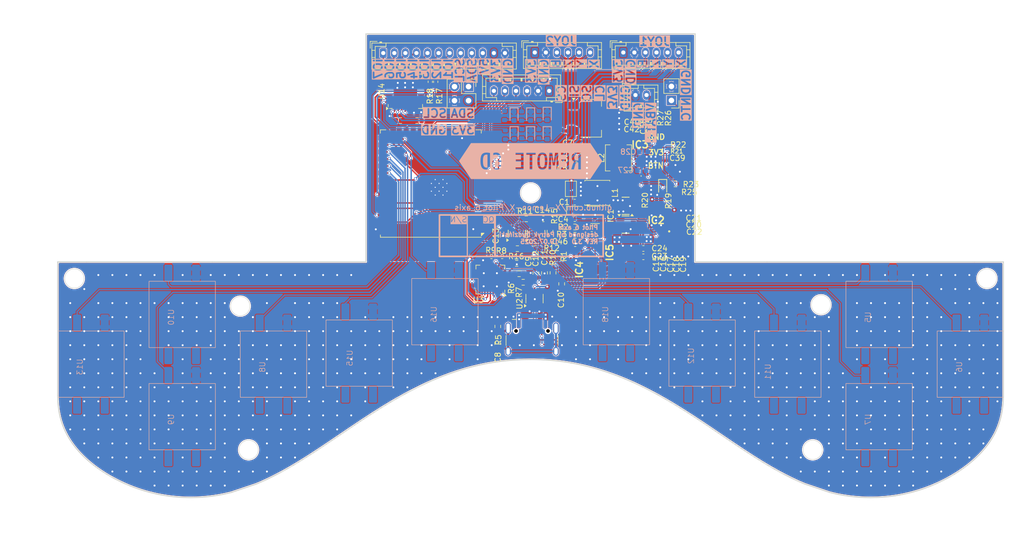
<source format=kicad_pcb>
(kicad_pcb (version 20241229) (generator "pcbnew") (generator_version "9.0")
  (layers (0 "F.Cu" signal) (2 "B.Cu" signal) (13 "F.Paste" user) (15 "B.Paste" user) (5 "F.SilkS" user "F.Silkscreen") (7 "B.SilkS" user "B.Silkscreen") (1 "F.Mask" user) (3 "B.Mask" user) (25 "Edge.Cuts" user))
  (net 0 "")
  (net 1 "+3.3V")
  (net 2 "/USB/3.3V_USB")
  (net 3 "/MCU/EN")
  (net 4 "/MCU/TXD")
  (net 5 "/MCU/JOYSTICK1_Y")
  (net 6 "/MCU/JOYSTICK2_X")
  (net 7 "/MCU/IO0")
  (net 8 "GND")
  (net 9 "+5V")
  (net 10 "/MCU/JOYSTICK1_Z")
  (net 11 "/MCU/JOYSTICK1_X")
  (net 12 "/MCU/JOYSTICK2_BTN")
  (net 13 "Net-(Q1-B)")
  (net 14 "/MCU/RXD")
  (net 15 "/MCU/JOYSTICK1_BTN")
  (net 16 "/MCU/JOYSTICK2_Y")
  (net 17 "/MCU/JOYSTICK2_Z")
  (net 18 "/USB/RTS")
  (net 19 "/USB/DTR")
  (net 20 "Net-(IC1-FB)")
  (net 21 "/Power/BOOST_SW")
  (net 22 "Net-(U3-VBUS)")
  (net 23 "Net-(U3-~{RST})")
  (net 41 "/MCU/BTN5")
  (net 42 "/MCU/BTN3")
  (net 44 "/MCU/BTN6")
  (net 45 "/MCU/BTN9")
  (net 46 "/MCU/BTN8")
  (net 48 "/MCU/MOSI")
  (net 49 "/MCU/BTN1")
  (net 51 "/MCU/BTN2")
  (net 52 "/MCU/BTN7")
  (net 53 "/MCU/CS")
  (net 55 "/MCU/MCLK")
  (net 58 "/MCU/BTN4")
  (net 60 "/MCU/MISO")
  (net 61 "/PD/VCC_OUT")
  (net 62 "/PD/VBUS")
  (net 63 "/PD/LDO_3V3")
  (net 64 "/PD/LDO_1V5")
  (net 65 "/PD/CC2")
  (net 66 "/PD/CC1")
  (net 67 "/PD/VIN_3V3")
  (net 68 "/PD/CHARGER_VSYS")
  (net 69 "/BAT+")
  (net 70 "/PD/PMID")
  (net 71 "/PD/BTST1")
  (net 72 "/PD/SW1")
  (net 73 "/PD/SW2")
  (net 74 "/PD/BTST2")
  (net 75 "/PD/SDRV_1")
  (net 76 "/PD/REGN")
  (net 77 "/PD/STAT_1")
  (net 78 "/PD/I2CC_SDA")
  (net 79 "/PD/ILIM_HIZ")
  (net 80 "/PD/I2CC_SCL")
  (net 81 "/PD/TS_1")
  (net 84 "Net-(IC3-BATP)")
  (net 85 "/PD/PROG")
  (net 88 "/PD/GATE_VBUS")
  (net 89 "/PD/GATE_VSYS")
  (net 90 "/Power/+5V_UNPROTEC")
  (net 91 "/USB/D-")
  (net 92 "/USB/D+")
  (net 93 "/USB/USB_CONN_D-")
  (net 94 "/USB/USB_CONN_D+")
  (net 113 "Net-(J3-SHIELD)")
  (net 114 "Net-(D2-Pad2)")
  (net 123 "Net-(Q2-B)")
  (net 124 "Net-(Q3-D)")
  (net 125 "/GPIO/BTN11")
  (net 126 "/GPIO/SCL")
  (net 127 "/GPIO/SDA")
  (net 131 "/GPIO/BTN10")
  (net 137 "Net-(IC5-~{CLR})")
  (net 138 "/Power/~{SHDN}")
  (net 139 "/Power/~{RST}")
  (net 141 "/VPOWER_ENABLE_SW")
  (net 142 "Net-(IC5-~{Q})")
  (net 143 "Net-(IC5-D)")
  (net 144 "/GPIO/EXBTN7")
  (net 145 "/GPIO/EXBTN5")
  (net 146 "/GPIO/EXBTN6")
  (net 147 "/GPIO/EXBTN1")
  (net 148 "/GPIO/EXBTN4")
  (net 149 "/GPIO/EXBTN3")
  (net 150 "/GPIO/EXBTN2")
  (net 154 "/GPIO/LED6")
  (net 155 "/GPIO/LED2")
  (net 156 "/GPIO/LED5")
  (net 157 "/GPIO/LED1")
  (net 158 "/GPIO/LED4")
  (net 159 "/GPIO/LED3")
  (net 160 "Net-(D3-Pad2)")
  (net 161 "Net-(D4-Pad2)")
  (net 162 "Net-(D5-Pad2)")
  (net 163 "Net-(D6-Pad2)")
  (net 164 "Net-(D7-Pad2)")
  (net 165 "Net-(D8-Pad2)")
  (footprint "Resistor_SMD:R_0603_1608Metric" (layer "F.Cu") (at 150.667221 101.2308 180)
    (property "Reference" "R16")
    (property "Value" "13.3k")
  )
  (footprint "Resistor_SMD:R_0603_1608Metric" (layer "F.Cu") (at 179.21302 89.5028)
    (property "Reference" "R23")
    (property "Value" "127k")
  )
  (footprint "PCM_JLCPCB:C_0603" (layer "F.Cu") (at 178.13802 100.5828 -90)
    (property "Reference" "C17")
    (property "Value" "100nF")
  )
  (footprint "Resistor_SMD:R_0603_1608Metric" (layer "F.Cu") (at 150.5412 103.8808)
    (property "Reference" "C9")
    (property "Value" "4.7u")
  )
  (footprint "Resistor_SMD:R_0603_1608Metric" (layer "F.Cu") (at 152.267221 95.8308)
    (property "Reference" "R11")
    (property "Value" "13.3k")
  )
  (footprint "Resistor_SMD:R_0603_1608Metric" (layer "F.Cu") (at 161.06302 98.8028)
    (property "Reference" "R3")
    (property "Value" "13.3k")
  )
  (footprint "Resistor_SMD:R_0402_1005Metric" (layer "F.Cu") (at 145.9712 102.6608)
    (property "Reference" "R9")
    (property "Value" "43k")
  )
  (footprint "Capacitor_SMD:C_0603_1608Metric" (layer "F.Cu") (at 162.1112 83.5308)
    (property "Reference" "C6")
    (property "Value" "1nF")
  )
  (footprint "Resistor_SMD:R_0603_1608Metric" (layer "F.Cu") (at 147.1012 118.3508 90)
    (property "Reference" "C8")
    (property "Value" "10nF")
  )
  (footprint "Connector_JST:JST_PH_B6B-PH-K_1x06_P2.00mm_Vertical" (layer "F.Cu") (at 169.8112 65.7308)
    (property "Reference" "J9" (hide yes))
    (property "Value" "Conn_01x06")
  )
  (footprint "PCM_JLCPCB:C_0603" (layer "F.Cu") (at 179.75802 98.1028)
    (property "Reference" "C22")
    (property "Value" "100nF")
  )
  (footprint "Resistor_SMD:R_0603_1608Metric" (layer "F.Cu") (at 151.7112 107.3108 180)
    (property "Reference" "R7")
    (property "Value" "22R")
  )
  (footprint "Connector_USB:USB_C_Receptacle_HCTL_HC-TYPE-C-16P-01A" (layer "F.Cu") (at 153.3112 118.7308)
    (property "Reference" "J3" (hide yes))
    (property "Value" "USB_C_Receptacle_USB2.0_16P")
  )
  (footprint "PCM_JLCPCB:R_0603" (layer "F.Cu") (at 177.83802 80.3228 90)
    (property "Reference" "R26")
    (property "Value" "100Ω")
  )
  (footprint "PCM_JLCPCB:Q_SOT-23" (layer "F.Cu") (at 154.067221 98.570799 90)
    (property "Reference" "Q1" (hide yes))
    (property "Value" "S9014")
  )
  (footprint "PCM_JLCPCB:C_0603" (layer "F.Cu") (at 179.33802 100.6028 -90)
    (property "Reference" "C18")
    (property "Value" "100nF")
  )
  (footprint "PCM_JLCPCB:C_0603" (layer "F.Cu") (at 176.93802 100.6028 -90)
    (property "Reference" "C16")
    (property "Value" "4.7uF")
  )
  (footprint "Resistor_SMD:R_0603_1608Metric" (layer "F.Cu") (at 153.867221 101.2308 180)
    (property "Reference" "R12")
    (property "Value" "13.3k")
  )
  (footprint "Resistor_SMD:R_0603_1608Metric" (layer "F.Cu") (at 132.5162 78.0508)
    (property "Reference" "C44" (hide yes))
    (property "Value" "4.7u")
  )
  (footprint "Resistor_SMD:R_0603_1608Metric" (layer "F.Cu") (at 156.567221 98.1308 -90)
    (property "Reference" "R15")
    (property "Value" "13.3k")
  )
  (footprint "Resistor_SMD:R_0402_1005Metric" (layer "F.Cu") (at 135.9012 71.0308 90)
    (property "Reference" "R17")
    (property "Value" "4k7")
  )
  (footprint "Capacitor_SMD:C_0603_1608Metric" (layer "F.Cu") (at 161.3362 86.7308)
    (property "Reference" "C5")
    (property "Value" "1nF")
  )
  (footprint "Capacitor_SMD:C_0603_1608Metric" (layer "F.Cu") (at 161.03802 92.8028)
    (property "Reference" "C1")
    (property "Value" "4.7uF")
  )
  (footprint "Capacitor_SMD:C_0603_1608Metric" (layer "F.Cu") (at 155.3612 95.8308 180)
    (property "Reference" "C14")
    (property "Value" "1nF")
  )
  (footprint "PCM_JLCPCB:C_0603" (layer "F.Cu") (at 165.0912 83.3308 180)
    (property "Reference" "C34" (hide yes))
    (property "Value" "100nF")
  )
  (footprint "PCM_JLCPCB:R_0603" (layer "F.Cu") (at 160.2112 102.5308 -90)
    (property "Reference" "R1")
    (property "Value" "100kΩ")
  )
  (footprint "Diode_SMD:D_0603_1608Metric" (layer "F.Cu") (at 161.03802 94.3028)
    (property "Reference" "D1" (hide yes))
    (property "Value" "MBR0520")
  )
  (footprint "PCM_JLCPCB:D_0603" (layer "F.Cu") (at 176.93802 90.2028 -90)
    (property "Reference" "D2" (hide yes))
    (property "Value" "Red")
  )
  (footprint "Resistor_SMD:R_0603_1608Metric" (layer "F.Cu") (at 161.06302 97.3028)
    (property "Reference" "R2")
    (property "Value" "40.5k")
  )
  (footprint "parts:QFN40P400X400X100-33N-D" (layer "F.Cu") (at 175.73802 96.1028 180)
    (property "Reference" "IC2")
    (property "Value" "TPS25751SRSMR" (hide yes))
  )
  (footprint "PCM_JLCPCB:C_0603" (layer "F.Cu") (at 174.13802 79.6028 180)
    (property "Reference" "C42")
    (property "Value" "10uF")
  )
  (footprint "Package_TO_SOT_SMD:SOT-23-5" (layer "F.Cu") (at 164.7112 95.1308)
    (property "Reference" "IC1")
    (property "Value" "LM27313XMFX_NOPB")
  )
  (footprint "Capacitor_SMD:C_0603_1608Metric" (layer "F.Cu") (at 148.067221 99.0308 -90)
    (property "Reference" "C13")
    (property "Value" "1nF")
  )
  (footprint "Capacitor_SMD:C_0603_1608Metric" (layer "F.Cu") (at 161.3362 85.0308)
    (property "Reference" "C3")
    (property "Value" "100nF")
  )
  (footprint "PCM_JLCPCB:C_0603" (layer "F.Cu") (at 174.73802 90.6028)
    (property "Reference" "C25" (hide yes))
    (property "Value" "100nF")
  )
  (footprint "PCM_JLCPCB:R_0603" (layer "F.Cu") (at 179.23802 90.9028)
    (property "Reference" "R25")
    (property "Value" "1kΩ")
  )
  (footprint "PCM_JLCPCB:C_0603" (layer "F.Cu") (at 179.75802 95.7028)
    (property "Reference" "C21")
    (property "Value" "10uF")
  )
  (footprint "PCM_JLCPCB:R_0603" (layer "F.Cu") (at 167.0112 97.6308 180)
    (property "Reference" "R29" (hide yes))
    (property "Value" "22Ω")
  )
  (footprint "PCM_JLCPCB:C_0603" (layer "F.Cu") (at 174.13802 78.4028 180)
    (property "Reference" "C40")
    (property "Value" "10uF")
  )
  (footprint "PCM_JLCPCB:R_0603" (layer "F.Cu") (at 179.03802 80.3228 90)
    (property "Reference" "R24" (hide yes))
    (property "Value" "100kΩ")
  )
  (footprint "Jumper:SolderJumper-2_P1.3mm_Open_TrianglePad1.0x1.5mm" (layer "F.Cu") (at 160.33802 90.4028 -90)
    (property "Reference" "JP1" (hide yes))
    (property "Value" "SolderJumper_2_Bridged")
  )
  (footprint "PCM_JLCPCB:R_0603" (layer "F.Cu") (at 175.83802 92.3028)
    (property "Reference" "R20")
    (property "Value" "4.7kΩ")
  )
  (footprint "PCM_JLCPCB:C_0603" (layer "F.Cu") (at 168.23802 90.1028 -90)
    (property "Reference" "C41" (hide yes))
    (property "Value" "10uF")
  )
  (footprint "PCM_JLCPCB:C_0603" (layer "F.Cu") (at 165.0912 88.1308 180)
    (property "Reference" "C31" (hide yes))
    (property "Value" "10uF")
  )
  (footprint "PCM_JLCPCB:C_0603" (layer "F.Cu") (at 165.0912 84.5308 180)
    (property "Reference" "C29" (hide yes))
    (property "Value" "10uF")
  )
  (footprint "PCM_JLCPCB:R_0402" (layer "F.Cu") (at 178.76302 87.1028)
    (property "Reference" "R21")
    (property "Value" "5.1kΩ" (hide yes))
  )
  (footprint "PCM_JLCPCB:R_0603" (layer "F.Cu") (at 179.03802 93.4028 90)
    (property "Reference" "R19")
    (property "Value" "4.7kΩ")
  )
  (footprint "PCM_JLCPCB:C_0603" (layer "F.Cu") (at 179.26302 88.1028)
    (property "Reference" "C39")
    (property "Value" "4.7uF")
  )
  (footprint "PCM_JLCPCB:Q_SOT-23" (layer "F.Cu") (at 150.567221 98.5308 90)
    (property "Reference" "Q2" (hide yes))
    (property "Value" "S9014")
  )
  (footprint "Resistor_SMD:R_0402_1005Metric" (layer "F.Cu") (at 147.9112 102.6508)
    (property "Reference" "R8")
    (property "Value" "22k")
  )
  (footprint "Capacitor_SMD:C_0603_1608Metric" (layer "F.Cu") (at 162.1362 82.0308)
    (property "Reference" "C7")
    (property "Value" "100nF")
  )
  (footprint "Connector_JST:JST_PH_B12B-PH-K_1x12_P2.00mm_Vertical" (layer "F.Cu") (at 126.4112 65.8308)
    (property "Reference" "J8" (hide yes))
    (property "Value" "Conn_01x12")
  )
  (footprint "PCM_JLCPCB:C_0603" (layer "F.Cu") (at 165.0912 82.1308 180)
    (property "Reference" "C30" (hide yes))
    (property "Value" "10uF")
  )
  (footprint "PCM_JLCPCB:C_0603" (layer "F.Cu") (at 174.73802 89.4028)
    (property "Reference" "C26" (hide yes))
    (property "Value" "100nF")
  )
  (footprint "Connector_JST:JST_PH_B6B-PH-K_1x06_P2.00mm_Vertical" (layer "F.Cu") (at 156.4112 72.6808 180)
    (property "Reference" "J4" (hide yes))
    (property "Value" "Conn_01x06")
  )
  (footprint "Resistor_SMD:R_0402_1005Metric" (layer "F.Cu") (at 134.9112 71.0308 90)
    (property "Reference" "R18")
    (property "Value" "4k7")
  )
  (footprint "PCM_JLCPCB:R_0603" (layer "F.Cu") (at 179.16302 86.1028)
    (property "Reference" "R22")
    (property "Value" "30kΩ")
  )
  (footprint "Package_DFN_QFN:QFN-28-1EP_6x6mm_P0.65mm_EP4.25x4.25mm" (layer "F.Cu") (at 130.4112 72.7508 90)
    (property "Reference" "U14")
    (property "Value" "MCP23017_ML")
  )
  (footprint "Resistor_SMD:R_0603_1608Metric" (layer "F.Cu") (at 150.9712 105.7608 180)
    (property "Reference" "R6")
    (property "Value" "22R")
  )
  (footprint "PCM_JLCPCB:C_0603" (layer "F.Cu") (at 172.13802 90.1028 -90)
    (property "Reference" "C43" (hide yes))
    (property "Value" "100nF")
  )
  (footprint "Capacitor_SMD:C_0603_1608Metric" (layer "F.Cu") (at 161.1112 100.3308)
    (property "Reference" "C46")
    (property "Value" "100nF")
  )
  (footprint "Connector_PinHeader_2.54mm:PinHeader_1x02_P2.54mm_Vertical" (layer "F.Cu") (at 178.5112 74.4058 180)
    (property "Reference" "TH1" (hide yes))
    (property "Value" "10k")
  )
  (footprint "parts:DRY_R-PUSON-N6_" (layer "F.Cu") (at 161.8112 102.1308 90)
    (property "Reference" "IC4")
    (property "Value" "TPS3422EGDRYR" (hide yes))
  )
  (footprint "parts:SN74LVC1G74RSE2" (layer "F.Cu") (at 164.7112 100.3558 -90)
    (property "Reference" "IC5")
    (property "Value" "SN74LVC1G74RSE2" (hide yes))
  )
  (footprint "parts:BQ25792RQMR" (layer "F.Cu") (at 174.63802 85.4278 90)
    (property "Reference" "IC3")
    (property "Value" "BQ25792RQMR" (hide yes))
  )
  (footprint "Package_TO_SOT_SMD:SOT-23-6" (layer "F.Cu") (at 153.761201 110.2708 90)
    (property "Reference" "U2")
    (property "Value" "USBLC6-2SC6")
  )
  (footprint "PCM_JLCPCB:C_0603" (layer "F.Cu") (at 165.0912 85.7308 180)
    (property "Reference" "C33" (hide yes))
    (property "Value" "10uF")
  )
  (footprint "PCM_JLCPCB:Q_SOT-23" (layer "F.Cu") (at 170.22802 93.4728 180)
    (property "Reference" "Q4" (hide yes))
    (property "Value" "AO3400A")
  )
  (footprint "Package_DFN_QFN:QFN-28-1EP_5x5mm_P0.5mm_EP3.35x3.35mm" (layer "F.Cu") (at 145.7812 106.8208 180)
    (property "Reference" "U3")
    (property "Value" "CP2102N-Axx-xQFN28")
  )
  (footprint "Inductor_SMD:L_Cenker_CKCS4018" (layer "F.Cu") (at 165.1112 91.1308)
    (property "Reference" "L1")
    (property "Value" "10uH")
  )
  (footprint "PCM_JLCPCB:C_0603" (layer "F.Cu") (at 165.0912 86.9308 180)
    (property "Reference" "C32" (hide yes))
    (property "Value" "10uF")
  )
  (footprint "PCM_JLCPCB:C_0603" (layer "F.Cu") (at 180.53802 100.6028 -90)
    (property "Reference" "C19")
    (property "Value" "100nF")
  )
  (footprint "Inductor_SMD:L_APV_APH0420" (layer "F.Cu") (at 168.93802 84.8028 90)
    (property "Reference" "L2")
    (property "Value" "1u")
  )
  (footprint "RF_Module:ESP32-WROOM-32U" (layer "F.Cu") (at 135.0112 89.4408 180)
    (property "Reference" "U4" (hide yes))
    (property "Value" "ESP32-WROOM-32U")
  )
  (footprint "PCM_JLCPCB:C_0603" (layer "F.Cu") (at 179.75802 96.9028)
    (property "Reference" "C20")
    (property "Value" "10uF")
  )
  (footprint "Capacitor_SMD:C_0603_1608Metric" (layer "F.Cu") (at 164.1112 97.6308 180)
    (property "Reference" "C47" (hide yes))
    (property "Value" "1nF")
  )
  (footprint "PCM_JLCPCB:C_0603" (layer "F.Cu") (at 169.53802 90.1028 -90)
    (property "Reference" "C38" (hide yes))
    (property "Value" "10uF")
  )
  (footprint "Connector_JST:JST_PH_B2B-PH-K_1x02_P2.00mm_Vertical" (layer "F.Cu") (at 172.0112 73.4308)
    (property "Reference" "J1" (hide yes))
    (property "Value" "Battery input")
  )
  (footprint "PCM_JLCPCB:R_0603" (layer "F.Cu") (at 164.0112 103.0308)
    (property "Reference" "R4" (hide yes))
    (property "Value" "330Ω")
  )
  (footprint "PCM_JLCPCB:C_0603" (layer "F.Cu") (at 170.83802 90.1028 -90)
    (property "Reference" "C37" (hide yes))
    (property "Value" "10uF")
  )
  (footprint "PCM_JLCPCB:R_0603" (layer "F.Cu") (at 176.53802 80.3028 90)
    (property "Reference" "R27")
    (property "Value" "3kΩ")
  )
  (footprint "Resistor_SMD:R_0603_1608Metric" (layer "F.Cu") (at 154.0012 105.6508 -90)
    (property "Reference" "C12")
    (property "Value" "10u")
  )
  (footprint "PCM_JLCPCB:C_0603" (layer "F.Cu") (at 161.3112 88.1308)
    (property "Reference" "C2")
    (property "Value" "10uF")
  )
  (footprint "Package_TO_SOT_SMD:SOT-223-3_TabPin2" (layer "F.Cu") (at 163.9612 77.6308)
    (property "Reference" "U1" (hide yes))
    (property "Value" "AMS1117-3.3")
  )
  (footprint "Resistor_SMD:R_0603_1608Metric" (layer "F.Cu") (at 147.1212 115.3108 90)
    (property "Reference" "R5")
    (property "Value" "33k")
  )
  (footprint "PCM_JLCPCB:C_0603" (layer "F.Cu") (at 175.73802 100.6028 -90)
    (property "Reference" "C15")
    (property "Value" "10uF")
  )
  (footprint "PCM_JLCPCB:Q_SOT-23" (layer "F.Cu") (at 170.22802 96.8728)
    (property "Reference" "Q3" (hide yes))
    (property "Value" "AO3400A")
  )
  (footprint "Capacitor_SMD:C_0603_1608Metric" (layer "F.Cu") (at 173.43802 102.7028 180)
    (property "Reference" "C23")
    (property "Value" "220pF")
  )
  (footprint "Resistor_SMD:R_0603_1608Metric" (layer "F.Cu") (at 158.6724 107.6016 -90)
    (property "Reference" "C10")
    (property "Value" "100n")
  )
  (footprint "Resistor_SMD:R_0603_1608Metric" (layer "F.Cu") (at 157.1112 105.6008 -90)
    (property "Reference" "R10")
    (property "Value" "1k")
  )
  (footprint "Capacitor_SMD:C_0603_1608Metric" (layer "F.Cu") (at 173.43802 101.2028 180)
    (property "Reference" "C24")
    (property "Value" "220pF")
  )
  (footprint "PCM_JLCPCB:C_0603" (layer "F.Cu") (at 170.8112 79.2308 90)
    (property "Reference" "C36")
    (property "Value" "1nF")
  )
  (footprint "Resistor_SMD:R_0603_1608Metric" (layer "F.Cu") (at 129.5162 78.0508 180)
    (property "Reference" "C45" (hide yes))
    (property "Value" "100n")
  )
  (footprint "Capacitor_SMD:C_0603_1608Metric" (layer "F.Cu") (at 161.03802 95.8028 180)
    (property "Reference" "C4")
    (property "Value" "220pF")
  )
  (footprint "Resistor_SMD:R_0603_1608Metric" (layer "F.Cu") (at 155.5712 105.6108 -90)
    (property "Reference" "C11")
    (property "Value" "100n")
  )
  (footprint "Connector_JST:JST_PH_B6B-PH-K_1x06_P2.00mm_Vertical" (layer "F.Cu") (at 153.8112 65.7308)
    (property "Reference" "J10" (hide yes))
    (property "Value" "Conn_01x06")
  )
  (footprint "PCM_JLCPCB:C_0603" (layer "F.Cu") (at 172.0112 79.2308 90)
    (property "Reference" "C35")
    (property "Value" "1nF")
  )
  (footprint "Connector_PinSocket_2.54mm:PinSocket_2x02_P2.54mm_Vertical" (layer "F.Cu") (at 141.8312 71.9008)
    (property "Reference" "J6" (hide yes))
    (property "Value" "Oled")
  )
  (footprint "PCM_JLCPCB:C_0603" (layer "B.Cu") (at 173.43802 83.7028 180)
    (property "Reference" "C28")
    (property "Value" "47nF")
  )
  (footprint "ts-1212f:ts-1212f" (layer "B.Cu") (at 181.5612 112.6308 -90)
    (property "Reference" "U12")
    (property "Value" "~")
  )
  (footprint "ts-1212f:ts-1212f" (layer "B.Cu") (at 213.5612 124.1308 -90)
    (property "Reference" "U7")
    (property "Value" "~")
  )
  (footprint "PCM_JLCPCB:R_0603" (layer "B.Cu") (at 151.4612 80.4408 -90)
    (property "Reference" "R14" (hide yes))
    (property "Value" "1kΩ")
  )
  (footprint "PCM_JLCPCB:D_0603" (layer "B.Cu") (at 156.0612 80.6408 -90)
    (property "Reference" "D5" (hide yes))
    (property "Value" "Red")
  )
  (footprint "PCM_JLCPCB:R_0603" (layer "B.Cu") (at 148.4812 80.6408 -90)
    (property "Reference" "R13" (hide yes))
    (property "Value" "1kΩ")
  )
  (footprint "PCM_JLCPCB:D_0603" (layer "B.Cu") (at 153.0612 80.6408 -90)
    (property "Reference" "D4" (hide yes))
    (property "Value" "Red")
  )
  (footprint "ts-1212f:ts-1212f" (layer "B.Cu") (at 87.5612 124.1308 -90)
    (property "Reference" "U9")
    (property "Value" "~")
  )
  (footprint "PCM_JLCPCB:D_0603" (layer "B.Cu") (at 153.0612 77.2308 -90)
    (property "Reference" "D7" (hide yes))
    (property "Value" "Red")
  )
  (footprint "ts-1212f:ts-1212f" (layer "B.Cu") (at 166.0612 105.1308 -90)
    (property "Reference" "U18")
    (property "Value" "Power switch")
  )
  (footprint "ts-1212f:ts-1212f" (layer "B.Cu") (at 230.0612 114.6308 -90)
    (property "Reference" "U6")
    (property "Value" "~")
  )
  (footprint "PCM_JLCPCB:C_0603" (layer "B.Cu") (at 173.13802 87.1028)
    (property "Reference" "C27")
    (property "Value" "47nF")
  )
  (footprint "ts-1212f:ts-1212f" (layer "B.Cu") (at 87.5612 105.6308 -90)
    (property "Reference" "U10")
    (property "Value" "~")
  )
  (footprint "ts-1212f:ts-1212f" (layer "B.Cu") (at 197.0612 114.6308 -90)
    (property "Reference" "U11")
    (property "Value" "~")
  )
  (footprint "ts-1212f:ts-1212f" (layer "B.Cu") (at 104.0612 114.6308 -90)
    (property "Reference" "U8")
    (property "Value" "~")
  )
  (footprint "PCM_JLCPCB:D_0603" (layer "B.Cu") (at 150.0812 80.6408 -90)
    (property "Reference" "D3" (hide yes))
    (property "Value" "Red")
  )
  (footprint "ts-1212f:ts-1212f" (layer "B.Cu") (at 119.5612 112.6308 -90)
    (property "Reference" "U15")
    (property "Value" "~")
  )
  (footprint "ts-1212f:ts-1212f" (layer "B.Cu") (at 71.0612 114.6308 -90)
    (property "Reference" "U13")
    (property "Value" "~")
  )
  (footprint "PCM_JLCPCB:D_0603" (layer "B.Cu") (at 156.0612 77.1308 -90)
    (property "Reference" "D8" (hide yes))
    (property "Value" "Red")
  )
  (footprint "kibuzzard-6828A41A" (layer "B.Cu") (at 153.0612 85.3808 180)
    (property "Reference" "kibuzzard-6828A41A" (hide yes))
    (property "Value" "G***" (hide yes))
  )
  (footprint "PCM_JLCPCB:R_0603" (layer "B.Cu") (at 154.5412 80.4408 -90)
    (property "Reference" "R28" (hide yes))
    (property "Value" "1kΩ")
  )
  (footprint "ts-1212f:ts-1212f" (layer "B.Cu") (at 135.0612 105.1308 -90)
    (property "Reference" "U16")
    (property "Value" "~")
  )
  (footprint "PCM_JLCPCB:R_0603" (layer "B.Cu") (at 154.5612 77.1308 -90)
    (property "Reference" "R32" (hide yes))
    (property "Value" "1kΩ")
  )
  (footprint "PCM_JLCPCB:D_0603" (layer "B.Cu") (at 150.0612 77.2308 -90)
    (property "Reference" "D6" (hide yes))
    (property "Value" "Red")
  )
  (footprint "PCM_JLCPCB:R_0603" (layer "B.Cu") (at 151.4212 77.2308 -90)
    (property "Reference" "R31" (hide yes))
    (property "Value" "1kΩ")
  )
  (footprint "PCM_JLCPCB:R_0603" (layer "B.Cu") (at 148.3312 77.1308 -90)
    (property "Reference" "R30" (hide yes))
    (property "Value" "1kΩ")
  )
  (footprint "ts-1212f:ts-1212f" (layer "B.Cu") (at 213.5612 105.6308 -90)
    (property "Reference" "U5")
    (property "Value" "~")
  )
  (gr_line (start 141.611201 95.130801) (end 141.6112 102.6308) (stroke (width 0.2)) (layer "B.SilkS"))
  (gr_poly (pts (xy 146.643702 95.1308) (xy 146.643701 102.6308) (xy 136.5787 102.630801) (xy 136.578701 95.130801)) (stroke (width 0.3)) (fill no) (layer "B.SilkS"))
  (gr_poly (pts (xy 166.173292 95.1308) (xy 166.173292 102.6308) (xy 146.578701 102.630801) (xy 146.578701 95.130801)) (stroke (width 0.3)) (fill no) (layer "B.SilkS"))
  (gr_curve (pts (xy 218.967274 145.939693) (xy 217.506501 146.164542) (xy 216.025059 146.274891) (xy 214.542446 146.274891)) (stroke (width 0.2)) (layer "Edge.Cuts"))
  (gr_line (start 182.792445 91.8808) (end 182.792445 73.8808) (stroke (width 0.2)) (layer "Edge.Cuts"))
  (gr_circle (center 100.5612 111.6308) (end 100.5612 113.3808) (stroke (width 0.1)) (fill no) (layer "Edge.Cuts"))
  (gr_line (start 123.292444 62.34922) (end 182.792445 62.34922) (stroke (width 0.2)) (layer "Edge.Cuts"))
  (gr_curve (pts (xy 111.522077 139.583661) (xy 108.906914 141.199896) (xy 106.238642 142.673523) (xy 103.480093 143.814442)) (stroke (width 0.2)) (layer "Edge.Cuts"))
  (gr_line (start 67.554934 103.6308) (end 67.554934 127.78738) (stroke (width 0.2)) (layer "Edge.Cuts"))
  (gr_curve (pts (xy 91.542444 146.274891) (xy 87.422582 146.274891) (xy 83.321901 145.386523) (xy 79.570269 143.696702)) (stroke (width 0.2)) (layer "Edge.Cuts"))
  (gr_curve (pts (xy 173.296767 126.237288) (xy 169.225034 124.234658) (xy 164.855419 122.677771) (xy 160.313036 121.892948)) (stroke (width 0.2)) (layer "Edge.Cuts"))
  (gr_line (start 182.792445 91.8808) (end 182.792445 103.6308) (stroke (width 0.2)) (layer "Edge.Cuts"))
  (gr_curve (pts (xy 214.542446 146.274891) (xy 212.046879 146.274891) (xy 209.572142 145.966059) (xy 207.15715 145.346253)) (stroke (width 0.2)) (layer "Edge.Cuts"))
  (gr_line (start 233.292445 103.6308) (end 238.529955 103.6308) (stroke (width 0.2)) (layer "Edge.Cuts"))
  (gr_line (start 238.529955 127.78738) (end 238.529955 103.6308) (stroke (width 0.2)) (layer "Edge.Cuts"))
  (gr_curve (pts (xy 202.604796 143.814442) (xy 197.748569 141.805936) (xy 193.207527 138.798953) (xy 188.649352 135.71246)) (stroke (width 0.2)) (layer "Edge.Cuts"))
  (gr_line (start 123.292444 73.8808) (end 123.292444 62.34922) (stroke (width 0.2)) (layer "Edge.Cuts"))
  (gr_curve (pts (xy 238.529955 127.78738) (xy 238.529955 130.243266) (xy 238.051371 132.595846) (xy 236.971672 134.691522)) (stroke (width 0.2)) (layer "Edge.Cuts"))
  (gr_line (start 123.292444 73.8808) (end 123.292444 91.8808) (stroke (width 0.2)) (layer "Edge.Cuts"))
  (gr_line (start 182.792445 103.6308) (end 195.792445 103.6308) (stroke (width 0.2)) (layer "Edge.Cuts"))
  (gr_circle (center 70.5612 106.6308) (end 70.5612 104.8808) (stroke (width 0.1)) (fill no) (layer "Edge.Cuts"))
  (gr_curve (pts (xy 188.649352 135.71246) (xy 183.759098 132.401104) (xy 178.795956 128.941994) (xy 173.296767 126.237288)) (stroke (width 0.2)) (layer "Edge.Cuts"))
  (gr_line (start 182.792445 62.34922) (end 182.792445 73.8808) (stroke (width 0.2)) (layer "Edge.Cuts"))
  (gr_curve (pts (xy 98.92774 145.346253) (xy 96.513445 145.96588) (xy 94.037153 146.274891) (xy 91.542444 146.274891)) (stroke (width 0.2)) (layer "Edge.Cuts"))
  (gr_curve (pts (xy 127.873926 128.908072) (xy 122.153775 132.288914) (xy 116.933891 136.239025) (xy 111.522077 139.583661)) (stroke (width 0.2)) (layer "Edge.Cuts"))
  (gr_line (start 67.554934 103.6308) (end 72.792444 103.6308) (stroke (width 0.2)) (layer "Edge.Cuts"))
  (gr_curve (pts (xy 68.007734 131.74524) (xy 67.69322 130.476213) (xy 67.554934 129.145344) (xy 67.554934 127.78738)) (stroke (width 0.2)) (layer "Edge.Cuts"))
  (gr_circle (center 204.0612 137.6308) (end 204.0612 139.3808) (stroke (width 0.1)) (fill no) (layer "Edge.Cuts"))
  (gr_line (start 98.92774 145.346253) (end 103.480093 143.814442) (stroke (width 0.2)) (layer "Edge.Cuts"))
  (gr_curve (pts (xy 230.101438 141.764446) (xy 226.75461 143.897753) (xy 222.910048 145.332804) (xy 218.967274 145.939693)) (stroke (width 0.2)) (layer "Edge.Cuts"))
  (gr_curve (pts (xy 71.407568 137.965353) (xy 69.768369 136.151326) (xy 68.579564 134.052509) (xy 68.007734 131.74524)) (stroke (width 0.2)) (layer "Edge.Cuts"))
  (gr_line (start 123.292444 103.6308) (end 123.292444 91.8808) (stroke (width 0.2)) (layer "Edge.Cuts"))
  (gr_circle (center 102.0612 137.6308) (end 102.0612 139.3808) (stroke (width 0.1)) (fill no) (layer "Edge.Cuts"))
  (gr_line (start 233.292445 103.6308) (end 195.792445 103.6308) (stroke (width 0.2)) (layer "Edge.Cuts"))
  (gr_circle (center 235.5612 106.6308) (end 237.3112 106.6308) (stroke (width 0.1)) (fill no) (layer "Edge.Cuts"))
  (gr_circle (center 153.042445 91.1308) (end 153.042445 92.8808) (stroke (width 0.1)) (fill no) (layer "Edge.Cuts"))
  (gr_curve (pts (xy 140.95225 123.016022) (xy 136.303835 124.380878) (xy 131.946231 126.501175) (xy 127.873926 128.908072)) (stroke (width 0.2)) (layer "Edge.Cuts"))
  (gr_line (start 95.542444 103.6308) (end 72.792444 103.6308) (stroke (width 0.2)) (layer "Edge.Cuts"))
  (gr_line (start 95.542444 103.6308) (end 123.292444 103.6308) (stroke (width 0.2)) (layer "Edge.Cuts"))
  (gr_curve (pts (xy 160.313036 121.892948) (xy 157.911085 121.477945) (xy 155.47157 121.274891) (xy 153.042445 121.274891)) (stroke (width 0.2)) (layer "Edge.Cuts"))
  (gr_line (start 207.15715 145.346253) (end 202.604796 143.814442) (stroke (width 0.2)) (layer "Edge.Cuts"))
  (gr_curve (pts (xy 153.042445 121.274891) (xy 148.968883 121.274891) (xy 144.862226 121.867984) (xy 140.95225 123.016022)) (stroke (width 0.2)) (layer "Edge.Cuts"))
  (gr_circle (center 205.5612 111.3808) (end 205.5612 113.1308) (stroke (width 0.1)) (fill no) (layer "Edge.Cuts"))
  (gr_curve (pts (xy 236.971672 134.691522) (xy 235.501675 137.544759) (xy 232.98323 139.927557) (xy 230.101438 141.764446)) (stroke (width 0.2)) (layer "Edge.Cuts"))
  (gr_curve (pts (xy 79.570269 143.696702) (xy 76.479517 142.304557) (xy 73.594263 140.385269) (xy 71.407568 137.965353)) (stroke (width 0.2)) (layer "Edge.Cuts"))
  (gr_text "GND" (at 174.15 81.6 0) (layer "F.SilkS") (effects (font (size 1 1) (thickness 0.2) (bold yes)) (justify left bottom)))
  (gr_text "BTN" (at 174.15 86.8 0) (layer "F.SilkS") (effects (font (size 1 1) (thickness 0.2) (bold yes)) (justify left bottom)))
  (gr_text "3V3" (at 174.25 84.4 0) (layer "F.SilkS") (effects (font (size 1 1) (thickness 0.2) (bold yes)) (justify left bottom)))
  (gr_text "CS" (at 159.5012 71.4508 90) (layer "B.SilkS" knockout) (effects (font (size 1.5 1.5) (thickness 0.3) (bold yes)) (justify left bottom mirror)))
  (gr_text "SI" (at 161.9012 71.4508 90) (layer "B.SilkS" knockout) (effects (font (size 1.5 1.5) (thickness 0.3) (bold yes)) (justify left bottom mirror)))
  (gr_text "SDA" (at 143.0612 77.6308 -0) (layer "B.SilkS" knockout) (effects (font (size 1.5 1.5) (thickness 0.3) (bold yes)) (justify left bottom mirror)))
  (gr_text "5V" (at 145.5612 66.6308 90) (layer "B.SilkS" knockout) (effects (font (size 1.5 1.5) (thickness 0.3) (bold yes)) (justify left bottom mirror)))
  (gr_text "JOY2" (at 161.4612 64.5308 -0) (layer "B.SilkS" knockout) (effects (font (size 1.5 1.5) (thickness 0.3) (bold yes)) (justify left bottom mirror)))
  (gr_text "B" (at 174.2612 66.7308 90) (layer "B.SilkS" knockout) (effects (font (size 1.5 1.5) (thickness 0.3) (bold yes)) (justify left bottom mirror)))
  (gr_text "3V3" (at 143.0612 80.6308 -0) (layer "B.SilkS" knockout) (effects (font (size 1.5 1.5) (thickness 0.3) (bold yes)) (justify left bottom mirror)))
  (gr_text "Z" (at 158.9612 68.7308 270) (layer "B.SilkS" knockout) (effects (font (size 1.5 1.5) (thickness 0.3) (bold yes)) (justify left bottom mirror)))
  (gr_text "3V3" (at 147.6612 66.7308 90) (layer "B.SilkS" knockout) (effects (font (size 1.5 1.5) (thickness 0.3) (bold yes)) (justify left bottom mirror)))
  (gr_text "Pilot 6 axis\ndesigned by Patryk Dudziński\nREV 3.0    19.07.2025" (at 165.3612 100.4308 0) (layer "B.SilkS") (effects (font (size 0.8 0.8) (thickness 0.2) (bold yes)) (justify left bottom mirror)))
  (gr_text "IO1" (at 139.0612 66.6308 90) (layer "B.SilkS" knockout) (effects (font (size 1.5 1.5) (thickness 0.3) (bold yes)) (justify left bottom mirror)))
  (gr_text "SCL" (at 141.1612 66.6308 90) (layer "B.SilkS" knockout) (effects (font (size 1.5 1.5) (thickness 0.3) (bold yes)) (justify left bottom mirror)))
  (gr_text "SO" (at 164.1012 71.4508 90) (layer "B.SilkS" knockout) (effects (font (size 1.5 1.5) (thickness 0.3) (bold yes)) (justify left bottom mirror)))
  (gr_text "GND" (at 171.1012 71.4508 90) (layer "B.SilkS" knockout) (effects (font (size 1.5 1.5) (thickness 0.3) (bold yes)) (justify left bottom mirror)))
  (gr_text "IO3" (at 134.7612 66.6308 90) (layer "B.SilkS" knockout) (effects (font (size 1.5 1.5) (thickness 0.3) (bold yes)) (justify left bottom mirror)))
  (gr_text "SCL" (at 138.0612 77.6308 -0) (layer "B.SilkS" knockout) (effects (font (size 1.5 1.5) (thickness 0.3) (bold yes)) (justify left bottom mirror)))
  (gr_text "IO7" (at 126.3612 66.6308 90) (layer "B.SilkS" knockout) (effects (font (size 1.5 1.5) (thickness 0.3) (bold yes)) (justify left bottom mirror)))
  (gr_text "B" (at 158.5612 66.7308 90) (layer "B.SilkS" knockout) (effects (font (size 1.5 1.5) (thickness 0.3) (bold yes)) (justify left bottom mirror)))
  (gr_text "IO5" (at 130.5612 66.6308 90) (layer "B.SilkS" knockout) (effects (font (size 1.5 1.5) (thickness 0.3) (bold yes)) (justify left bottom mirror)))
  (gr_text "JOY1" (at 178.3612 64.6308 -0) (layer "B.SilkS" knockout) (effects (font (size 1.5 1.5) (thickness 0.3) (bold yes)) (justify left bottom mirror)))
  (gr_text "S/N" (at 141.6112 96.530799 -0) (layer "B.SilkS" knockout) (effects (font (size 1 1) (thickness 0.1)) (justify left bottom mirror)))
  (gr_text "QC" (at 146.5612 96.5508 -0) (layer "B.SilkS" knockout) (effects (font (size 1 1) (thickness 0.1)) (justify left bottom mirror)))
  (gr_text "GND" (at 149.8612 66.6308 90) (layer "B.SilkS" knockout) (effects (font (size 1.5 1.5) (thickness 0.3) (bold yes)) (justify left bottom mirror)))
  (gr_text "SDA" (at 143.3612 66.6308 90) (layer "B.SilkS" knockout) (effects (font (size 1.5 1.5) (thickness 0.3) (bold yes)) (justify left bottom mirror)))
  (gr_text "VBAT+" (at 175.7212 74.7908 90) (layer "B.SilkS" knockout) (effects (font (size 1.5 1.5) (thickness 0.3) (bold yes)) (justify left bottom mirror)))
  (gr_text "github.com/X-Lemon-X/Pilot_6_axis" (at 167.8612 94.3808 0) (layer "B.SilkS") (effects (font (size 1 1)) (justify left bottom mirror)))
  (gr_text "3V3" (at 166.9012 76.0508 270) (layer "B.SilkS" knockout) (effects (font (size 1.5 1.5) (thickness 0.3) (bold yes)) (justify left bottom mirror)))
  (gr_text "IO4" (at 132.6612 66.6308 90) (layer "B.SilkS" knockout) (effects (font (size 1.5 1.5) (thickness 0.3) (bold yes)) (justify left bottom mirror)))
  (gr_text "NTC" (at 182.0612 73.6308 90) (layer "B.SilkS" knockout) (effects (font (size 1.5 1.5) (thickness 0.3) (bold yes)) (justify left bottom mirror)))
  (gr_text "GND" (at 173.4212 74.5908 90) (layer "B.SilkS" knockout) (effects (font (size 1.5 1.5) (thickness 0.3) (bold yes)) (justify left bottom mirror)))
  (gr_text "IO6" (at 128.4612 66.6308 90) (layer "B.SilkS" knockout) (effects (font (size 1.5 1.5) (thickness 0.3) (bold yes)) (justify left bottom mirror)))
  (gr_text "GND" (at 172.0612 66.7308 90) (layer "B.SilkS" knockout) (effects (font (size 1.5 1.5) (thickness 0.3) (bold yes)) (justify left bottom mirror)))
  (gr_text "IO2" (at 136.9612 66.6308 90) (layer "B.SilkS" knockout) (effects (font (size 1.5 1.5) (thickness 0.3) (bold yes)) (justify left bottom mirror)))
  (gr_text "GND" (at 138.0612 80.6308 -0) (layer "B.SilkS" knockout) (effects (font (size 1.5 1.5) (thickness 0.3) (bold yes)) (justify left bottom mirror)))
  (gr_text "X" (at 163.5612 68.7308 270) (layer "B.SilkS" knockout) (effects (font (size 1.5 1.5) (thickness 0.3) (bold yes)) (justify left bottom mirror)))
  (gr_text "Z" (at 174.6612 68.7308 270) (layer "B.SilkS" knockout) (effects (font (size 1.5 1.5) (thickness 0.3) (bold yes)) (justify left bottom mirror)))
  (gr_text "GND" (at 156.3612 66.7308 90) (layer "B.SilkS" knockout) (effects (font (size 1.5 1.5) (thickness 0.3) (bold yes)) (justify left bottom mirror)))
  (gr_text "3V3" (at 154.0612 66.8308 90) (layer "B.SilkS" knockout) (effects (font (size 1.5 1.5) (thickness 0.3) (bold yes)) (justify left bottom mirror)))
  (gr_text "Y" (at 163.1612 66.9308 90) (layer "B.SilkS" knockout) (effects (font (size 1.5 1.5) (thickness 0.3) (bold yes)) (justify left bottom mirror)))
  (gr_text "3V3" (at 169.7612 66.8308 90) (layer "B.SilkS" knockout) (effects (font (size 1.5 1.5) (thickness 0.3) (bold yes)) (justify left bottom mirror)))
  (gr_text "Y" (at 178.8612 66.9308 90) (layer "B.SilkS" knockout) (effects (font (size 1.5 1.5) (thickness 0.3) (bold yes)) (justify left bottom mirror)))
  (gr_text "GND" (at 182.0612 68.6308 90) (layer "B.SilkS" knockout) (effects (font (size 1.5 1.5) (thickness 0.3) (bold yes)) (justify left bottom mirror)))
  (gr_text "CL" (at 166.5012 71.4508 90) (layer "B.SilkS" knockout) (effects (font (size 1.5 1.5) (thickness 0.3) (bold yes)) (justify left bottom mirror)))
  (gr_text "X" (at 179.2612 68.7308 270) (layer "B.SilkS" knockout) (effects (font (size 1.5 1.5) (thickness 0.3) (bold yes)) (justify left bottom mirror)))
  (segment (start 143.9962 96.1908) (end 143.7612 96.4258) (width 0.254) (layer "F.Cu") (net 1))
  (segment (start 149.1512 105.7208) (end 149.1512 105.3808) (width 0.25) (layer "F.Cu") (net 2))
  (segment (start 148.2312 105.8208) (end 149.0512 105.8208) (width 0.25) (layer "F.Cu") (net 2))
  (segment (start 149.0512 105.8208) (end 149.1512 105.7208) (width 0.25) (layer "F.Cu") (net 2))
  (segment (start 149.1512 105.3808) (end 149.8012 104.7308) (width 0.25) (layer "F.Cu") (net 2))
  (segment (start 157.1012 104.7858) (end 157.1112 104.7758) (width 0.25) (layer "F.Cu") (net 2))
  (segment (start 155.5712 104.7858) (end 157.1012 104.7858) (width 0.25) (layer "F.Cu") (net 2))
  (segment (start 149.8012 104.7308) (end 155.4262 104.7308) (width 0.25) (layer "F.Cu") (net 2))
  (segment (start 156.567221 97.3058) (end 156.567221 96.3558) (width 0.25) (layer "F.Cu") (net 3))
  (segment (start 143.7612 95.1558) (end 144.2862 94.6308) (width 0.25) (layer "F.Cu") (net 3))
  (segment (start 144.2862 94.6308) (end 154.842221 94.6308) (width 0.25) (layer "F.Cu") (net 3))
  (segment (start 154.392221 97.3058) (end 156.567221 97.3058) (width 0.25) (layer "F.Cu") (net 3))
  (segment (start 154.842221 94.6308) (end 156.142221 95.9308) (width 0.25) (layer "F.Cu") (net 3))
  (segment (start 156.567221 96.3558) (end 156.142221 95.9308) (width 0.25) (layer "F.Cu") (net 3))
  (segment (start 154.067221 97.6308) (end 154.392221 97.3058) (width 0.25) (layer "F.Cu") (net 3))
  (segment (start 145.3612 111.0308) (end 145.7812 110.6108) (width 0.25) (layer "F.Cu") (net 4))
  (segment (start 145.7812 110.6108) (end 145.7812 109.270801) (width 0.25) (layer "F.Cu") (net 4))
  (segment (start 126.3062 93.9308) (end 132.6612 93.9308) (width 0.25) (layer "F.Cu") (net 4))
  (segment (start 141.5602 102.8298) (end 141.5602 109.4898) (width 0.25) (layer "F.Cu") (net 4))
  (segment (start 132.6612 93.9308) (end 141.5602 102.8298) (width 0.25) (layer "F.Cu") (net 4))
  (segment (start 141.5602 109.4898) (end 143.1012 111.0308) (width 0.25) (layer "F.Cu") (net 4))
  (segment (start 126.2612 93.8858) (end 126.3062 93.9308) (width 0.25) (layer "F.Cu") (net 4))
  (segment (start 143.1012 111.0308) (end 145.3612 111.0308) (width 0.25) (layer "F.Cu") (net 4))
  (segment (start 145.7312 88.3608) (end 145.2862 88.8058) (width 0.254) (layer "F.Cu") (net 5))
  (segment (start 145.7312 86.8708) (end 145.7312 88.3608) (width 0.254) (layer "F.Cu") (net 5))
  (segment (start 145.2862 88.8058) (end 143.7612 88.8058) (width 0.254) (layer "F.Cu") (net 5))
  (via (at 145.7312 86.8708) (size 0.55) (drill 0.35) (layers "F.Cu" "B.Cu") (net 5))
  (segment (start 145.7312 86.8708) (end 145.7712 86.8308) (width 0.25) (layer "B.Cu") (net 5))
  (segment (start 158.3612 86.8308) (end 162.9612 82.2308) (width 0.25) (layer "B.Cu") (net 5))
  (segment (start 177.8112 68.2108) (end 177.8112 65.7308) (width 0.25) (layer "B.Cu") (net 5))
  (segment (start 162.9612 82.2308) (end 162.9612 73.2308) (width 0.25) (layer "B.Cu") (net 5))
  (segment (start 165.9912 70.2008) (end 175.8212 70.2008) (width 0.25) (layer "B.Cu") (net 5))
  (segment (start 145.7712 86.8308) (end 158.3612 86.8308) (width 0.25) (layer "B.Cu") (net 5))
  (segment (start 162.9612 73.2308) (end 165.9912 70.2008) (width 0.25) (layer "B.Cu") (net 5))
  (segment (start 175.8212 70.2008) (end 177.8112 68.2108) (width 0.25) (layer "B.Cu") (net 5))
  (segment (start 147.2512 90.5408) (end 146.4462 91.3458) (width 0.254) (layer "F.Cu") (net 6))
  (segment (start 146.4462 91.3458) (end 143.7612 91.3458) (width 0.254) (layer "F.Cu") (net 6))
  (segment (start 147.2512 84.7408) (end 147.2512 90.5408) (width 0.254) (layer "F.Cu") (net 6))
  (via (at 147.2512 84.7408) (size 0.55) (drill 0.35) (layers "F.Cu" "B.Cu") (net 6))
  (segment (start 157.5812 84.6108) (end 161.0612 81.1308) (width 0.25) (layer "B.Cu") (net 6))
  (segment (start 147.2512 84.7408) (end 147.3812 84.6108) (width 0.25) (layer "B.Cu") (net 6))
  (segment (start 161.0612 81.1308) (end 161.0612 68.4808) (width 0.25) (layer "B.Cu") (net 6))
  (segment (start 147.3812 84.6108) (end 157.5812 84.6108) (width 0.25) (layer "B.Cu") (net 6))
  (segment (start 161.0612 68.4808) (end 163.8112 65.7308) (width 0.25) (layer "B.Cu") (net 6))
  (segment (start 131.278432 86.648032) (end 132.8612 88.2308) (width 0.25) (layer "F.Cu") (net 7))
  (segment (start 129.2612 84.6308) (end 130.5812 85.9508) (width 0.25) (layer "F.Cu") (net 7))
  (segment (start 126.2612 81.1858) (end 127.1662 81.1858) (width 0.25) (layer "F.Cu") (net 7))
  (segment (start 151.517221 99.4708) (end 151.517221 101.2058) (width 0.25) (layer "F.Cu") (net 7))
  (segment (start 147.942221 99.9308) (end 148.067221 99.8058) (width 0.25) (layer "F.Cu") (net 7))
  (segment (start 132.8612 88.2308) (end 132.8612 92.7308) (width 0.25) (layer "F.Cu") (net 7))
  (segment (start 140.0612 99.9308) (end 147.942221 99.9308) (width 0.25) (layer "F.Cu") (net 7))
  (segment (start 150.524221 100.4638) (end 151.517221 99.4708) (width 0.25) (layer "F.Cu") (net 7))
  (segment (start 127.1662 81.1858) (end 129.2612 83.2808) (width 0.25) (layer "F.Cu") (net 7))
  (segment (start 130.5812 85.9508) (end 130.5812 85.933568) (width 0.25) (layer "F.Cu") (net 7))
  (segment (start 129.2612 83.2808) (end 129.2612 84.6308) (width 0.25) (layer "F.Cu") (net 7))
  (segment (start 132.8612 92.7308) (end 140.0612 99.9308) (width 0.25) (layer "F.Cu") (net 7))
  (segment (start 151.517221 101.2058) (end 151.492221 101.2308) (width 0.25) (layer "F.Cu") (net 7))
  (segment (start 148.067221 99.8058) (end 148.725221 100.4638) (width 0.25) (layer "F.Cu") (net 7))
  (segment (start 148.725221 100.4638) (end 150.524221 100.4638) (width 0.25) (layer "F.Cu") (net 7))
  (segment (start 131.278432 86.6308) (end 131.278432 86.648032) (width 0.25) (layer "F.Cu") (net 7))
  (segment (start 130.5812 85.933568) (end 131.278432 86.6308) (width 0.25) (layer "F.Cu") (net 7))
  (segment (start 156.6004 113.8916) (end 156.6004 114.8966) (width 0.4) (layer "F.Cu") (net 8))
  (segment (start 133.2487 72.7508) (end 132.4812 72.7508) (width 0.25) (layer "F.Cu") (net 8))
  (segment (start 155.5712 105.7108) (end 155.5712 106.4358) (width 0.25) (layer "F.Cu") (net 8))
  (segment (start 160.8112 75.3308) (end 162.0812 74.0608) (width 0.65) (layer "F.Cu") (net 8))
  (segment (start 158.2582 108.8408) (end 158.6724 108.4266) (width 0.25) (layer "F.Cu") (net 8))
  (segment (start 133.2487 70.8008) (end 132.2012 70.8008) (width 0.25) (layer "F.Cu") (net 8))
  (segment (start 160.9292 98.8028) (end 160.9612 98.7708) (width 0.25) (layer "F.Cu") (net 8))
  (segment (start 147.0812 113.6208) (end 147.0812 114.4458) (width 0.4) (layer "F.Cu") (net 8))
  (segment (start 131.7112 76.4508) (end 131.7112 75.5883) (width 0.25) (layer "F.Cu") (net 8))
  (segment (start 148.2312 107.3208) (end 149.0512 107.3208) (width 0.25) (layer "F.Cu") (net 8))
  (segment (start 148.067221 98.2558) (end 148.067221 98.906821) (width 0.25) (layer "F.Cu") (net 8))
  (segment (start 149.0512 107.3208) (end 149.0912 107.3608) (width 0.25) (layer "F.Cu") (net 8))
  (segment (start 161.8862 100.3308) (end 161.2412 100.3308) (width 0.25) (layer "F.Cu") (net 8))
  (segment (start 145.4612 102.660799) (end 145.461201 102.6608) (width 0.25) (layer "F.Cu") (net 8))
  (segment (start 180.04302 88.1028) (end 180.04302 87.3078) (width 0.25) (layer "F.Cu") (net 8))
  (segment (start 160.88679 102.17521) (end 160.88679 102.90521) (width 0.25) (layer "F.Cu") (net 8))
  (segment (start 161.2612 103.27962) (end 161.2612 103.3308) (width 0.25) (layer "F.Cu") (net 8))
  (segment (start 128.5212 77.8808) (end 128.6912 78.0508) (width 0.25) (layer "F.Cu") (net 8))
  (segment (start 126.2612 97.6958) (end 125.0962 97.6958) (width 0.25) (layer "F.Cu") (net 8))
  (segment (start 131.8312 72.1008) (end 131.7612 72.0308) (width 0.25) (layer "F.Cu") (net 8))
  (segment (start 154.592221 95.9308) (end 155.1612 95.9308) (width 0.25) (layer "F.Cu") (net 8))
  (segment (start 153.761201 111.4083) (end 153.761201 110.420799) (width 0.254) (layer "F.Cu") (net 8))
  (segment (start 148.067221 98.906821) (end 148.0712 98.9108) (width 0.25) (layer "F.Cu") (net 8))
  (segment (start 153.0612 105.8808) (end 153.6562 106.4758) (width 0.25) (layer "F.Cu") (net 8))
  (segment (start 161.4262 102.1308) (end 160.9312 102.1308) (width 0.25) (layer "F.Cu") (net 8))
  (segment (start 140.7262 81.1658) (end 140.6612 81.2308) (width 0.4) (layer "F.Cu") (net 8))
  (segment (start 132.0112 71.4508) (end 131.7812 71.2208) (width 0.25) (layer "F.Cu") (net 8))
  (segment (start 140.7262 80.0908) (end 140.7262 81.1658) (width 0.4) (layer "F.Cu") (net 8))
  (segment (start 160.23802 98.8028) (end 160.9292 98.8028) (width 0.25) (layer "F.Cu") (net 8))
  (segment (start 161.2412 100.3308) (end 161.2112 100.3008) (width 0.25) (layer "F.Cu") (net 8))
  (segment (start 150.5612 104.0608) (end 150.7412 103.8808) (width 0.25) (layer "F.Cu") (net 8))
  (segment (start 127.5612 77.2308) (end 128.2112 77.8808) (width 0.25) (layer "F.Cu") (net 8))
  (segment (start 145.131201 102.660799) (end 145.4612 102.660799) (width 0.25) (layer "F.Cu") (net 8))
  (segment (start 156.9612 113.5308) (end 156.6004 113.8916) (width 0.4) (layer "F.Cu") (net 8))
  (segment (start 157.9612 108.8408) (end 158.2582 108.8408) (width 0.25) (layer "F.Cu") (net 8))
  (segment (start 144.4612 103.3308) (end 145.131201 102.660799) (width 0.25) (layer "F.Cu") (net 8))
  (segment (start 125.0962 97.6958) (end 125.0612 97.7308) (width 0.25) (layer "F.Cu") (net 8))
  (segment (start 131.8812 76.6208) (end 131.7112 76.4508) (width 0.25) (layer "F.Cu") (net 8))
  (segment (start 171.3812 74.0608) (end 172.0112 73.4308) (width 0.65) (layer "F.Cu") (net 8))
  (segment (start 133.2612 77.9708) (end 133.3412 78.0508) (width 0.25) (layer "F.Cu") (net 8))
  (segment (start 142.6962 97.6958) (end 142.6912 97.7008) (width 0.25) (layer "F.Cu") (net 8))
  (segment (start 153.761201 110.420799) (end 153.8112 110.3708) (width 0.254) (layer "F.Cu") (net 8))
  (segment (start 131.9612 76.6208) (end 131.8812 76.6208) (width 0.25) (layer "F.Cu") (net 8))
  (segment (start 128.2112 77.8808) (end 128.5212 77.8808) (width 0.25) (layer "F.Cu") (net 8))
  (segment (start 156.6004 114.8966) (end 156.5112 114.9858) (width 0.4) (layer "F.Cu") (net 8))
  (segment (start 160.88679 102.90521) (end 161.2612 103.27962) (width 0.25) (layer "F.Cu") (net 8))
  (segment (start 150.7412 103.8808) (end 151.3662 103.8808) (width 0.25) (layer "F.Cu") (net 8))
  (segment (start 153.6562 106.4758) (end 154.0012 106.4758) (width 0.25) (layer "F.Cu") (net 8))
  (segment (start 179.98302 86.1028) (end 179.23802 86.1028) (width 0.25) (layer "F.Cu") (net 8))
  (segment (start 155.1612 95.9308) (end 155.2612 96.0308) (width 0.25) (layer "F.Cu") (net 8))
  (segment (start 162.0812 74.0608) (end 171.3812 74.0608) (width 0.65) (layer "F.Cu") (net 8))
  (segment (start 147.0812 114.4458) (end 147.1212 114.4858) (width 0.4) (layer "F.Cu") (net 8))
  (segment (start 133.2487 72.1008) (end 131.8312 72.1008) (width 0.25) (layer "F.Cu") (net 8))
  (segment (start 160.9312 102.1308) (end 160.88679 102.17521) (width 0.25) (layer "F.Cu") (net 8))
  (segment (start 133.2487 71.4508) (end 132.0112 71.4508) (width 0.25) (layer "F.Cu") (net 8))
  (segment (start 143.7612 97.6958) (end 142.6962 97.6958) (width 0.25) (layer "F.Cu") (net 8))
  (segment (start 133.2612 76.5308) (end 133.2612 77.9708) (width 0.25) (layer "F.Cu") (net 8))
  (segment (start 132.2012 70.8008) (end 131.7812 71.2208) (width 0.25) (layer "F.Cu") (net 8))
  (segment (start 153.0612 105.6308) (end 153.0612 105.8808) (width 0.25) (layer "F.Cu") (net 8))
  (segment (start 150.1112 114.9858) (end 150.1112 113.6808) (width 0.4) (layer "F.Cu") (net 8))
  (segment (start 180.04302 87.3078) (end 180.03802 87.3028) (width 0.25) (layer "F.Cu") (net 8))
  (segment (start 132.4812 72.7508) (end 131.7612 72.0308) (width 0.25) (layer "F.Cu") (net 8))
  (segment (start 150.1112 113.6808) (end 149.9612 113.5308) (width 0.4) (layer "F.Cu") (net 8))
  (via (at 140.6612 81.2308) (size 0.55) (drill 0.35) (layers "F.Cu" "B.Cu") (net 8))
  (via (at 90.138777 131.401277) (size 0.55) (drill 0.35) (layers "F.Cu" "B.Cu") (net 8))
  (via (at 79.978777 111.081277) (size 0.55) (drill 0.35) (layers "F.Cu" "B.Cu") (net 8))
  (via (at 107.918777 139.021277) (size 0.55) (drill 0.35) (layers "F.Cu" "B.Cu") (net 8))
  (via (at 115.538777 118.701277) (size 0.55) (drill 0.35) (layers "F.Cu" "B.Cu") (net 8))
  (via (at 87.598777 111.081277) (size 0.55) (drill 0.35) (layers "F.Cu" "B.Cu") (net 8))
  (via (at 229.838777 139.021277) (size 0.55) (drill 0.35) (layers "F.Cu" "B.Cu") (net 8))
  (via (at 69.818777 133.941277) (size 0.55) (drill 0.35) (layers "F.Cu" "B.Cu") (net 8))
  (via (at 189.198777 131.401277) (size 0.55) (drill 0.35) (layers "F.Cu" "B.Cu") (net 8))
  (via (at 161.2612 103.3308) (size 0.55) (drill 0.35) (layers "F.Cu" "B.Cu") (net 8))
  (via (at 180.2612 94.3308) (size 0.55) (drill 0.35) (layers "F.Cu" "B.Cu") (net 8))
  (via (at 135.858777 123.781277) (size 0.55) (drill 0.35) (layers "F.Cu" "B.Cu") (net 8))
  (via (at 102.838777 116.161277) (size 0.55) (drill 0.35) (layers "F.Cu" "B.Cu") (net 8))
  (via (at 85.058777 144.101277) (size 0.55) (drill 0.35) (layers "F.Cu" "B.Cu") (net 8))
  (via (at 69.818777 118.701277) (size 0.55) (drill 0.35) (layers "F.Cu" "B.Cu") (net 8))
  (via (at 97.758777 128.861277) (size 0.55) (drill 0.35) (layers "F.Cu" "B.Cu") (net 8))
  (via (at 184.118777 131.401277) (size 0.55) (drill 0.35) (layers "F.Cu" "B.Cu") (net 8))
  (via (at 206.978777 141.561277) (size 0.55) (drill 0.35) (layers "F.Cu" "B.Cu") (net 8))
  (via (at 184.118777 111.081277) (size 0.55) (drill 0.35) (layers "F.Cu" "B.Cu") (net 8))
  (via (at 161.258777 113.621277) (size 0.55) (drill 0.35) (layers "F.Cu" "B.Cu") (net 8))
  (via (at 222.218777 116.161277) (size 0.55) (drill 0.35) (layers "F.Cu" "B.Cu") (net 8))
  (via (at 105.378777 131.401277) (size 0.55) (drill 0.35) (layers "F.Cu" "B.Cu") (net 8))
  (via (at 72.358777 126.321277) (size 0.55) (drill 0.35) (layers "F.Cu" "B.Cu") (net 8))
  (via (at 161.2112 100.3008) (size 0.55) (drill 0.35) (layers "F.Cu" "B.Cu") (net 8))
  (via (at 194.278777 111.081277) (size 0.55) (drill 0.35) (layers "F.Cu" "B.Cu") (net 8))
  (via (at 199.358777 123.781277) (size 0.55) (drill 0.35) (layers "F.Cu" "B.Cu") (net 8))
  (via (at 138.398777 116.161277) (size 0.55) (drill 0.35) (layers "F.Cu" "B.Cu") (net 8))
  (via (at 164.7112 95.1308) (size 0.55) (drill 0.35) (layers "F.Cu" "B.Cu") (net 8))
  (via (at 199.358777 131.401277) (size 0.55) (drill 0.35) (layers "F.Cu" "B.Cu") (net 8))
  (via (at 162.13802 89.3028) (size 0.55) (drill 0.35) (layers "F.Cu" "B.Cu") (net 8))
  (via (at 232.378777 126.321277) (size 0.55) (drill 0.35) (layers "F.Cu" "B.Cu") (net 8))
  (via (at 206.978777 126.321277) (size 0.55) (drill 0.35) (layers "F.Cu" "B.Cu") (net 8))
  (via (at 173.958777 116.161277) (size 0.55) (drill 0.35) (layers "F.Cu" "B.Cu") (net 8))
  (via (at 163.23802 85.6028) (size 0.55) (drill 0.35) (layers "F.Cu" "B.Cu") (net 8))
  (via (at 227.298777 139.021277) (size 0.55) (drill 0.35) (layers "F.Cu" "B.Cu") (net 8))
  (via (at 77.438777 106.001277) (size 0.55) (drill 0.35) (layers "F.Cu" "B.Cu") (net 8))
  (via (at 196.818777 136.481277) (size 0.55) (drill 0.35) (layers "F.Cu" "B.Cu") (net 8))
  (via (at 227.298777 106.001277) (size 0.55) (drill 0.35) (layers "F.Cu" "B.Cu") (net 8))
  (via (at 194.278777 121.241277) (size 0.55) (drill 0.35) (layers "F.Cu" "B.Cu") (net 8))
  (via (at 171.418777 123.781277) (size 0.55) (drill 0.35) (layers "F.Cu" "B.Cu") (net 8))
  (via (at 199.358777 118.701277) (size 0.55) (drill 0.35) (layers "F.Cu" "B.Cu") (net 8))
  (via (at 140.938777 113.621277) (size 0.55) (drill 0.35) (layers "F.Cu" "B.Cu") (net 8))
  (via (at 115.538777 111.081277) (size 0.55) (drill 0.35) (layers "F.Cu" "B.Cu") (net 8))
  (via (at 100.298777 128.861277) (size 0.55) (drill 0.35) (layers "F.Cu" "B.Cu") (net 8))
  (via (at 201.898777 118.701277) (size 0.55) (drill 0.35) (layers "F.Cu" "B.Cu") (net 8))
  (via (at 74.898777 133.941277) (size 0.55) (drill 0.35) (layers "F.Cu" "B.Cu") (net 8))
  (via (at 175.73802 96.1028) (size 0.55) (drill 0.35) (layers "F.Cu" "B.Cu") (net 8))
  (via (at 168.878777 116.161277) (size 0.55) (drill 0.35) (layers "F.Cu" "B.Cu") (net 8))
  (via (at 194.278777 136.481277) (size 0.55) (drill 0.35) (layers "F.Cu" "B.Cu") (net 8))
  (via (at 212.058777 116.161277) (size 0.55) (drill 0.35) (layers "F.Cu" "B.Cu") (net 8))
  (via (at 148.558777 113.621277) (size 0.55) (drill 0.35) (layers "F.Cu" "B.Cu") (net 8))
  (via (at 97.758777 111.081277) (size 0.55) (drill 0.35) (layers "F.Cu" "B.Cu") (net 8))
  (via (at 206.978777 118.701277) (size 0.55) (drill 0.35) (layers "F.Cu" "B.Cu") (net 8))
  (via (at 90.138777 106.001277) (size 0.55) (drill 0.35) (layers "F.Cu" "B.Cu") (net 8))
  (via (at 115.538777 116.161277) (size 0.55) (drill 0.35) (layers "F.Cu" "B.Cu") (net 8))
  (via (at 130.3612 71.2308) (size 0.55) (drill 0.35) (layers "F.Cu" "B.Cu") (net 8))
  (via (at 105.378777 106.001277) (size 0.55) (drill 0.35) (layers "F.Cu" "B.Cu") (net 8))
  (via (at 97.758777 133.941277) (size 0.55) (drill 0.35) (layers "F.Cu" "B.Cu") (net 8))
  (via (at 229.838777 136.481277) (size 0.55) (drill 0.35) (layers "F.Cu" "B.Cu") (net 8))
  (via (at 217.138777 144.101277) (size 0.55) (drill 0.35) (layers "F.Cu" "B.Cu") (net 8))
  (via (at 212.058777 118.701277) (size 0.55) (drill 0.35) (layers "F.Cu" "B.Cu") (net 8))
  (via (at 206.978777 139.021277) (size 0.55) (drill 0.35) (layers "F.Cu" "B.Cu") (net 8))
  (via (at 179.038777 118.701277) (size 0.55) (drill 0.35) (layers "F.Cu" "B.Cu") (net 8))
  (via (at 222.218777 144.101277) (size 0.55) (drill 0.35) (layers "F.Cu" "B.Cu") (net 8))
  (via (at 112.998777 128.861277) (size 0.55) (drill 0.35) (layers "F.Cu" "B.Cu") (net 8))
  (via (at 105.378777 141.561277) (size 0.55) (drill 0.35) (layers "F.Cu" "B.Cu") (net 8))
  (via (at 90.138777 121.241277) (size 0.55) (drill 0.35) (layers "F.Cu" "B.Cu") (net 8))
  (via (at 184.118777 128.861277) (size 0.55) (drill 0.35) (layers "F.Cu" "B.Cu") (net 8))
  (via (at 229.838777 126.321277) (size 0.55) (drill 0.35) (layers "F.Cu" "B.Cu") (net 8))
  (via (at 133.318777 113.621277) (size 0.55) (drill 0.35) (layers "F.Cu" "B.Cu") (net 8))
  (via (at 149.9612 113.5308) (size 0.55) (drill 0.35) (layers "F.Cu" "B.Cu") (net 8))
  (via (at 131.9612 76.6208) (size 0.55) (drill 0.35) (layers "F.Cu" "B.Cu") (net 8))
  (via (at 95.218777 136.481277) (size 0.55) (drill 0.35) (layers "F.Cu" "B.Cu") (net 8))
  (via (at 175.63802 84.6028) (size 0.55) (drill 0.35) (layers "F.Cu" "B.Cu") (net 8))
  (via (at 120.618777 121.241277) (size 0.55) (drill 0.35) (layers "F.Cu" "B.Cu") (net 8))
  (via (at 234.918777 126.321277) (size 0.55) (drill 0.35) (layers "F.Cu" "B.Cu") (net 8))
  (via (at 77.438777 116.161277) (size 0.55) (drill 0.35) (layers "F.Cu" "B.Cu") (net 8))
  (via (at 163.2112 96.8308) (size 0.55) (drill 0.35) (layers "F.Cu" "B.Cu") (net 8))
  (via (at 214.598777 141.561277) (size 0.55) (drill 0.35) (layers "F.Cu" "B.Cu") (net 8))
  (via (at 171.418777 116.161277) (size 0.55) (drill 0.35) (layers "F.Cu" "B.Cu") (net 8))
  (via (at 120.618777 106.001277) (size 0.55) (drill 0.35) (layers "F.Cu" "B.Cu") (net 8))
  (via (at 107.918777 131.401277) (size 0.55) (drill 0.35) (layers "F.Cu" "B.Cu") (net 8))
  (via (at 194.278777 126.321277) (size 0.55) (drill 0.35) (layers "F.Cu" "B.Cu") (net 8))
  (via (at 135.858777 116.161277) (size 0.55) (drill 0.35) (layers "F.Cu" "B.Cu") (net 8))
  (via (at 79.978777 131.401277) (size 0.55) (drill 0.35) (layers "F.Cu" "B.Cu") (net 8))
  (via (at 87.598777 118.701277) (size 0.55) (drill 0.35) (layers "F.Cu" "B.Cu") (net 8))
  (via (at 146.018777 113.621277) (size 0.55) (drill 0.35) (layers "F.Cu" "B.Cu") (net 8))
  (via (at 155.2612 96.0308) (size 0.55) (drill 0.35) (layers "F.Cu" "B.Cu") (net 8))
  (via (at 148.0712 98.9108) (size 0.55) (drill 0.35) (layers "F.Cu" "B.Cu") (net 8))
  (via (at 199.358777 116.161277) (size 0.55) (drill 0.35) (layers "F.Cu" "B.Cu") (net 8))
  (via (at 179.23802 86.1028) (size 0.55) (drill 0.35) (layers "F.Cu" "B.Cu") (net 8))
  (via (at 143.478777 121.241277) (size 0.55) (drill 0.35) (layers "F.Cu" "B.Cu") (net 8))
  (via (at 237.458777 126.321277) (size 0.55) (drill 0.35) (layers "F.Cu" "B.Cu") (net 8))
  (via (at 165.13802 89.9028) (size 0.55) (drill 0.35) (layers "F.Cu" "B.Cu") (net 8))
  (via (at 191.738777 113.621277) (size 0.55) (drill 0.35) (layers "F.Cu" "B.Cu") (net 8))
  (via (at 169.0612 76.6308) (size 0.55) (drill 0.35) (layers "F.Cu" "B.Cu") (net 8))
  (via (at 82.518777 118.701277) (size 0.55) (drill 0.35) (layers "F.Cu" "B.Cu") (net 8))
  (via (at 206.978777 131.401277) (size 0.55) (drill 0.35) (layers "F.Cu" "B.Cu") (net 8))
  (via (at 120.618777 123.781277) (size 0.55) (drill 0.35) (layers "F.Cu" "B.Cu") (net 8))
  (via (at 92.678777 116.161277) (size 0.55) (drill 0.35) (layers "F.Cu" "B.Cu") (net 8))
  (via (at 209.518777 126.321277) (size 0.55) (drill 0.35) (layers "F.Cu" "B.Cu") (net 8))
  (via (at 204.438777 121.241277) (size 0.55) (drill 0.35) (layers "F.Cu" "B.Cu") (net 8))
  (via (at 163.798777 116.161277) (size 0.55) (drill 0.35) (layers "F.Cu" "B.Cu") (net 8))
  (via (at 85.058777 106.001277) (size 0.55) (drill 0.35) (layers "F.Cu" "B.Cu") (net 8))
  (via (at 90.138777 123.781277) (size 0.55) (drill 0.35) (layers "F.Cu" "B.Cu") (net 8))
  (via (at 179.038777 116.161277) (size 0.55) (drill 0.35) (layers "F.Cu" "B.Cu") (net 8))
  (via (at 77.438777 139.021277) (size 0.55) (drill 0.35) (layers "F.Cu" "B.Cu") (net 8))
  (via (at 171.13802 97.7028) (size 0.55) (drill 0.35) (layers "F.Cu" "B.Cu") (net 8))
  (via (at 74.898777 126.321277) (size 0.55) (drill 0.35) (layers "F.Cu" "B.Cu") (net 8))
  (via (at 171.23802 100.7028) (size 0.55) (drill 0.35) (layers "F.Cu" "B.Cu") (net 8))
  (via (at 161.258777 116.161277) (size 0.55) (drill 0.35) (layers "F.Cu" "B.Cu") (net 8))
  (via (at 115.538777 133.941277) (size 0.55) (drill 0.35) (layers "F.Cu" "B.Cu") (net 8))
  (via (at 209.518777 144.101277) (size 0.55) (drill 0.35) (layers "F.Cu" "B.Cu") (net 8))
  (via (at 82.518777 128.861277) (size 0.55) (drill 0.35) (layers "F.Cu" "B.Cu") (net 8))
  (via (at 95.218777 118.701277) (size 0.55) (drill 0.35) (layers "F.Cu" "B.Cu") (net 8))
  (via (at 102.838777 133.941277) (size 0.55) (drill 0.35) (layers "F.Cu" "B.Cu") (net 8))
  (via (at 204.438777 116.161277) (size 0.55) (drill 0.35) (layers "F.Cu" "B.Cu") (net 8))
  (via (at 204.438777 131.401277) (size 0.55) (drill 0.35) (layers "F.Cu" "B.Cu") (net 8))
  (via (at 82.518777 131.401277) (size 0.55) (drill 0.35) (layers "F.Cu" "B.Cu") (net 8))
  (via (at 82.518777 116.161277) (size 0.55) (drill 0.35) (layers "F.Cu" "B.Cu") (net 8))
  (via (at 212.058777 111.081277) (size 0.55) (drill 0.35) (layers "F.Cu" "B.Cu") (net 8))
  (via (at 191.738777 123.781277) (size 0.55) (drill 0.35) (layers "F.Cu" "B.Cu") (net 8))
  (via (at 181.1612 94.3308) (size 0.55) (drill 0.35) (layers "F.Cu" "B.Cu") (net 8))
  (via (at 174.93802 97.0028) (size 0.55) (drill 0.35) (layers "F.Cu" "B.Cu") (net 8))
  (via (at 237.458777 111.081277) (size 0.55) (drill 0.35) (layers "F.Cu" "B.Cu") (net 8))
  (via (at 171.418777 113.621277) (size 0.55) (drill 0.35) (layers "F.Cu" "B.Cu") (net 8))
  (via (at 92.678777 136.481277) (size 0.55) (drill 0.35) (layers "F.Cu" "B.Cu") (net 8))
  (via (at 105.378777 133.941277) (size 0.55) (drill 0.35) (layers "F.Cu" "B.Cu") (net 8))
  (via (at 118.078777 133.941277) (size 0.55) (drill 0.35) (layers "F.Cu" "B.Cu") (net 8))
  (via (at 214.598777 144.101277) (size 0.55) (drill 0.35) (layers "F.Cu" "B.Cu") (net 8))
  (via (at 191.738777 106.001277) (size 0.55) (drill 0.35) (layers "F.Cu" "B.Cu") (net 8))
  (via (at 232.378777 131.401277) (size 0.55) (drill 0.35) (layers "F.Cu" "B.Cu") (net 8))
  (via (at 112.998777 123.781277) (size 0.55) (drill 0.35) (layers "F.Cu" "B.Cu") (net 8))
  (via (at 204.438777 113.621277) (size 0.55) (drill 0.35) (layers "F.Cu" "B.Cu") (net 8))
  (via (at 69.818777 116.161277) (size 0.55) (drill 0.35) (layers "F.Cu" "B.Cu") (net 8))
  (via (at 69.818777 121.241277) (size 0.55) (drill 0.35) (layers "F.Cu" "B.Cu") (net 8))
  (via (at 95.218777 133.941277) (size 0.55) (drill 0.35) (layers "F.Cu" "B.Cu") (net 8))
  (via (at 194.278777 131.401277) (size 0.55) (drill 0.35) (layers "F.Cu" "B.Cu") (net 8))
  (via (at 115.538777 131.401277) (size 0.55) (drill 0.35) (layers "F.Cu" "B.Cu") (net 8))
  (via (at 79.978777 106.001277) (size 0.55) (drill 0.35) (layers "F.Cu" "B.Cu") (net 8))
  (via (at 110.458777 106.001277) (size 0.55) (drill 0.35) (layers "F.Cu" "B.Cu") (net 8))
  (via (at 79.978777 136.481277) (size 0.55) (drill 0.35) (layers "F.Cu" "B.Cu") (net 8))
  (via (at 173.958777 123.781277) (size 0.55) (drill 0.35) (layers "F.Cu" "B.Cu") (net 8))
  (via (at 77.438777 113.621277) (size 0.55) (drill 0.35) (layers "F.Cu" "B.Cu") (net 8))
  (via (at 229.838777 118.701277) (size 0.55) (drill 0.35) (layers "F.Cu" "B.Cu") (net 8))
  (via (at 85.058777 133.941277) (size 0.55) (drill 0.35) (layers "F.Cu" "B.Cu") (net 8))
  (via (at 191.738777 111.081277) (size 0.55) (drill 0.35) (layers "F.Cu" "B.Cu") (net 8))
  (via (at 149.0912 107.3608) (size 0.55) (drill 0.35) (layers "F.Cu" "B.Cu") (net 8))
  (via (at 209.518777 128.861277) (size 0.55) (drill 0.35) (layers "F.Cu" "B.Cu") (net 8))
  (via (at 169.69802 92.4828) (size 0.55) (drill 0.35) (layers "F.Cu" "B.Cu") (net 8))
  (via (at 102.838777 121.241277) (size 0.55) (drill 0.35) (layers "F.Cu" "B.Cu") (net 8))
  (via (at 135.858777 113.621277) (size 0.55) (drill 0.35) (layers "F.Cu" "B.Cu") (net 8))
  (via (at 196.818777 126.321277) (size 0.55) (drill 0.35) (layers "F.Cu" "B.Cu") (net 8))
  (via (at 232.378777 106.001277) (size 0.55) (drill 0.35) (layers "F.Cu" "B.Cu") (net 8))
  (via (at 125.698777 123.781277) (size 0.55) (drill 0.35) (layers "F.Cu" "B.Cu") (net 8))
  (via (at 120.618777 116.161277) (size 0.55) (drill 0.35) (layers "F.Cu" "B.Cu") (net 8))
  (via (at 227.298777 108.541277) (size 0.55) (drill 0.35) (layers "F.Cu" "B.Cu") (net 8))
  (via (at 123.158777 121.241277) (size 0.55) (drill 0.35) (layers "F.Cu" "B.Cu") (net 8))
  (via (at 194.278777 118.701277) (size 0.55) (drill 0.35) (layers "F.Cu" "B.Cu") (net 8))
  (via (at 222.218777 136.481277) (size 0.55) (drill 0.35) (layers "F.Cu" "B.Cu") (net 8))
  (via (at 133.318777 121.241277) (size 0.55) (drill 0.35) (layers "F.Cu" "B.Cu") (net 8))
  (via (at 184.118777 126.321277) (size 0.55) (drill 0.35) (layers "F.Cu" "B.Cu") (net 8))
  (via (at 163.798777 118.701277) (size 0.55) (drill 0.35) (layers "F.Cu" "B.Cu") (net 8))
  (via (at 219.678777 116.161277) (size 0.55) (drill 0.35) (layers "F.Cu" "B.Cu") (net 8))
  (via (at 229.838777 121.241277) (size 0.55) (drill 0.35) (layers "F.Cu" "B.Cu") (net 8))
  (via (at 194.278777 106.001277) (size 0.55) (drill 0.35) (layers "F.Cu" "B.Cu") (net 8))
  (via (at 74.898777 113.621277) (size 0.55) (drill 0.35) (layers "F.Cu" "B.Cu") (net 8))
  (via (at 82.518777 141.561277) (size 0.55) (drill 0.35) (layers "F.Cu" "B.Cu") (net 8))
  (via (at 123.158777 128.861277) (size 0.55) (drill 0.35) (layers "F.Cu" "B.Cu") (net 8))
  (via (at 157.9612 108.8408) (size 0.55) (drill 0.35) (layers "F.Cu" "B.Cu") (net 8))
  (via (at 147.0812 113.6208) (size 0.55) (drill 0.35) (layers "F.Cu" "B.Cu") (net 8))
  (via (at 217.138777 111.081277) (size 0.55) (drill 0.35) (layers "F.Cu" "B.Cu") (net 8))
  (via (at 222.218777 131.401277) (size 0.55) (drill 0.35) (layers "F.Cu" "B.Cu") (net 8))
  (via (at 90.138777 136.481277) (size 0.55) (drill 0.35) (layers "F.Cu" "B.Cu") (net 8))
  (via (at 180.03802 87.3028) (size 0.55) (drill 0.35) (layers "F.Cu" "B.Cu") (net 8))
  (via (at 176.060903 76.794409) (size 0.55) (drill 0.35) (layers "F.Cu" "B.Cu") (net 8))
  (via (at 112.998777 136.481277) (size 0.55) (drill 0.35) (layers "F.Cu" "B.Cu") (net 8))
  (via (at 204.438777 133.941277) (size 0.55) (drill 0.35) (layers "F.Cu" "B.Cu") (net 8))
  (via (at 128.238777 116.161277) (size 0.55) (drill 0.35) (layers "F.Cu" "B.Cu") (net 8))
  (via (at 173.958777 121.241277) (size 0.55) (drill 0.35) (layers "F.Cu" "B.Cu") (net 8))
  (via (at 237.458777 108.541277) (size 0.55) (drill 0.35) (layers "F.Cu" "B.Cu") (net 8))
  (via (at 97.758777 131.401277) (size 0.55) (drill 0.35) (layers "F.Cu" "B.Cu") (net 8))
  (via (at 181.578777 121.241277) (size 0.55) (drill 0.35) (layers "F.Cu" "B.Cu") (net 8))
  (via (at 181.578777 106.001277) (size 0.55) (drill 0.35) (layers "F.Cu" "B.Cu") (net 8))
  (via (at 97.758777 123.781277) (size 0.55) (drill 0.35) (layers "F.Cu" "B.Cu") (net 8))
  (via (at 77.438777 126.321277) (size 0.55) (drill 0.35) (layers "F.Cu" "B.Cu") (net 8))
  (via (at 201.898777 123.781277) (size 0.55) (drill 0.35) (layers "F.Cu" "B.Cu") (net 8))
  (via (at 151.098777 118.701277) (size 0.55) (drill 0.35) (layers "F.Cu" "B.Cu") (net 8))
  (via (at 95.218777 111.081277) (size 0.55) (drill 0.35) (layers "F.Cu" "B.Cu") (net 8))
  (via (at 174.93802 95.2028) (size 0.55) (drill 0.35) (layers "F.Cu" "B.Cu") (net 8))
  (via (at 100.298777 106.001277) (size 0.55) (drill 0.35) (layers "F.Cu" "B.Cu") (net 8))
  (via (at 97.758777 106.001277) (size 0.55) (drill 0.35) (layers "F.Cu" "B.Cu") (net 8))
  (via (at 144.5912 105.6708) (size 0.55) (drill 0.35) (layers "F.Cu" "B.Cu") (net 8))
  (via (at 224.758777 128.861277) (size 0.55) (drill 0.35) (layers "F.Cu" "B.Cu") (net 8))
  (via (at 102.838777 113.621277) (size 0.55) (drill 0.35) (layers "F.Cu" "B.Cu") (net 8))
  (via (at 87.598777 126.321277) (size 0.55) (drill 0.35) (layers "F.Cu" "B.Cu") (net 8))
  (via (at 219.678777 131.401277) (size 0.55) (drill 0.35) (layers "F.Cu" "B.Cu") (net 8))
  (via (at 209.518777 123.781277) (size 0.55) (drill 0.35) (layers "F.Cu" "B.Cu") (net 8))
  (via (at 214.598777 126.321277) (size 0.55) (drill 0.35) (layers "F.Cu" "B.Cu") (net 8))
  (via (at 87.598777 144.101277) (size 0.55) (drill 0.35) (layers "F.Cu" "B.Cu") (net 8))
  (via (at 77.438777 128.861277) (size 0.55) (drill 0.35) (layers "F.Cu" "B.Cu") (net 8))
  (via (at 234.918777 136.481277) (size 0.55) (drill 0.35) (layers "F.Cu" "B.Cu") (net 8))
  (via (at 217.138777 106.001277) (size 0.55) (drill 0.35) (layers "F.Cu" "B.Cu") (net 8))
  (via (at 131.7612 72.0308) (size 0.55) (drill 0.35) (layers "F.Cu" "B.Cu") (net 8))
  (via (at 77.438777 123.781277) (size 0.55) (drill 0.35) (layers "F.Cu" "B.Cu") (net 8))
  (via (at 206.978777 113.621277) (size 0.55) (drill 0.35) (layers "F.Cu" "B.Cu") (net 8))
  (via (at 82.518777 136.481277) (size 0.55) (drill 0.35) (layers "F.Cu" "B.Cu") (net 8))
  (via (at 176.498777 113.621277) (size 0.55) (drill 0.35) (layers "F.Cu" "B.Cu") (net 8))
  (via (at 82.518777 133.941277) (size 0.55) (drill 0.35) (layers "F.Cu" "B.Cu") (net 8))
  (via (at 179.5612 102.6308) (size 0.55) (drill 0.35) (layers "F.Cu" "B.Cu") (net 8))
  (via (at 143.478777 116.161277) (size 0.55) (drill 0.35) (layers "F.Cu" "B.Cu") (net 8))
  (via (at 219.678777 118.701277) (size 0.55) (drill 0.35) (layers "F.Cu" "B.Cu") (net 8))
  (via (at 219.678777 141.561277) (size 0.55) (drill 0.35) (layers "F.Cu" "B.Cu") (net 8))
  (via (at 100.298777 133.941277) (size 0.55) (drill 0.35) (layers "F.Cu" "B.Cu") (net 8))
  (via (at 95.218777 139.021277) (size 0.55) (drill 0.35) (layers "F.Cu" "B.Cu") (net 8))
  (via (at 227.298777 131.401277) (size 0.55) (drill 0.35) (layers "F.Cu" "B.Cu") (net 8))
  (via (at 72.358777 128.861277) (size 0.55) (drill 0.35) (layers "F.Cu" "B.Cu") (net 8))
  (via (at 163.23802 84.7028) (size 0.55) (drill 0.35) (layers "F.Cu" "B.Cu") (net 8))
  (via (at 155.5712 105.7108) (size 0.55) (drill 0.35) (layers "F.Cu" "B.Cu") (net 8))
  (via (at 102.838777 126.321277) (size 0.55) (drill 0.35) (layers "F.Cu" "B.Cu") (net 8))
  (via (at 92.678777 118.701277) (size 0.55) (drill 0.35) (layers "F.Cu" "B.Cu") (net 8))
  (via (at 125.0612 97.7308) (size 0.55) (drill 0.35) (layers "F.Cu" "B.Cu") (net 8))
  (via (at 175.63802 85.4028) (size 0.55) (drill 0.35) (layers "F.Cu" "B.Cu") (net 8))
  (via (at 97.758777 141.561277) (size 0.55) (drill 0.35) (layers "F.Cu" "B.Cu") (net 8))
  (via (at 72.358777 118.701277) (size 0.55) (drill 0.35) (layers "F.Cu" "B.Cu") (net 8))
  (via (at 196.818777 123.781277) (size 0.55) (drill 0.35) (layers "F.Cu" "B.Cu") (net 8))
  (via (at 97.758777 116.161277) (size 0.55) (drill 0.35) (layers "F.Cu" "B.Cu") (net 8))
  (via (at 237.458777 113.621277) (size 0.55) (drill 0.35) (layers "F.Cu" "B.Cu") (net 8))
  (via (at 138.398777 121.241277) (size 0.55) (drill 0.35) (layers "F.Cu" "B.Cu") (net 8))
  (via (at 234.918777 121.241277) (size 0.55) (drill 0.35) (layers "F.Cu" "B.Cu") (net 8))
  (via (at 217.138777 126.321277) (size 0.55) (drill 0.35) (layers "F.Cu" "B.Cu") (net 8))
  (via (at 110.458777 116.161277) (size 0.55) (drill 0.35) (layers "F.Cu" "B.Cu") (net 8))
  (via (at 92.678777 131.401277) (size 0.55) (drill 0.35) (layers "F.Cu" "B.Cu") (net 8))
  (via (at 224.758777 116.161277) (size 0.55) (drill 0.35) (layers "F.Cu" "B.Cu") (net 8))
  (via (at 74.898777 123.781277) (size 0.55) (drill 0.35) (layers "F.Cu" "B.Cu") (net 8))
  (via (at 209.518777 133.941277) (size 0.55) (drill 0.35) (layers "F.Cu" "B.Cu") (net 8))
  (via (at 232.378777 113.621277) (size 0.55) (drill 0.35) (layers "F.Cu" "B.Cu") (net 8))
  (via (at 191.738777 131.401277) (size 0.55) (drill 0.35) (layers "F.Cu" "B.Cu") (net 8))
  (via (at 110.458777 111.081277) (size 0.55) (drill 0.35) (layers "F.Cu" "B.Cu") (net 8))
  (via (at 97.758777 113.621277) (size 0.55) (drill 0.35) (layers "F.Cu" "B.Cu") (net 8))
  (via (at 95.218777 121.241277) (size 0.55) (drill 0.35) (layers "F.Cu" "B.Cu") (net 8))
  (via (at 77.438777 136.481277) (size 0.55) (drill 0.35) (layers "F.Cu" "B.Cu") (net 8))
  (via (at 201.898777 141.561277) (size 0.55) (drill 0.35) (layers "F.Cu" "B.Cu") (net 8))
  (via (at 189.198777 113.621277) (size 0.55) (drill 0.35) (layers "F.Cu" "B.Cu") (net 8))
  (via (at 156.9612 113.5308) (size 0.55) (drill 0.35) (layers "F.Cu" "B.Cu") (net 8))
  (via (at 166.338777 116.161277) (size 0.55) (drill 0.35) (layers "F.Cu" "B.Cu") (net 8))
  (via (at 237.458777 116.161277) (size 0.55) (drill 0.35) (layers "F.Cu" "B.Cu") (net 8))
  (via (at 158.718777 118.701277) (size 0.55) (drill 0.35) (layers "F.Cu" "B.Cu") (net 8))
  (via (at 169.0612 75.6308) (size 0.55) (drill 0.35) (layers "F.Cu" "B.Cu") (net 8))
  (via (at 179.038777 111.081277) (size 0.55) (drill 0.35) (layers "F.Cu" "B.Cu") (net 8))
  (via (at 107.918777 126.321277) (size 0.55) (drill 0.35) (layers "F.Cu" "B.Cu") (net 8))
  (via (at 102.838777 123.781277) (size 0.55) (drill 0.35) (layers "F.Cu" "B.Cu") (net 8))
  (via (at 189.198777 111.081277) (size 0.55) (drill 0.35) (layers "F.Cu" "B.Cu") (net 8))
  (via (at 90.138777 141.561277) (size 0.55) (drill 0.35) (layers "F.Cu" "B.Cu") (net 8))
  (via (at 212.058777 139.021277) (size 0.55) (drill 0.35) (layers "F.Cu" "B.Cu") (net 8))
  (via (at 133.318777 116.161277) (size 0.55) (drill 0.35) (layers "F.Cu" "B.Cu") (net 8))
  (via (at 174.83802 85.4028) (size 0.55) (drill 0.35) (layers "F.Cu" "B.Cu") (net 8))
  (via (at 217.138777 136.481277) (size 0.55) (drill 0.35) (layers "F.Cu" "B.Cu") (net 8))
  (via (at 189.198777 118.701277) (size 0.55) (drill 0.35) (layers "F.Cu" "B.Cu") (net 8))
  (via (at 85.058777 126.321277) (size 0.55) (drill 0.35) (layers "F.Cu" "B.Cu") (net 8))
  (via (at 110.458777 136.481277) (size 0.55) (drill 0.35) (layers "F.Cu" "B.Cu") (net 8))
  (via (at 79.978777 116.161277) (size 0.55) (drill 0.35) (layers "F.Cu" "B.Cu") (net 8))
  (via (at 118.078777 126.321277) (size 0.55) (drill 0.35) (layers "F.Cu" "B.Cu") (net 8))
  (via (at 175.5612 102.6308) (size 0.55) (drill 0.35) (layers "F.Cu" "B.Cu") (net 8))
  (via (at 102.838777 128.861277) (size 0.55) (drill 0.35) (layers "F.Cu" "B.Cu") (net 8))
  (via (at 222.218777 133.941277) (size 0.55) (drill 0.35) (layers "F.Cu" "B.Cu") (net 8))
  (via (at 100.298777 126.321277) (size 0.55) (drill 0.35) (layers "F.Cu" "B.Cu") (net 8))
  (via (at 184.118777 121.241277) (size 0.55) (drill 0.35) (layers "F.Cu" "B.Cu") (net 8))
  (via (at 128.238777 123.781277) (size 0.55) (drill 0.35) (layers "F.Cu" "B.Cu") (net 8))
  (via (at 227.298777 113.621277) (size 0.55) (drill 0.35) (layers "F.Cu" "B.Cu") (net 8))
  (via (at 162.53802 95.1028) (size 0.55) (drill 0.35) (layers "F.Cu" "B.Cu") (net 8))
  (via (at 217.138777 139.021277) (size 0.55) (drill 0.35) (layers "F.Cu" "B.Cu") (net 8))
  (via (at 90.138777 144.101277) (size 0.55) (drill 0.35) (layers "F.Cu" "B.Cu") (net 8))
  (via (at 133.2612 76.5308) (size 0.55) (drill 0.35) (layers "F.Cu" "B.Cu") (net 8))
  (via (at 234.918777 123.781277) (size 0.55) (drill 0.35) (layers "F.Cu" "B.Cu") (net 8))
  (via (at 174.83802 89.9028) (size 0.55) (drill 0.35) (layers "F.Cu" "B.Cu") (net 8))
  (via (at 177.5612 102.6308) (size 0.55) (drill 0.35) (layers "F.Cu" "B.Cu") (net 8))
  (via (at 186.658777 121.241277) (size 0.55) (drill 0.35) (layers "F.Cu" "B.Cu") (net 8))
  (via (at 105.378777 118.701277) (size 0.55) (drill 0.35) (layers "F.Cu" "B.Cu") (net 8))
  (via (at 201.898777 126.321277) (size 0.55) (drill 0.35) (layers "F.Cu" "B.Cu") (net 8))
  (via (at 237.458777 118.701277) (size 0.55) (drill 0.35) (layers "F.Cu" "B.Cu") (net 8))
  (via (at 120.618777 131.401277) (size 0.55) (drill 0.35) (layers "F.Cu" "B.Cu") (net 8))
  (via (at 234.918777 133.941277) (size 0.55) (drill 0.35) (layers "F.Cu" "B.Cu") (net 8))
  (via (at 217.138777 113.621277) (size 0.55) (drill 0.35) (layers "F.Cu" "B.Cu") (net 8))
  (via (at 100.298777 131.401277) (size 0.55) (drill 0.35) (layers "F.Cu" "B.Cu") (net 8))
  (via (at 79.978777 121.241277) (size 0.55) (drill 0.35) (layers "F.Cu" "B.Cu") (net 8))
  (via (at 196.818777 121.241277) (size 0.55) (drill 0.35) (layers "F.Cu" "B.Cu") (net 8))
  (via (at 123.158777 126.321277) (size 0.55) (drill 0.35) (layers "F.Cu" "B.Cu") (net 8))
  (via (at 85.058777 128.861277) (size 0.55) (drill 0.35) (layers "F.Cu" "B.Cu") (net 8))
  (via (at 115.538777 106.001277) (size 0.55) (drill 0.35) (layers "F.Cu" "B.Cu") (net 8))
  (via (at 165.13802 92.5028) (size 0.55) (drill 0.35) (layers "F.Cu" "B.Cu") (net 8))
  (via (at 184.118777 123.781277) (size 0.55) (drill 0.35) (layers "F.Cu" "B.Cu") (net 8))
  (via (at 74.898777 106.001277) (size 0.55) (drill 0.35) (layers "F.Cu" "B.Cu") (net 8))
  (via (at 128.238777 126.321277) (size 0.55) (drill 0.35) (layers "F.Cu" "B.Cu") (net 8))
  (via (at 90.138777 118.701277) (size 0.55) (drill 0.35) (layers "F.Cu" "B.Cu") (net 8))
  (via (at 115.538777 113.621277) (size 0.55) (drill 0.35) (layers "F.Cu" "B.Cu") (net 8))
  (via (at 196.818777 106.001277) (size 0.55) (drill 0.35) (layers "F.Cu" "B.Cu") (net 8))
  (via (at 110.458777 133.941277) (size 0.55) (drill 0.35) (layers "F.Cu" "B.Cu") (net 8))
  (via (at 123.158777 113.621277) (size 0.55) (drill 0.35) (layers "F.Cu" "B.Cu") (net 8))
  (via (at 118.078777 113.621277) (size 0.55) (drill 0.35) (layers "F.Cu" "B.Cu") (net 8))
  (via (at 92.678777 128.861277) (size 0.55) (drill 0.35) (layers "F.Cu" "B.Cu") (net 8))
  (via (at 222.218777 128.861277) (size 0.55) (drill 0.35) (layers "F.Cu" "B.Cu") (net 8))
  (via (at 199.358777 113.621277) (size 0.55) (drill 0.35) (layers "F.Cu" "B.Cu") (net 8))
  (via (at 153.0612 105.6308) (size 0.55) (drill 0.35) (layers "F.Cu" "B.Cu") (net 8))
  (via (at 146.018777 116.161277) (size 0.55) (drill 0.35) (layers "F.Cu" "B.Cu") (net 8))
  (via (at 100.298777 116.161277) (size 0.55) (drill 0.35) (layers "F.Cu" "B.Cu") (net 8))
  (via (at 69.818777 113.621277) (size 0.55) (drill 0.35) (layers "F.Cu" "B.Cu") (net 8))
  (via (at 163.219299 88.523598) (size 0.55) (drill 0.35) (layers "F.Cu" "B.Cu") (net 8))
  (via (at 206.978777 144.101277) (size 0.55) (drill 0.35) (layers "F.Cu" "B.Cu") (net 8))
  (via (at 212.058777 113.621277) (size 0.55) (drill 0.35) (layers "F.Cu" "B.Cu") (net 8))
  (via (at 92.678777 111.081277) (size 0.55) (drill 0.35) (layers "F.Cu" "B.Cu") (net 8))
  (via (at 194.278777 123.781277) (size 0.55) (drill 0.35) (layers "F.Cu" "B.Cu") (net 8))
  (via (at 214.598777 131.401277) (size 0.55) (drill 0.35) (layers "F.Cu" "B.Cu") (net 8))
  (via (at 178.5612 102.6308) (size 0.55) (drill 0.35) (layers "F.Cu" "B.Cu") (net 8))
  (via (at 130.778777 123.781277) (size 0.55) (drill 0.35) (layers "F.Cu" "B.Cu") (net 8))
  (via (at 212.058777 133.941277) (size 0.55) (drill 0.35) (layers "F.Cu" "B.Cu") (net 8))
  (via (at 74.898777 136.481277) (size 0.55) (drill 0.35) (layers "F.Cu" "B.Cu") (net 8))
  (via (at 232.378777 133.941277) (size 0.55) (drill 0.35) (layers "F.Cu" "B.Cu") (net 8))
  (via (at 227.298777 128.861277) (size 0.55) (drill 0.35) (layers "F.Cu" "B.Cu") (net 8))
  (via (at 206.978777 116.161277) (size 0.55) (drill 0.35) (layers "F.Cu" "B.Cu") (net 8))
  (via (at 224.758777 136.481277) (size 0.55) (drill 0.35) (layers "F.Cu" "B.Cu") (net 8))
  (via (at 191.738777 133.941277) (size 0.55) (drill 0.35) (layers "F.Cu" "B.Cu") (net 8))
  (via (at 219.678777 126.321277) (size 0.55) (drill 0.35) (layers "F.Cu" "B.Cu") (net 8))
  (via (at 194.278777 113.621277) (size 0.55) (drill 0.35) (layers "F.Cu" "B.Cu") (net 8))
  (via (at 222.218777 126.321277) (size 0.55) (drill 0.35) (layers "F.Cu" "B.Cu") (net 8))
  (via (at 217.138777 116.161277) (size 0.55) (drill 0.35) (layers "F.Cu" "B.Cu") (net 8))
  (via (at 229.838777 108.541277) (size 0.55) (drill 0.35) (layers "F.Cu" "B.Cu") (net 8))
  (via (at 169.81802 94.4928) (size 0.55) (drill 0.35) (layers "F.Cu" "B.Cu") (net 8))
  (via (at 129.0412 71.2308) (size 0.55) (drill 0.35) (layers "F.Cu" "B.Cu") (net 8))
  (via (at 87.598777 141.561277) (size 0.55) (drill 0.35) (layers "F.Cu" "B.Cu") (net 8))
  (via (at 206.978777 133.941277) (size 0.55) (drill 0.35) (layers "F.Cu" "B.Cu") (net 8))
  (via (at 128.238777 121.241277) (size 0.55) (drill 0.35) (layers "F.Cu" "B.Cu") (net 8))
  (via (at 173.958777 113.621277) (size 0.55) (drill 0.35) (layers "F.Cu" "B.Cu") (net 8))
  (via (at 102.838777 141.561277) (size 0.55) (drill 0.35) (layers "F.Cu" "B.Cu") (net 8))
  (via (at 95.218777 131.401277) (size 0.55) (drill 0.35) (layers "F.Cu" "B.Cu") (net 8))
  (via (at 87.598777 136.481277) (size 0.55) (drill 0.35) (layers "F.Cu" "B.Cu") (net 8))
  (via (at 130.778777 118.701277) (size 0.55) (drill 0.35) (layers "F.Cu" "B.Cu") (net 8))
  (via (at 97.758777 144.101277) (size 0.55) (drill 0.35) (layers "F.Cu" "B.Cu") (net 8))
  (via (at 224.758777 113.621277) (size 0.55) (drill 0.35) (layers "F.Cu" "B.Cu") (net 8))
  (via (at 82.518777 113.621277) (size 0.55) (drill 0.35) (layers "F.Cu" "B.Cu") (net 8))
  (via (at 97.758777 118.701277) (size 0.55) (drill 0.35) (layers "F.Cu" "B.Cu") (net 8))
  (via (at 189.198777 121.241277) (size 0.55) (drill 0.35) (layers "F.Cu" "B.Cu") (net 8))
  (via (at 133.318777 123.781277) (size 0.55) (drill 0.35) (layers "F.Cu" "B.Cu") (net 8))
  (via (at 112.998777 131.401277) (size 0.55) (drill 0.35) (layers "F.Cu" "B.Cu") (net 8))
  (via (at 123.158777 118.701277) (size 0.55) (drill 0.35) (layers "F.Cu" "B.Cu") (net 8))
  (via (at 175.73802 96.1028) (size 0.55) (drill 0.35) (layers "F.Cu" "B.Cu") (net 8))
  (via (at 118.078777 123.781277) (size 0.55) (drill 0.35) (layers "F.Cu" "B.Cu") (net 8))
  (via (at 237.458777 123.781277) (size 0.55) (drill 0.35) (layers "F.Cu" "B.Cu") (net 8))
  (via (at 199.358777 128.861277) (size 0.55) (drill 0.35) (layers "F.Cu" "B.Cu") (net 8))
  (via (at 100.298777 118.701277) (size 0.55) (drill 0.35) (layers "F.Cu" "B.Cu") (net 8))
  (via (at 90.138777 133.941277) (size 0.55) (drill 0.35) (layers "F.Cu" "B.Cu") (net 8))
  (via (at 232.378777 123.781277) (size 0.55) (drill 0.35) (layers "F.Cu" "B.Cu") (net 8))
  (via (at 100.298777 141.561277) (size 0.55) (drill 0.35) (layers "F.Cu" "B.Cu") (net 8))
  (via (at 227.298777 136.481277) (size 0.55) (drill 0.35) (layers "F.Cu" "B.Cu") (net 8))
  (via (at 222.218777 121.241277) (size 0.55) (drill 0.35) (layers "F.Cu" "B.Cu") (net 8))
  (via (at 74.898777 128.861277) (size 0.55) (drill 0.35) (layers "F.Cu" "B.Cu") (net 8))
  (via (at 204.438777 106.001277) (size 0.55) (drill 0.35) (layers "F.Cu" "B.Cu") (net 8))
  (via (at 194.278777 116.161277) (size 0.55) (drill 0.35) (layers "F.Cu" "B.Cu") (net 8))
  (via (at 224.758777 126.321277) (size 0.55) (drill 0.35) (layers "F.Cu" "B.Cu") (net 8))
  (via (at 162.13802 91.6028) (size 0.55) (drill 0.35) (layers "F.Cu" "B.Cu") (net 8))
  (via (at 206.978777 106.001277) (size 0.55) (drill 0.35) (layers "F.Cu" "B.Cu") (net 8))
  (via (at 214.598777 113.621277) (size 0.55) (drill 0.35) (layers "F.Cu" "B.Cu") (net 8))
  (via (at 181.9612 94.3308) (size 0.55) (drill 0.35) (layers "F.Cu" "B.Cu") (net 8))
  (via (at 107.918777 106.001277) (size 0.55) (drill 0.35) (layers "F.Cu" "B.Cu") (net 8))
  (via (at 82.518777 123.781277) (size 0.55) (drill 0.35) (layers "F.Cu" "B.Cu") (net 8))
  (via (at 79.978777 141.561277) (size 0.55) (drill 0.35) (layers "F.Cu" "B.Cu") (net 8))
  (via (at 222.218777 141.561277) (size 0.55) (drill 0.35) (layers "F.Cu" "B.Cu") (net 8))
  (via (at 95.218777 123.781277) (size 0.55) (drill 0.35) (layers "F.Cu" "B.Cu") (net 8))
  (via (at 97.758777 121.241277) (size 0.55) (drill 0.35) (layers "F.Cu" "B.Cu") (net 8))
  (via (at 196.818777 133.941277) (size 0.55) (drill 0.35) (layers "F.Cu" "B.Cu") (net 8))
  (via (at 171.02802 93.5228) (size 0.55) (drill 0.35) (layers "F.Cu" "B.Cu") (net 8))
  (via (at 69.818777 111.081277) (size 0.55) (drill 0.35) (layers "F.Cu" "B.Cu") (net 8))
  (via (at 232.378777 121.241277) (size 0.55) (drill 0.35) (layers "F.Cu" "B.Cu") (net 8))
  (via (at 163.798777 113.621277) (size 0.55) (drill 0.35) (layers "F.Cu" "B.Cu") (net 8))
  (via (at 144.4612 103.3308) (size 0.55) (drill 0.35) (layers "F.Cu" "B.Cu") (net 8))
  (via (at 217.138777 128.861277) (size 0.55) (drill 0.35) (layers "F.Cu" "B.Cu") (net 8))
  (via (at 169.73802 100.7028) (size 0.55) (drill 0.35) (layers "F.Cu" "B.Cu") (net 8))
  (via (at 112.998777 113.621277) (size 0.55) (drill 0.35) (layers "F.Cu" "B.Cu") (net 8))
  (via (at 118.078777 131.401277) (size 0.55) (drill 0.35) (layers "F.Cu" "B.Cu") (net 8))
  (via (at 176.498777 126.321277) (size 0.55) (drill 0.35) (layers "F.Cu" "B.Cu") (net 8))
  (via (at 209.518777 139.021277) (size 0.55) (drill 0.35) (layers "F.Cu" "B.Cu") (net 8))
  (via (at 128.9612 72.1308) (size 0.55) (drill 0.35) (layers "F.Cu" "B.Cu") (net 8))
  (via (at 189.198777 123.781277) (size 0.55) (drill 0.35) (layers "F.Cu" "B.Cu") (net 8))
  (via (at 92.678777 126.321277) (size 0.55) (drill 0.35) (layers "F.Cu" "B.Cu") (net 8))
  (via (at 107.918777 136.481277) (size 0.55) (drill 0.35) (layers "F.Cu" "B.Cu") (net 8))
  (via (at 112.998777 106.001277) (size 0.55) (drill 0.35) (layers "F.Cu" "B.Cu") (net 8))
  (via (at 186.658777 123.781277) (size 0.55) (drill 0.35) (layers "F.Cu" "B.Cu") (net 8))
  (via (at 209.518777 136.481277) (size 0.55) (drill 0.35) (layers "F.Cu" "B.Cu") (net 8))
  (via (at 85.058777 139.021277) (size 0.55) (drill 0.35) (layers "F.Cu" "B.Cu") (net 8))
  (via (at 162.13802 90.8028) (size 0.55) (drill 0.35) (layers "F.Cu" "B.Cu") (net 8))
  (via (at 163.23802 86.6028) (size 0.55) (drill 0.35) (layers "F.Cu" "B.Cu") (net 8))
  (via (at 79.978777 139.021277) (size 0.55) (drill 0.35) (layers "F.Cu" "B.Cu") (net 8))
  (via (at 212.058777 136.481277) (size 0.55) (drill 0.35) (layers "F.Cu" "B.Cu") (net 8))
  (via (at 82.518777 139.021277) (size 0.55) (drill 0.35) (layers "F.Cu" "B.Cu") (net 8))
  (via (at 206.978777 136.481277) (size 0.55) (drill 0.35) (layers "F.Cu" "B.Cu") (net 8))
  (via (at 146.9612 105.6708) (size 0.55) (drill 0.35) (layers "F.Cu" "B.Cu") (net 8))
  (via (at 150.5612 104.0608) (size 0.55) (drill 0.35) (layers "F.Cu" "B.Cu") (net 8))
  (via (at 222.218777 123.781277) (size 0.55) (drill 0.35) (layers "F.Cu" "B.Cu") (net 8))
  (via (at 77.438777 111.081277) (size 0.55) (drill 0.35) (layers "F.Cu" "B.Cu") (net 8))
  (via (at 79.978777 126.321277) (size 0.55) (drill 0.35) (layers "F.Cu" "B.Cu") (net 8))
  (via (at 186.658777 116.161277) (size 0.55) (drill 0.35) (layers "F.Cu" "B.Cu") (net 8))
  (via (at 212.058777 128.861277) (size 0.55) (drill 0.35) (layers "F.Cu" "B.Cu") (net 8))
  (via (at 234.918777 111.081277) (size 0.55) (drill 0.35) (layers "F.Cu" "B.Cu") (net 8))
  (via (at 87.598777 116.161277) (size 0.55) (drill 0.35) (layers "F.Cu" "B.Cu") (net 8))
  (via (at 227.298777 118.701277) (size 0.55) (drill 0.35) (layers "F.Cu" "B.Cu") (net 8))
  (via (at 90.138777 139.021277) (size 0.55) (drill 0.35) (layers "F.Cu" "B.Cu") (net 8))
  (via (at 72.358777 136.481277) (size 0.55) (drill 0.35) (layers "F.Cu" "B.Cu") (net 8))
  (via (at 169.062284 78.629212) (size 0.55) (drill 0.35) (layers "F.Cu" "B.Cu") (net 8))
  (via (at 90.138777 111.081277) (size 0.55) (drill 0.35) (layers "F.Cu" "B.Cu") (net 8))
  (via (at 186.658777 118.701277) (size 0.55) (drill 0.35) (layers "F.Cu" "B.Cu") (net 8))
  (via (at 168.98802 94.5128) (size 0.55) (drill 0.35) (layers "F.Cu" "B.Cu") (net 8))
  (via (at 74.898777 118.701277) (size 0.55) (drill 0.35) (layers "F.Cu" "B.Cu") (net 8))
  (via (at 90.138777 128.861277) (size 0.55) (drill 0.35) (layers "F.Cu" "B.Cu") (net 8))
  (via (at 209.518777 141.561277) (size 0.55) (drill 0.35) (layers "F.Cu" "B.Cu") (net 8))
  (via (at 118.078777 111.081277) (size 0.55) (drill 0.35) (layers "F.Cu" "B.Cu") (net 8))
  (via (at 161.258777 118.701277) (size 0.55) (drill 0.35) (layers "F.Cu" "B.Cu") (net 8))
  (via (at 112.998777 118.701277) (size 0.55) (drill 0.35) (layers "F.Cu" "B.Cu") (net 8))
  (via (at 74.898777 131.401277) (size 0.55) (drill 0.35) (layers "F.Cu" "B.Cu") (net 8))
  (via (at 95.218777 128.861277) (size 0.55) (drill 0.35) (layers "F.Cu" "B.Cu") (net 8))
  (via (at 217.138777 131.401277) (size 0.55) (drill 0.35) (layers "F.Cu" "B.Cu") (net 8))
  (via (at 153.638777 118.701277) (size 0.55) (drill 0.35) (layers "F.Cu" "B.Cu") (net 8))
  (via (at 181.578777 118.701277) (size 0.55) (drill 0.35) (layers "F.Cu" "B.Cu") (net 8))
  (via (at 79.978777 118.701277) (size 0.55) (drill 0.35) (layers "F.Cu" "B.Cu") (net 8))
  (via (at 180.5612 102.6308) (size 0.55) (drill 0.35) (layers "F.Cu" "B.Cu") (net 8))
  (via (at 214.598777 118.701277) (size 0.55) (drill 0.35) (layers "F.Cu" "B.Cu") (net 8))
  (via (at 179.038777 113.621277) (size 0.55) (drill 0.35) (layers "F.Cu" "B.Cu") (net 8))
  (via (at 118.078777 121.241277) (size 0.55) (drill 0.35) (layers "F.Cu" "B.Cu") (net 8))
  (via (at 72.358777 131.401277) (size 0.55) (drill 0.35) (layers "F.Cu" "B.Cu") (net 8))
  (via (at 224.758777 111.081277) (size 0.55) (drill 0.35) (layers "F.Cu" "B.Cu") (net 8))
  (via (at 138.398777 118.701277) (size 0.55) (drill 0.35) (layers "F.Cu" "B.Cu") (net 8))
  (via (at 229.838777 133.941277) (size 0.55) (drill 0.35) (layers "F.Cu" "B.Cu") (net 8))
  (via (at 105.378777 128.861277) (size 0.55) (drill 0.35) (layers "F.Cu" "B.Cu") (net 8))
  (via (at 229.838777 111.081277) (size 0.55) (drill 0.35) (layers "F.Cu" "B.Cu") (net 8))
  (via (at 105.378777 121.241277) (size 0.55) (drill 0.35) (layers "F.Cu" "B.Cu") (net 8))
  (via (at 140.938777 116.161277) (size 0.55) (drill 0.35) (layers "F.Cu" "B.Cu") (net 8))
  (via (at 95.218777 126.321277) (size 0.55) (drill 0.35) (layers "F.Cu" "B.Cu") (net 8))
  (via (at 123.158777 123.781277) (size 0.55) (drill 0.35) (layers "F.Cu" "B.Cu") (net 8))
  (via (at 199.358777 106.001277) (size 0.55) (drill 0.35) (layers "F.Cu" "B.Cu") (net 8))
  (via (at 127.5612 77.2308) (size 0.55) (drill 0.35) (layers "F.Cu" "B.Cu") (net 8))
  (via (at 95.218777 116.161277) (size 0.55) (drill 0.35) (layers "F.Cu" "B.Cu") (net 8))
  (via (at 214.598777 133.941277) (size 0.55) (drill 0.35) (layers "F.Cu" "B.Cu") (net 8))
  (via (at 79.978777 133.941277) (size 0.55) (drill 0.35) (layers "F.Cu" "B.Cu") (net 8))
  (via (at 130.778777 113.621277) (size 0.55) (drill 0.35) (layers "F.Cu" "B.Cu") (net 8))
  (via (at 175.93802 91.5028) (size 0.55) (drill 0.35) (layers "F.Cu" "B.Cu") (net 8))
  (via (at 224.758777 106.001277) (size 0.55) (drill 0.35) (layers "F.Cu" "B.Cu") (net 8))
  (via (at 69.818777 126.321277) (size 0.55) (drill 0.35) (layers "F.Cu" "B.Cu") (net 8))
  (via (at 92.678777 141.561277) (size 0.55) (drill 0.35) (layers "F.Cu" "B.Cu") (net 8))
  (via (at 217.138777 121.241277) (size 0.55) (drill 0.35) (layers "F.Cu" "B.Cu") (net 8))
  (via (at 224.758777 139.021277) (size 0.55) (drill 0.35) (layers "F.Cu" "B.Cu") (net 8))
  (via (at 130.778777 126.321277) (size 0.55) (drill 0.35) (layers "F.Cu" "B.Cu") (net 8))
  (via (at 115.538777 123.781277) (size 0.55) (drill 0.35) (layers "F.Cu" "B.Cu") (net 8))
  (via (at 201.898777 106.001277) (size 0.55) (drill 0.35) (layers "F.Cu" "B.Cu") (net 8))
  (via (at 196.818777 139.021277) (size 0.55) (drill 0.35) (layers "F.Cu" "B.Cu") (net 8))
  (via (at 85.058777 123.781277) (size 0.55) (drill 0.35) (layers "F.Cu" "B.Cu") (net 8))
  (via (at 85.058777 131.401277) (size 0.55) (drill 0.35) (layers "F.Cu" "B.Cu") (net 8))
  (via (at 217.138777 141.561277) (size 0.55) (drill 0.35) (layers "F.Cu" "B.Cu") (net 8))
  (via (at 194.278777 128.861277) (size 0.55) (drill 0.35) (layers "F.Cu" "B.Cu") (net 8))
  (via (at 130.778777 121.241277) (size 0.55) (drill 0.35) (layers "F.Cu" "B.Cu") (net 8))
  (via (at 174.03802 84.6028) (size 0.55) (drill 0.35) (layers "F.Cu" "B.Cu") (net 8))
  (via (at 237.458777 128.861277) (size 0.55) (drill 0.35) (layers "F.Cu" "B.Cu") (net 8))
  (via (at 118.078777 116.161277) (size 0.55) (drill 0.35) (layers "F.Cu" "B.Cu") (net 8))
  (via (at 176.498777 121.241277) (size 0.55) (drill 0.35) (layers "F.Cu" "B.Cu") (net 8))
  (via (at 77.438777 133.941277) (size 0.55) (drill 0.35) (layers "F.Cu" "B.Cu") (net 8))
  (via (at 168.83802 92.4828) (size 0.55) (drill 0.35) (layers "F.Cu" "B.Cu") (net 8))
  (via (at 227.298777 126.321277) (size 0.55) (drill 0.35) (layers "F.Cu" "B.Cu") (net 8))
  (via (at 206.978777 123.781277) (size 0.55) (drill 0.35) (layers "F.Cu" "B.Cu") (net 8))
  (via (at 168.02802 92.4628) (size 0.55) (drill 0.35) (layers "F.Cu" "B.Cu") (net 8))
  (via (at 224.758777 133.941277) (size 0.55) (drill 0.35) (layers "F.Cu" "B.Cu") (net 8))
  (via (at 189.198777 116.161277) (size 0.55) (drill 0.35) (layers "F.Cu" "B.Cu") (net 8))
  (via (at 112.998777 111.081277) (size 0.55) (drill 0.35) (layers "F.Cu" "B.Cu") (net 8))
  (via (at 128.238777 113.621277) (size 0.55) (drill 0.35) (layers "F.Cu" "B.Cu") (net 8))
  (via (at 168.878777 113.621277) (size 0.55) (drill 0.35) (layers "F.Cu" "B.Cu") (net 8))
  (via (at 174.83802 84.6028) (size 0.55) (drill 0.35) (layers "F.Cu" "B.Cu") (net 8))
  (via (at 199.358777 133.941277) (size 0.55) (drill 0.35) (layers "F.Cu" "B.Cu") (net 8))
  (via (at 77.438777 118.701277) (size 0.55) (drill 0.35) (layers "F.Cu" "B.Cu") (net 8))
  (via (at 174.83802 86.1028) (size 0.55) (drill 0.35) (layers "F.Cu" "B.Cu") (net 8))
  (via (at 176.498777 106.001277) (size 0.55) (drill 0.35) (layers "F.Cu" "B.Cu") (net 8))
  (via (at 176.63802 97.0028) (size 0.55) (drill 0.35) (layers "F.Cu" "B.Cu") (net 8))
  (via (at 146.018777 118.701277) (size 0.55) (drill 0.35) (layers "F.Cu" "B.Cu") (net 8))
  (via (at 189.198777 126.321277) (size 0.55) (drill 0.35) (layers "F.Cu" "B.Cu") (net 8))
  (via (at 227.298777 123.781277) (size 0.55) (drill 0.35) (layers "F.Cu" "B.Cu") (net 8))
  (via (at 222.218777 139.021277) (size 0.55) (drill 0.35) (layers "F.Cu" "B.Cu") (net 8))
  (via (at 174.03802 85.4028) (size 0.55) (drill 0.35) (layers "F.Cu" "B.Cu") (net 8))
  (via (at 77.438777 131.401277) (size 0.55) (drill 0.35) (layers "F.Cu" "B.Cu") (net 8))
  (via (at 212.058777 144.101277) (size 0.55) (drill 0.35) (layers "F.Cu" "B.Cu") (net 8))
  (via (at 219.678777 133.941277) (size 0.55) (drill 0.35) (layers "F.Cu" "B.Cu") (net 8))
  (via (at 69.818777 131.401277) (size 0.55) (drill 0.35) (layers "F.Cu" "B.Cu") (net 8))
  (via (at 82.518777 121.241277) (size 0.55) (drill 0.35) (layers "F.Cu" "B.Cu") (net 8))
  (via (at 69.818777 123.781277) (size 0.55) (drill 0.35) (layers "F.Cu" "B.Cu") (net 8))
  (via (at 128.238777 118.701277) (size 0.55) (drill 0.35) (layers "F.Cu" "B.Cu") (net 8))
  (via (at 168.878777 118.701277) (size 0.55) (drill 0.35) (layers "F.Cu" "B.Cu") (net 8))
  (via (at 214.598777 111.081277) (size 0.55) (drill 0.35) (layers "F.Cu" "B.Cu") (net 8))
  (via (at 154.632384 112.603171) (size 0.55) (drill 0.35) (layers "F.Cu" "B.Cu") (net 8))
  (via (at 146.9612 108.0608) (size 0.55) (drill 0.35) (layers "F.Cu" "B.Cu") (net 8))
  (via (at 191.738777 118.701277) (size 0.55) (drill 0.35) (layers "F.Cu" "B.Cu") (net 8))
  (via (at 176.498777 111.081277) (size 0.55) (drill 0.35) (layers "F.Cu" "B.Cu") (net 8))
  (via (at 184.118777 118.701277) (size 0.55) (drill 0.35) (layers "F.Cu" "B.Cu") (net 8))
  (via (at 118.078777 106.001277) (size 0.55) (drill 0.35) (layers "F.Cu" "B.Cu") (net 8))
  (via (at 163.798777 121.241277) (size 0.55) (drill 0.35) (layers "F.Cu" "B.Cu") (net 8))
  (via (at 199.358777 126.321277) (size 0.55) (drill 0.35) (layers "F.Cu" "B.Cu") (net 8))
  (via (at 87.598777 113.621277) (size 0.55) (drill 0.35) (layers "F.Cu" "B.Cu") (net 8))
  (via (at 169.0612 77.6308) (size 0.55) (drill 0.35) (layers "F.Cu" "B.Cu") (net 8))
  (via (at 217.138777 118.701277) (size 0.55) (drill 0.35) (layers "F.Cu" "B.Cu") (net 8))
  (via (at 95.218777 141.561277) (size 0.55) (drill 0.35) (layers "F.Cu" "B.Cu") (net 8))
  (via (at 224.758777 141.561277) (size 0.55) (drill 0.35) (layers "F.Cu" "B.Cu") (net 8))
  (via (at 107.918777 118.701277) (size 0.55) (drill 0.35) (layers "F.Cu" "B.Cu") (net 8))
  (via (at 92.678777 133.941277) (size 0.55) (drill 0.35) (layers "F.Cu" "B.Cu") (net 8))
  (via (at 206.978777 121.241277) (size 0.55) (drill 0.35) (layers "F.Cu" "B.Cu") (net 8))
  (via (at 152.876233 112.566989) (size 0.55) (drill 0.35) (layers "F.Cu" "B.Cu") (net 8))
  (via (at 77.438777 141.561277) (size 0.55) (drill 0.35) (layers "F.Cu" "B.Cu") (net 8))
  (via (at 102.838777 118.701277) (size 0.55) (drill 0.35) (layers "F.Cu" "B.Cu") (net 8))
  (via (at 112.998777 126.321277) (size 0.55) (drill 0.35) (layers "F.Cu" "B.Cu") (net 8))
  (via (at 97.758777 139.021277) (size 0.55) (drill 0.35) (layers "F.Cu" "B.Cu") (net 8))
  (via (at 189.198777 128.861277) (size 0.55) (drill 0.35) (layers "F.Cu" "B.Cu") (net 8))
  (via (at 115.538777 128.861277) (size 0.55) (drill 0.35) (layers "F.Cu" "B.Cu") (net 8))
  (via (at 160.9612 98.7708) (size 0.55) (drill 0.35) (layers "F.Cu" "B.Cu") (net 8))
  (via (at 224.758777 131.401277) (size 0.55) (drill 0.35) (layers "F.Cu" "B.Cu") (net 8))
  (via (at 82.518777 106.001277) (size 0.55) (drill 0.35) (layers "F.Cu" "B.Cu") (net 8))
  (via (at 234.918777 118.701277) (size 0.55) (drill 0.35) (layers "F.Cu" "B.Cu") (net 8))
  (via (at 217.138777 133.941277) (size 0.55) (drill 0.35) (layers "F.Cu" "B.Cu") (net 8))
  (via (at 179.038777 123.781277) (size 0.55) (drill 0.35) (layers "F.Cu" "B.Cu") (net 8))
  (via (at 138.398777 113.621277) (size 0.55) (drill 0.35) (layers "F.Cu" "B.Cu") (net 8))
  (via (at 142.6912 97.7008) (size 0.55) (drill 0.35) (layers "F.Cu" "B.Cu") (net 8))
  (via (at 72.358777 116.161277) (size 0.55) (drill 0.35) (layers "F.Cu" "B.Cu") (net 8))
  (via (at 214.598777 128.861277) (size 0.55) (drill 0.35) (layers "F.Cu" "B.Cu") (net 8))
  (via (at 184.118777 116.161277) (size 0.55) (drill 0.35) (layers "F.Cu" "B.Cu") (net 8))
  (via (at 224.758777 118.701277) (size 0.55) (drill 0.35) (layers "F.Cu" "B.Cu") (net 8))
  (via (at 95.218777 113.621277) (size 0.55) (drill 0.35) (layers "F.Cu" "B.Cu") (net 8))
  (via (at 97.758777 136.481277) (size 0.55) (drill 0.35) (layers "F.Cu" "B.Cu") (net 8))
  (via (at 214.598777 116.161277) (size 0.55) (drill 0.35) (layers "F.Cu" "B.Cu") (net 8))
  (via (at 110.458777 131.401277) (size 0.55) (drill 0.35) (layers "F.Cu" "B.Cu") (net 8))
  (via (at 77.438777 121.241277) (size 0.55) (drill 0.35) (layers "F.Cu" "B.Cu") (net 8))
  (via (at 204.438777 128.861277) (size 0.55) (drill 0.35) (layers "F.Cu" "B.Cu") (net 8))
  (via (at 199.358777 121.241277) (size 0.55) (drill 0.35) (layers "F.Cu" "B.Cu") (net 8))
  (via (at 107.918777 123.781277) (size 0.55) (drill 0.35) (layers "F.Cu" "B.Cu") (net 8))
  (via (at 219.678777 136.481277) (size 0.55) (drill 0.35) (layers "F.Cu" "B.Cu") (net 8))
  (via (at 204.438777 123.781277) (size 0.55) (drill 0.35) (layers "F.Cu" "B.Cu") (net 8))
  (via (at 105.378777 111.081277) (size 0.55) (drill 0.35) (layers "F.Cu" "B.Cu") (net 8))
  (via (at 222.218777 118.701277) (size 0.55) (drill 0.35) (layers "F.Cu" "B.Cu") (net 8))
  (via (at 90.138777 113.621277) (size 0.55) (drill 0.35) (layers "F.Cu" "B.Cu") (net 8))
  (via (at 95.218777 106.001277) (size 0.55) (drill 0.35) (layers "F.Cu" "B.Cu") (net 8))
  (via (at 130.778777 116.161277) (size 0.55) (drill 0.35) (layers "F.Cu" "B.Cu") (net 8))
  (via (at 199.358777 139.021277) (size 0.55) (drill 0.35) (layers "F.Cu" "B.Cu") (net 8))
  (via (at 179.038777 106.001277) (size 0.55) (drill 0.35) (layers "F.Cu" "B.Cu") (net 8))
  (via (at 201.898777 111.081277) (size 0.55) (drill 0.35) (layers "F.Cu" "B.Cu") (net 8))
  (via (at 184.118777 106.001277) (size 0.55) (drill 0.35) (layers "F.Cu" "B.Cu") (net 8))
  (via (at 227.298777 121.241277) (size 0.55) (drill 0.35) (layers "F.Cu" "B.Cu") (net 8))
  (via (at 143.478777 113.621277) (size 0.55) (drill 0.35) (layers "F.Cu" "B.Cu") (net 8))
  (via (at 79.978777 123.781277) (size 0.55) (drill 0.35) (layers "F.Cu" "B.Cu") (net 8))
  (via (at 174.83802 90.6028) (size 0.55) (drill 0.35) (layers "F.Cu" "B.Cu") (net 8))
  (via (at 224.758777 123.781277) (size 0.55) (drill 0.35) (layers "F.Cu" "B.Cu") (net 8))
  (via (at 222.218777 113.621277) (size 0.55) (drill 0.35) (layers "F.Cu" "B.Cu") (net 8))
  (via (at 174.00802 86.1328) (size 0.55) (drill 0.35) (layers "F.Cu" "B.Cu") (net 8))
  (via (at 110.458777 118.701277) (size 0.55) (drill 0.35) (layers "F.Cu" "B.Cu") (net 8))
  (via (at 166.338777 113.621277) (size 0.55) (drill 0.35) (layers "F.Cu" "B.Cu") (net 8))
  (via (at 222.218777 106.001277) (size 0.55) (drill 0.35) (layers "F.Cu" "B.Cu") (net 8))
  (via (at 201.898777 139.021277) (size 0.55) (drill 0.35) (layers "F.Cu" "B.Cu") (net 8))
  (via (at 179.038777 126.321277) (size 0.55) (drill 0.35) (layers "F.Cu" "B.Cu") (net 8))
  (via (at 105.378777 126.321277) (size 0.55) (drill 0.35) (layers "F.Cu" "B.Cu") (net 8))
  (via (at 105.378777 123.781277) (size 0.55) (drill 0.35) (layers "F.Cu" "B.Cu") (net 8))
  (via (at 173.958777 118.701277) (size 0.55) (drill 0.35) (layers "F.Cu" "B.Cu") (net 8))
  (via (at 105.378777 139.021277) (size 0.55) (drill 0.35) (layers "F.Cu" "B.Cu") (net 8))
  (via (at 143.478777 118.701277) (size 0.55) (drill 0.35) (layers "F.Cu" "B.Cu") (net 8))
  (via (at 144.5612 108.0408) (size 0.55) (drill 0.35) (layers "F.Cu" "B.Cu") (net 8))
  (via (at 229.838777 123.781277) (size 0.55) (drill 0.35) (layers "F.Cu" "B.Cu") (net 8))
  (via (at 204.438777 118.701277) (size 0.55) (drill 0.35) (layers "F.Cu" "B.Cu") (net 8))
  (via (at 92.678777 113.621277) (size 0.55) (drill 0.35) (layers "F.Cu" "B.Cu") (net 8))
  (via (at 72.358777 108.541277) (size 0.55) (drill 0.35) (layers "F.Cu" "B.Cu") (net 8))
  (via (at 118.078777 118.701277) (size 0.55) (drill 0.35) (layers "F.Cu" "B.Cu") (net 8))
  (via (at 105.378777 116.161277) (size 0.55) (drill 0.35) (layers "F.Cu" "B.Cu") (net 8))
  (via (at 169.0612 79.6308) (size 0.55) (drill 0.35) (layers "F.Cu" "B.Cu") (net 8))
  (via (at 82.518777 111.081277) (size 0.55) (drill 0.35) (layers "F.Cu" "B.Cu") (net 8))
  (via (at 110.458777 121.241277) (size 0.55) (drill 0.35) (layers "F.Cu" "B.Cu") (net 8))
  (via (at 227.298777 116.161277) (size 0.55) (drill 0.35) (layers "F.Cu" "B.Cu") (net 8))
  (via (at 72.358777 113.621277) (size 0.55) (drill 0.35) (layers "F.Cu" "B.Cu") (net 8))
  (via (at 72.358777 123.781277) (size 0.55) (drill 0.35) (layers "F.Cu" "B.Cu") (net 8))
  (via (at 110.458777 126.321277) (size 0.55) (drill 0.35) (layers "F.Cu" "B.Cu") (net 8))
  (via (at 85.058777 111.081277) (size 0.55) (drill 0.35) (layers "F.Cu" "B.Cu") (net 8))
  (via (at 181.5612 102.6308) (size 0.55) (drill 0.35) (layers "F.Cu" "B.Cu") (net 8))
  (via (at 74.898777 139.021277) (size 0.55) (drill 0.35) (layers "F.Cu" "B.Cu") (net 8))
  (via (at 120.618777 118.701277) (size 0.55) (drill 0.35) (layers "F.Cu" "B.Cu") (net 8))
  (via (at 92.678777 144.101277) (size 0.55) (drill 0.35) (layers "F.Cu" "B.Cu") (net 8))
  (via (at 199.358777 136.481277) (size 0.55) (drill 0.35) (layers "F.Cu" "B.Cu") (net 8))
  (via (at 125.698777 116.161277) (size 0.55) (drill 0.35) (layers "F.Cu" "B.Cu") (net 8))
  (via (at 232.378777 116.161277) (size 0.55) (drill 0.35) (layers "F.Cu" "B.Cu") (net 8))
  (via (at 90.138777 126.321277) (size 0.55) (drill 0.35) (layers "F.Cu" "B.Cu") (net 8))
  (via (at 112.998777 121.241277) (size 0.55) (drill 0.35) (layers "F.Cu" "B.Cu") (net 8))
  (via (at 191.738777 136.481277) (size 0.55) (drill 0.35) (layers "F.Cu" "B.Cu") (net 8))
  (via (at 174.83802 91.4028) (size 0.55) (drill 0.35) (layers "F.Cu" "B.Cu") (net 8))
  (via (at 85.058777 141.561277) (size 0.55) (drill 0.35) (layers "F.Cu" "B.Cu") (net 8))
  (via (at 161.258777 121.241277) (size 0.55) (drill 0.35) (layers "F.Cu" "B.Cu") (net 8))
  (via (at 118.078777 128.861277) (size 0.55) (drill 0.35) (layers "F.Cu" "B.Cu") (net 8))
  (via (at 72.358777 133.941277) (size 0.55) (drill 0.35) (layers "F.Cu" "B.Cu") (net 8))
  (via (at 74.898777 111.081277) (size 0.55) (drill 0.35) (layers "F.Cu" "B.Cu") (net 8))
  (via (at 232.378777 111.081277) (size 0.55) (drill 0.35) (layers "F.Cu" "B.Cu") (net 8))
  (via (at 206.978777 128.861277) (size 0.55) (drill 0.35) (layers "F.Cu" "B.Cu") (net 8))
  (via (at 189.198777 106.001277) (size 0.55) (drill 0.35) (layers "F.Cu" "B.Cu") (net 8))
  (via (at 209.518777 131.401277) (size 0.55) (drill 0.35) (layers "F.Cu" "B.Cu") (net 8))
  (via (at 176.498777 118.701277) (size 0.55) (drill 0.35) (layers "F.Cu" "B.Cu") (net 8))
  (via (at 212.058777 141.561277) (size 0.55) (drill 0.35) (layers "F.Cu" "B.Cu") (net 8))
  (via (at 176.498777 116.161277) (size 0.55) (drill 0.35) (layers "F.Cu" "B.Cu") (net 8))
  (via (at 97.758777 126.321277) (size 0.55) (drill 0.35) (layers "F.Cu" "B.Cu") (net 8))
  (via (at 79.978777 113.621277) (size 0.55) (drill 0.35) (layers "F.Cu" "B.Cu") (net 8))
  (via (at 201.898777 121.241277) (size 0.55) (drill 0.35) (layers "F.Cu" "B.Cu") (net 8))
  (via (at 100.298777 123.781277) (size 0.55) (drill 0.35) (layers "F.Cu" "B.Cu") (net 8))
  (via (at 115.538777 126.321277) (size 0.55) (drill 0.35) (layers "F.Cu" "B.Cu") (net 8))
  (via (at 123.158777 116.161277) (size 0.55) (drill 0.35) (layers "F.Cu" "B.Cu") (net 8))
  (via (at 229.838777 106.001277) (size 0.55) (drill 0.35) (layers "F.Cu" "B.Cu") (net 8))
  (via (at 176.498777 123.781277) (size 0.55) (drill 0.35) (layers "F.Cu" "B.Cu") (net 8))
  (via (at 179.038777 121.241277) (size 0.55) (drill 0.35) (layers "F.Cu" "B.Cu") (net 8))
  (via (at 194.278777 133.941277) (size 0.55) (drill 0.35) (layers "F.Cu" "B.Cu") (net 8))
  (via (at 125.698777 118.701277) (size 0.55) (drill 0.35) (layers "F.Cu" "B.Cu") (net 8))
  (via (at 112.998777 133.941277) (size 0.55) (drill 0.35) (layers "F.Cu" "B.Cu") (net 8))
  (via (at 209.518777 106.001277) (size 0.55) (drill 0.35) (layers "F.Cu" "B.Cu") (net 8))
  (via (at 100.298777 121.241277) (size 0.55) (drill 0.35) (layers "F.Cu" "B.Cu") (net 8))
  (via (at 201.898777 133.941277) (size 0.55) (drill 0.35) (layers "F.Cu" "B.Cu") (net 8))
  (via (at 219.678777 113.621277) (size 0.55) (drill 0.35) (layers "F.Cu" "B.Cu") (net 8))
  (via (at 224.758777 121.241277) (size 0.55) (drill 0.35) (layers "F.Cu" "B.Cu") (net 8))
  (via (at 232.378777 128.861277) (size 0.55) (drill 0.35) (layers "F.Cu" "B.Cu") (net 8))
  (via (at 191.738777 128.861277) (size 0.55) (drill 0.35) (layers "F.Cu" "B.Cu") (net 8))
  (via (at 72.358777 121.241277) (size 0.55) (drill 0.35) (layers "F.Cu" "B.Cu") (net 8))
  (via (at 217.138777 123.781277) (size 0.55) (drill 0.35) (layers "F.Cu" "B.Cu") (net 8))
  (via (at 232.378777 136.481277) (size 0.55) (drill 0.35) (layers "F.Cu" "B.Cu") (net 8))
  (via (at 105.378777 136.481277) (size 0.55) (drill 0.35) (layers "F.Cu" "B.Cu") (net 8))
  (via (at 232.378777 118.701277) (size 0.55) (drill 0.35) (layers "F.Cu" "B.Cu") (net 8))
  (via (at 131.7812 71.2208) (size 0.55) (drill 0.35) (layers "F.Cu" "B.Cu") (net 8))
  (via (at 79.978777 128.861277) (size 0.55) (drill 0.35) (layers "F.Cu" "B.Cu") (net 8))
  (via (at 189.198777 133.941277) (size 0.55) (drill 0.35) (layers "F.Cu" "B.Cu") (net 8))
  (via (at 176.53802 95.2028) (size 0.55) (drill 0.35) (layers "F.Cu" "B.Cu") (net 8))
  (via (at 115.538777 121.241277) (size 0.55) (drill 0.35) (layers "F.Cu" "B.Cu") (net 8))
  (via (at 204.438777 126.321277) (size 0.55) (drill 0.35) (layers "F.Cu" "B.Cu") (net 8))
  (via (at 191.738777 116.161277) (size 0.55) (drill 0.35) (layers "F.Cu" "B.Cu") (net 8))
  (via (at 110.458777 123.781277) (size 0.55) (drill 0.35) (layers "F.Cu" "B.Cu") (net 8))
  (via (at 237.458777 121.241277) (size 0.55) (drill 0.35) (layers "F.Cu" "B.Cu") (net 8))
  (via (at 186.658777 106.001277) (size 0.55) (drill 0.35) (layers "F.Cu" "B.Cu") (net 8))
  (via (at 175.63802 86.1028) (size 0.55) (drill 0.35) (layers "F.Cu" "B.Cu") (net 8))
  (via (at 168.878777 121.241277) (size 0.55) (drill 0.35) (layers "F.Cu" "B.Cu") (net 8))
  (via (at 170.33802 98.4028) (size 0.55) (drill 0.35) (layers "F.Cu" "B.Cu") (net 8))
  (via (at 181.578777 123.781277) (size 0.55) (drill 0.35) (layers "F.Cu" "B.Cu") (net 8))
  (via (at 107.918777 121.241277) (size 0.55) (drill 0.35) (layers "F.Cu" "B.Cu") (net 8))
  (via (at 186.658777 131.401277) (size 0.55) (drill 0.35) (layers "F.Cu" "B.Cu") (net 8))
  (via (at 219.678777 111.081277) (size 0.55) (drill 0.35) (layers "F.Cu" "B.Cu") (net 8))
  (via (at 196.818777 118.701277) (size 0.55) (drill 0.35) (layers "F.Cu" "B.Cu") (net 8))
  (via (at 232.378777 108.541277) (size 0.55) (drill 0.35) (layers "F.Cu" "B.Cu") (net 8))
  (via (at 133.318777 118.701277) (size 0.55) (drill 0.35) (layers "F.Cu" "B.Cu") (net 8))
  (via (at 227.298777 141.561277) (size 0.55) (drill 0.35) (layers "F.Cu" "B.Cu") (net 8))
  (via (at 87.598777 133.941277) (size 0.55) (drill 0.35) (layers "F.Cu" "B.Cu") (net 8))
  (via (at 95.218777 144.101277) (size 0.55) (drill 0.35) (layers "F.Cu" "B.Cu") (net 8))
  (via (at 130.3612 72.0308) (size 0.55) (drill 0.35) (layers "F.Cu" "B.Cu") (net 8))
  (via (at 214.598777 136.481277) (size 0.55) (drill 0.35) (layers "F.Cu" "B.Cu") (net 8))
  (via (at 87.598777 128.861277) (size 0.55) (drill 0.35) (layers "F.Cu" "B.Cu") (net 8))
  (via (at 153.8112 110.3708) (size 0.55) (drill 0.35) (layers "F.Cu" "B.Cu") (net 8))
  (via (at 199.358777 111.081277) (size 0.55) (drill 0.35) (layers "F.Cu" "B.Cu") (net 8))
  (via (at 191.738777 121.241277) (size 0.55) (drill 0.35) (layers "F.Cu" "B.Cu") (net 8))
  (via (at 69.818777 128.861277) (size 0.55) (drill 0.35) (layers "F.Cu" "B.Cu") (net 8))
  (via (at 222.218777 111.081277) (size 0.55) (drill 0.35) (layers "F.Cu" "B.Cu") (net 8))
  (via (at 85.058777 136.481277) (size 0.55) (drill 0.35) (layers "F.Cu" "B.Cu") (net 8))
  (via (at 227.298777 133.941277) (size 0.55) (drill 0.35) (layers "F.Cu" "B.Cu") (net 8))
  (via (at 74.898777 121.241277) (size 0.55) (drill 0.35) (layers "F.Cu" "B.Cu") (net 8))
  (via (at 82.518777 126.321277) (size 0.55) (drill 0.35) (layers "F.Cu" "B.Cu") (net 8))
  (via (at 191.738777 126.321277) (size 0.55) (drill 0.35) (layers "F.Cu" "B.Cu") (net 8))
  (via (at 176.0612 74.6308) (size 0.55) (drill 0.35) (layers "F.Cu" "B.Cu") (net 8))
  (via (at 162.14103 90.039626) (size 0.55) (drill 0.35) (layers "F.Cu" "B.Cu") (net 8))
  (via (at 219.678777 144.101277) (size 0.55) (drill 0.35) (layers "F.Cu" "B.Cu") (net 8))
  (via (at 212.058777 121.241277) (size 0.55) (drill 0.35) (layers "F.Cu" "B.Cu") (net 8))
  (via (at 176.0612 75.6308) (size 0.55) (drill 0.35) (layers "F.Cu" "B.Cu") (net 8))
  (via (at 90.138777 116.161277) (size 0.55) (drill 0.35) (layers "F.Cu" "B.Cu") (net 8))
  (via (at 74.898777 116.161277) (size 0.55) (drill 0.35) (layers "F.Cu" "B.Cu") (net 8))
  (via (at 163.23802 87.6028) (size 0.55) (drill 0.35) (layers "F.Cu" "B.Cu") (net 8))
  (via (at 204.438777 141.561277) (size 0.55) (drill 0.35) (layers "F.Cu" "B.Cu") (net 8))
  (via (at 181.578777 116.161277) (size 0.55) (drill 0.35) (layers "F.Cu" "B.Cu") (net 8))
  (via (at 87.598777 131.401277) (size 0.55) (drill 0.35) (layers "F.Cu" "B.Cu") (net 8))
  (via (at 110.458777 128.861277) (size 0.55) (drill 0.35) (layers "F.Cu" "B.Cu") (net 8))
  (via (at 125.698777 121.241277) (size 0.55) (drill 0.35) (layers "F.Cu" "B.Cu") (net 8))
  (via (at 212.058777 106.001277) (size 0.55) (drill 0.35) (layers "F.Cu" "B.Cu") (net 8))
  (via (at 184.118777 113.621277) (size 0.55) (drill 0.35) (layers "F.Cu" "B.Cu") (net 8))
  (via (at 110.458777 139.021277) (size 0.55) (drill 0.35) (layers "F.Cu" "B.Cu") (net 8))
  (via (at 219.678777 128.861277) (size 0.55) (drill 0.35) (layers "F.Cu" "B.Cu") (net 8))
  (via (at 176.5612 102.6308) (size 0.55) (drill 0.35) (layers "F.Cu" "B.Cu") (net 8))
  (via (at 110.458777 113.621277) (size 0.55) (drill 0.35) (layers "F.Cu" "B.Cu") (net 8))
  (via (at 102.838777 106.001277) (size 0.55) (drill 0.35) (layers "F.Cu" "B.Cu") (net 8))
  (via (at 212.058777 126.321277) (size 0.55) (drill 0.35) (layers "F.Cu" "B.Cu") (net 8))
  (via (at 102.838777 131.401277) (size 0.55) (drill 0.35) (layers "F.Cu" "B.Cu") (net 8))
  (via (at 107.918777 133.941277) (size 0.55) (drill 0.35) (layers "F.Cu" "B.Cu") (net 8))
  (via (at 232.378777 139.021277) (size 0.55) (drill 0.35) (layers "F.Cu" "B.Cu") (net 8))
  (via (at 212.058777 131.401277) (size 0.55) (drill 0.35) (layers "F.Cu" "B.Cu") (net 8))
  (via (at 112.998777 116.161277) (size 0.55) (drill 0.35) (layers "F.Cu" "B.Cu") (net 8))
  (segment (start 160.3912 100.3008) (end 159.7602 100.9318) (width 0.25) (layer "B.Cu") (net 8))
  (segment (start 159.7602 102.9298) (end 160.1612 103.3308) (width 0.25) (layer "B.Cu") (net 8))
  (segment (start 159.7602 100.9318) (end 159.7602 102.9298) (width 0.25) (layer "B.Cu") (net 8))
  (segment (start 161.2112 100.3008) (end 160.3912 100.3008) (width 0.25) (layer "B.Cu") (net 8))
  (segment (start 160.1612 103.3308) (end 161.2612 103.3308) (width 0.25) (layer "B.Cu") (net 8))
  (segment (start 156.8612 70.5308) (end 158.0612 71.7308) (width 0.65) (layer "F.Cu") (net 9))
  (segment (start 156.5612 70.5308) (end 156.8612 70.5308) (width 0.65) (layer "F.Cu") (net 9))
  (segment (start 158.0612 79.0308) (end 158.9612 79.9308) (width 0.65) (layer "F.Cu") (net 9))
  (segment (start 175.93802 98.1028) (end 175.53802 98.1028) (width 0.25) (layer "F.Cu") (net 9))
  (segment (start 175.53802 98.7028) (end 175.73802 98.9028) (width 0.25) (layer "F.Cu") (net 9))
  (segment (start 158.9612 79.9308) (end 160.8112 79.9308) (width 0.65) (layer "F.Cu") (net 9))
  (segment (start 158.0612 71.7308) (end 158.0612 79.0308) (width 0.65) (layer "F.Cu") (net 9))
  (segment (start 175.53802 98.1028) (end 175.53802 98.7028) (width 0.25) (layer "F.Cu") (net 9))
  (via (at 175.73802 98.9028) (size 0.55) (drill 0.35) (layers "F.Cu" "B.Cu") (net 9))
  (via (at 160.43802 88.9028) (size 0.55) (drill 0.35) (layers "F.Cu" "B.Cu") (net 9))
  (via (at 156.5612 70.5308) (size 0.55) (drill 0.35) (layers "F.Cu" "B.Cu") (net 9))
  (segment (start 144.4112 69.5808) (end 144.4112 65.8308) (width 0.65) (layer "B.Cu") (net 9))
  (segment (start 174.38702 97.231032) (end 174.38702 96.5518) (width 0.25) (layer "B.Cu") (net 9))
  (segment (start 175.73802 98.9028) (end 175.73802 98.582032) (width 0.25) (layer "B.Cu") (net 9))
  (segment (start 161.53802 96.0028) (end 160.43802 94.9028) (width 0.25) (layer "B.Cu") (net 9))
  (segment (start 145.3612 70.5308) (end 144.4112 69.5808) (width 0.65) (layer "B.Cu") (net 9))
  (segment (start 174.38702 96.5518) (end 173.83802 96.0028) (width 0.25) (layer "B.Cu") (net 9))
  (segment (start 156.5612 70.5308) (end 145.3612 70.5308) (width 0.65) (layer "B.Cu") (net 9))
  (segment (start 175.73802 98.582032) (end 174.38702 97.231032) (width 0.25) (layer "B.Cu") (net 9))
  (segment (start 173.83802 96.0028) (end 161.53802 96.0028) (width 0.25) (layer "B.Cu") (net 9))
  (segment (start 160.43802 94.9028) (end 160.43802 88.9028) (width 0.25) (layer "B.Cu") (net 9))
  (segment (start 146.4512 86.2708) (end 146.4512 89.5408) (width 0.254) (layer "F.Cu") (net 10))
  (segment (start 146.4512 89.5408) (end 145.9162 90.0758) (width 0.254) (layer "F.Cu") (net 10))
  (segment (start 145.9162 90.0758) (end 143.7612 90.0758) (width 0.254) (layer "F.Cu") (net 10))
  (via (at 146.4512 86.2708) (size 0.55) (drill 0.35) (layers "F.Cu" "B.Cu") (net 10))
  (segment (start 162.3612 72.7308) (end 165.4612 69.6308) (width 0.254) (layer "B.Cu") (net 10))
  (segment (start 175.8112 68.0208) (end 175.8112 65.7308) (width 0.254) (layer "B.Cu") (net 10))
  (segment (start 157.9612 86.2308) (end 162.3612 81.8308) (width 0.254) (layer "B.Cu") (net 10))
  (segment (start 162.3612 81.8308) (end 162.3612 72.7308) (width 0.254) (layer "B.Cu") (net 10))
  (segment (start 146.4912 86.2308) (end 157.9612 86.2308) (width 0.254) (layer "B.Cu") (net 10))
  (segment (start 146.4512 86.2708) (end 146.4912 86.2308) (width 0.254) (layer "B.Cu") (net 10))
  (segment (start 174.2012 69.6308) (end 175.8112 68.0208) (width 0.254) (layer "B.Cu") (net 10))
  (segment (start 165.4612 69.6308) (end 174.2012 69.6308) (width 0.254) (layer "B.Cu") (net 10))
  (segment (start 145.1112 87.5708) (end 143.7962 87.5708) (width 0.25) (layer "F.Cu") (net 11))
  (segment (start 143.7962 87.5708) (end 143.7612 87.5358) (width 0.25) (layer "F.Cu") (net 11))
  (via (at 145.1112 87.5708) (size 0.55) (drill 0.35) (layers "F.Cu" "B.Cu") (net 11))
  (segment (start 163.5612 82.6308) (end 163.5612 73.5308) (width 0.25) (layer "B.Cu") (net 11))
  (segment (start 145.1612 87.5708) (end 145.2612 87.4708) (width 0.25) (layer "B.Cu") (net 11))
  (segment (start 145.1112 87.5708) (end 145.1612 87.5708) (width 0.25) (layer "B.Cu") (net 11))
  (segment (start 176.9512 70.8708) (end 179.8112 68.0108) (width 0.25) (layer "B.Cu") (net 11))
  (segment (start 145.2612 87.4708) (end 158.7212 87.4708) (width 0.25) (layer "B.Cu") (net 11))
  (segment (start 163.5612 73.5308) (end 166.2212 70.8708) (width 0.25) (layer "B.Cu") (net 11))
  (segment (start 158.7212 87.4708) (end 163.5612 82.6308) (width 0.25) (layer "B.Cu") (net 11))
  (segment (start 179.8112 68.0108) (end 179.8112 65.7308) (width 0.25) (layer "B.Cu") (net 11))
  (segment (start 166.2212 70.8708) (end 176.9512 70.8708) (width 0.25) (layer "B.Cu") (net 11))
  (segment (start 149.0212 82.5308) (end 148.2012 82.5308) (width 0.25) (layer "F.Cu") (net 12))
  (segment (start 145.7362 84.9958) (end 143.7612 84.9958) (width 0.25) (layer "F.Cu") (net 12))
  (segment (start 148.2012 82.5308) (end 145.7362 84.9958) (width 0.25) (layer "F.Cu") (net 12))
  (via (at 149.0212 82.5308) (size 0.55) (drill 0.35) (layers "F.Cu" "B.Cu") (net 12))
  (segment (start 159.0612 66.9808) (end 157.9112 65.8308) (width 0.25) (layer "B.Cu") (net 12))
  (segment (start 156.6612 82.5308) (end 159.0612 80.1308) (width 0.25) (layer "B.Cu") (net 12))
  (segment (start 149.0212 82.5308) (end 156.6612 82.5308) (width 0.25) (layer "B.Cu") (net 12))
  (segment (start 159.0612 80.1308) (end 159.0612 66.9808) (width 0.25) (layer "B.Cu") (net 12))
  (segment (start 153.092221 99.485799) (end 153.117221 99.510799) (width 0.25) (layer "F.Cu") (net 13))
  (segment (start 153.092221 95.8308) (end 153.092221 99.485799) (width 0.25) (layer "F.Cu") (net 13))
  (segment (start 146.2812 109.2708) (end 146.2812 109.670799) (width 0.25) (layer "F.Cu") (net 14))
  (segment (start 126.6042 92.9588) (end 126.2612 92.6158) (width 0.25) (layer "F.Cu") (net 14))
  (segment (start 142.4612 107.1308) (end 142.4612 103.0308) (width 0.25) (layer "F.Cu") (net 14))
  (segment (start 142.4612 103.0308) (end 132.3892 92.9588) (width 0.25) (layer "F.Cu") (net 14))
  (segment (start 132.3892 92.9588) (end 126.6042 92.9588) (width 0.25) (layer "F.Cu") (net 14))
  (segment (start 146.2812 109.670799) (end 146.511203 109.900802) (width 0.25) (layer "F.Cu") (net 14))
  (segment (start 146.511203 109.900802) (end 146.511203 110.2308) (width 0.25) (layer "F.Cu") (net 14))
  (via (at 146.511203 110.2308) (size 0.55) (drill 0.35) (layers "F.Cu" "B.Cu") (net 14))
  (via (at 142.4612 107.1308) (size 0.55) (drill 0.35) (layers "F.Cu" "B.Cu") (net 14))
  (segment (start 142.4612 108.1808) (end 143.6112 109.3308) (width 0.25) (layer "B.Cu") (net 14))
  (segment (start 146.1112 109.3308) (end 146.511203 109.730803) (width 0.25) (layer "B.Cu") (net 14))
  (segment (start 146.511203 109.730803) (end 146.511203 110.2308) (width 0.25) (layer "B.Cu") (net 14))
  (segment (start 142.4612 107.1308) (end 142.4612 108.1808) (width 0.25) (layer "B.Cu") (net 14))
  (segment (start 143.6112 109.3308) (end 146.1112 109.3308) (width 0.25) (layer "B.Cu") (net 14))
  (segment (start 145.4362 86.2658) (end 143.7612 86.2658) (width 0.25) (layer "F.Cu") (net 15))
  (segment (start 146.5712 85.4008) (end 146.3012 85.4008) (width 0.25) (layer "F.Cu") (net 15))
  (segment (start 146.3012 85.4008) (end 145.4362 86.2658) (width 0.25) (layer "F.Cu") (net 15))
  (via (at 146.5712 85.4008) (size 0.55) (drill 0.35) (layers "F.Cu" "B.Cu") (net 15))
  (segment (start 173.8112 68.0108) (end 173.8112 65.7308) (width 0.25) (layer "B.Cu") (net 15))
  (segment (start 161.7392 72.2528) (end 164.9512 69.0408) (width 0.25) (layer "B.Cu") (net 15))
  (segment (start 164.9512 69.0408) (end 172.7812 69.0408) (width 0.25) (layer "B.Cu") (net 15))
  (segment (start 161.7392 81.4528) (end 161.7392 72.2528) (width 0.25) (layer "B.Cu") (net 15))
  (segment (start 146.5712 85.4008) (end 157.7912 85.4008) (width 0.25) (layer "B.Cu") (net 15))
  (segment (start 172.7812 69.0408) (end 173.8112 68.0108) (width 0.25) (layer "B.Cu") (net 15))
  (segment (start 157.7912 85.4008) (end 161.7392 81.4528) (width 0.25) (layer "B.Cu") (net 15))
  (segment (start 146.5762 92.6158) (end 143.7612 92.6158) (width 0.254) (layer "F.Cu") (net 16))
  (segment (start 148.0812 91.1108) (end 146.5762 92.6158) (width 0.254) (layer "F.Cu") (net 16))
  (segment (start 148.0812 83.9808) (end 148.0812 91.1108) (width 0.254) (layer "F.Cu") (net 16))
  (via (at 148.0812 83.9808) (size 0.55) (drill 0.35) (layers "F.Cu" "B.Cu") (net 16))
  (segment (start 157.2112 83.9808) (end 160.4612 80.7308) (width 0.25) (layer "B.Cu") (net 16))
  (segment (start 160.4612 67.0808) (end 161.8112 65.7308) (width 0.25) (layer "B.Cu") (net 16))
  (segment (start 160.4612 80.7308) (end 160.4612 67.0808) (width 0.25) (layer "B.Cu") (net 16))
  (segment (start 148.0812 83.9808) (end 157.2112 83.9808) (width 0.25) (layer "B.Cu") (net 16))
  (segment (start 149.0312 91.9608) (end 147.1062 93.8858) (width 0.254) (layer "F.Cu") (net 17))
  (segment (start 149.0312 83.2908) (end 149.0312 91.9608) (width 0.254) (layer "F.Cu") (net 17))
  (segment (start 147.1062 93.8858) (end 143.7612 93.8858) (width 0.254) (layer "F.Cu") (net 17))
  (via (at 149.0312 83.2908) (size 0.55) (drill 0.35) (layers "F.Cu" "B.Cu") (net 17))
  (segment (start 149.0312 83.2908) (end 156.9012 83.2908) (width 0.25) (layer "B.Cu") (net 17))
  (segment (start 156.9012 83.2908) (end 159.8112 80.3808) (width 0.25) (layer "B.Cu") (net 17))
  (segment (start 159.8112 80.3808) (end 159.8112 65.7308) (width 0.25) (layer "B.Cu") (net 17))
  (segment (start 145.2812 109.2708) (end 145.2812 109.9108) (width 0.25) (layer "F.Cu") (net 18))
  (segment (start 154.692221 99.835799) (end 155.017221 99.510799) (width 0.25) (layer "F.Cu") (net 18))
  (segment (start 154.692221 101.2308) (end 154.692221 99.835799) (width 0.25) (layer "F.Cu") (net 18))
  (segment (start 153.6612 102.3308) (end 153.6612 102.261821) (width 0.25) (layer "F.Cu") (net 18))
  (segment (start 153.6612 102.261821) (end 154.692221 101.2308) (width 0.25) (layer "F.Cu") (net 18))
  (segment (start 145.2812 109.9108) (end 144.8612 110.3308) (width 0.25) (layer "F.Cu") (net 18))
  (via (at 144.8612 110.3308) (size 0.55) (drill 0.35) (layers "F.Cu" "B.Cu") (net 18))
  (via (at 153.6612 102.3308) (size 0.55) (drill 0.35) (layers "F.Cu" "B.Cu") (net 18))
  (segment (start 141.8612 103.7308) (end 141.8612 108.9308) (width 0.25) (layer "B.Cu") (net 18))
  (segment (start 153.5612 102.2308) (end 143.3612 102.2308) (width 0.25) (layer "B.Cu") (net 18))
  (segment (start 143.2612 110.3308) (end 144.8612 110.3308) (width 0.25) (layer "B.Cu") (net 18))
  (segment (start 141.8612 108.9308) (end 143.2612 110.3308) (width 0.25) (layer "B.Cu") (net 18))
  (segment (start 143.3612 102.2308) (end 141.8612 103.7308) (width 0.25) (layer "B.Cu") (net 18))
  (segment (start 153.6612 102.3308) (end 153.5612 102.2308) (width 0.25) (layer "B.Cu") (net 18))
  (segment (start 150.10722 97.1308) (end 150.567221 97.590801) (width 0.25) (layer "F.Cu") (net 19))
  (segment (start 147.7012 109.2708) (end 148.0612 109.6308) (width 0.25) (layer "F.Cu") (net 19))
  (segment (start 150.567221 96.7058) (end 151.442221 95.8308) (width 0.25) (layer "F.Cu") (net 19))
  (segment (start 147.2812 109.2708) (end 147.7012 109.2708) (width 0.25) (layer "F.Cu") (net 19))
  (segment (start 150.567221 97.590801) (end 150.567221 96.7058) (width 0.25) (layer "F.Cu") (net 19))
  (segment (start 147.3612 97.3308) (end 147.5612 97.1308) (width 0.25) (layer "F.Cu") (net 19))
  (segment (start 147.5612 97.1308) (end 150.10722 97.1308) (width 0.25) (layer "F.Cu") (net 19))
  (via (at 148.0612 109.6308) (size 0.55) (drill 0.35) (layers "F.Cu" "B.Cu") (net 19))
  (via (at 147.3612 97.3308) (size 0.55) (drill 0.35) (layers "F.Cu" "B.Cu") (net 19))
  (segment (start 146.3612 111.3308) (end 148.0612 109.6308) (width 0.25) (layer "B.Cu") (net 19))
  (segment (start 142.6612 111.3308) (end 146.3612 111.3308) (width 0.25) (layer "B.Cu") (net 19))
  (segment (start 141.1612 103.5308) (end 141.1612 109.8308) (width 0.25) (layer "B.Cu") (net 19))
  (segment (start 141.1612 109.8308) (end 142.6612 111.3308) (width 0.25) (layer "B.Cu") (net 19))
  (segment (start 147.3612 97.3308) (end 141.1612 103.5308) (width 0.25) (layer "B.Cu") (net 19))
  (segment (start 163.5737 96.080799) (end 162.286199 96.080799) (width 0.4) (layer "F.Cu") (net 20))
  (segment (start 161.81302 95.8028) (end 161.81302 96.65462) (width 0.4) (layer "F.Cu") (net 20))
  (segment (start 162.286199 96.080799) (end 161.9362 95.7308) (width 0.4) (layer "F.Cu") (net 20))
  (segment (start 161.88802 96.72962) (end 161.88802 98.8028) (width 0.4) (layer "F.Cu") (net 20))
  (segment (start 161.8612 96.7028) (end 161.8612 97.1558) (width 0.4) (layer "F.Cu") (net 20))
  (segment (start 161.8612 97.1558) (end 161.9362 97.2308) (width 0.4) (layer "F.Cu") (net 20))
  (segment (start 161.81302 96.65462) (end 161.8612 96.7028) (width 0.4) (layer "F.Cu") (net 20))
  (segment (start 161.8612 96.7028) (end 161.88802 96.72962) (width 0.4) (layer "F.Cu") (net 20))
  (segment (start 161.8612 95.75462) (end 161.81302 95.8028) (width 0.4) (layer "F.Cu") (net 20))
  (segment (start 146.481199 102.6608) (end 146.781199 102.6608) (width 0.25) (layer "F.Cu") (net 22))
  (segment (start 146.781199 102.6608) (end 146.791199 102.6508) (width 0.25) (layer "F.Cu") (net 22))
  (segment (start 147.431201 102.6508) (end 147.431201 104.220799) (width 0.25) (layer "F.Cu") (net 22))
  (segment (start 147.431201 104.220799) (end 147.2812 104.3708) (width 0.25) (layer "F.Cu") (net 22))
  (segment (start 146.791199 102.6508) (end 147.431201 102.6508) (width 0.25) (layer "F.Cu") (net 22))
  (segment (start 156.2562 107.2808) (end 154.5912 107.2808) (width 0.25) (layer "F.Cu") (net 23))
  (segment (start 146.7812 104.3708) (end 146.7812 103.5608) (width 0.25) (layer "F.Cu") (net 23))
  (segment (start 157.1112 106.4258) (end 156.2562 107.2808) (width 0.25) (layer "F.Cu") (net 23))
  (segment (start 146.7812 103.5608) (end 146.7612 103.5408) (width 0.25) (layer "F.Cu") (net 23))
  (via (at 146.7612 103.5408) (size 0.55) (drill 0.35) (layers "F.Cu" "B.Cu") (net 23))
  (via (at 154.5912 107.2808) (size 0.55) (drill 0.35) (layers "F.Cu" "B.Cu") (net 23))
  (segment (start 153.5612 105.0508) (end 154.5912 106.0808) (width 0.25) (layer "B.Cu") (net 23))
  (segment (start 148.2712 105.0508) (end 153.5612 105.0508) (width 0.25) (layer "B.Cu") (net 23))
  (segment (start 154.5912 106.0808) (end 154.5912 107.2808) (width 0.25) (layer "B.Cu") (net 23))
  (segment (start 146.7612 103.5408) (end 148.2712 105.0508) (width 0.25) (layer "B.Cu") (net 23))
  (segment (start 126.2612 83.7258) (end 127.4062 83.7258) (width 0.254) (layer "F.Cu") (net 41))
  (via (at 127.4062 83.7258) (size 0.55) (drill 0.35) (layers "F.Cu" "B.Cu") (net 41))
  (segment (start 130.3572 86.6768) (end 130.3572 103.4348) (width 0.254) (layer "B.Cu") (net 41))
  (segment (start 130.3572 103.4348) (end 124.1612 109.6308) (width 0.254) (layer "B.Cu") (net 41))
  (segment (start 127.4062 83.7258) (end 130.3572 86.6768) (width 0.254) (layer "B.Cu") (net 41))
  (segment (start 124.1612 109.6308) (end 108.5612 109.6308) (width 0.254) (layer "B.Cu") (net 41))
  (segment (start 108.5612 109.6308) (end 104.0612 114.1308) (width 0.254) (layer "B.Cu") (net 41))
  (segment (start 132.4112 94.6808) (end 130.6662 96.4258) (width 0.25) (layer "F.Cu") (net 42))
  (segment (start 130.6662 96.4258) (end 126.2612 96.4258) (width 0.25) (layer "F.Cu") (net 42))
  (via (at 132.4112 94.6808) (size 0.55) (drill 0.35) (layers "F.Cu" "B.Cu") (net 42))
  (segment (start 133.8612 94.3308) (end 147.223798 94.3308) (width 0.25) (layer "B.Cu") (net 42))
  (segment (start 132.4112 94.6808) (end 133.5112 94.6808) (width 0.25) (layer "B.Cu") (net 42))
  (segment (start 162.523798 109.6308) (end 180.104015 109.6308) (width 0.25) (layer "B.Cu") (net 42))
  (segment (start 133.5112 94.6808) (end 133.8612 94.3308) (width 0.25) (layer "B.Cu") (net 42))
  (segment (start 180.104015 109.6308) (end 181.5612 111.087985) (width 0.25) (layer "B.Cu") (net 42))
  (segment (start 181.5612 111.087985) (end 181.5612 112.6308) (width 0.25) (layer "B.Cu") (net 42))
  (segment (start 147.223798 94.3308) (end 162.523798 109.6308) (width 0.25) (layer "B.Cu") (net 42))
  (segment (start 127.4012 84.9958) (end 127.5062 84.8908) (width 0.254) (layer "F.Cu") (net 44))
  (segment (start 126.2612 84.9958) (end 127.4012 84.9958) (width 0.254) (layer "F.Cu") (net 44))
  (via (at 127.5062 84.8908) (size 0.55) (drill 0.35) (layers "F.Cu" "B.Cu") (net 44))
  (segment (start 123.9612 109.1308) (end 88.383063 109.1308) (width 0.254) (layer "B.Cu") (net 44))
  (segment (start 88.383063 109.1308) (end 85.5612 111.952663) (width 0.254) (layer "B.Cu") (net 44))
  (segment (start 129.9752 87.3598) (end 129.9752 103.1168) (width 0.254) (layer "B.Cu") (net 44))
  (segment (start 85.5612 111.952663) (end 85.5612 121.6308) (width 0.254) (layer "B.Cu") (net 44))
  (segment (start 127.5062 84.8908) (end 129.9752 87.3598) (width 0.254) (layer "B.Cu") (net 44))
  (segment (start 85.5612 121.6308) (end 87.5612 123.6308) (width 0.254) (layer "B.Cu") (net 44))
  (segment (start 129.9752 103.1168) (end 123.9612 109.1308) (width 0.254) (layer "B.Cu") (net 44))
  (segment (start 132.0062 88.8058) (end 126.2612 88.8058) (width 0.254) (layer "F.Cu") (net 45))
  (segment (start 132.2212 88.5908) (end 132.0062 88.8058) (width 0.254) (layer "F.Cu") (net 45))
  (via (at 132.2212 88.5908) (size 0.55) (drill 0.35) (layers "F.Cu" "B.Cu") (net 45))
  (segment (start 197.0612 112.1308) (end 197.0612 114.6308) (width 0.254) (layer "B.Cu") (net 45))
  (segment (start 141.0612 92.6308) (end 142.3812 93.9508) (width 0.254) (layer "B.Cu") (net 45))
  (segment (start 162.5612 109.1308) (end 194.0612 109.1308) (width 0.254) (layer "B.Cu") (net 45))
  (segment (start 194.0612 109.1308) (end 197.0612 112.1308) (width 0.254) (layer "B.Cu") (net 45))
  (segment (start 142.3812 93.9508) (end 147.3812 93.9508) (width 0.254) (layer "B.Cu") (net 45))
  (segment (start 133.8412 87.6408) (end 133.8512 87.6308) (width 0.254) (layer "B.Cu") (net 45))
  (segment (start 139.5612 87.6308) (end 141.0612 89.1308) (width 0.254) (layer "B.Cu") (net 45))
  (segment (start 133.8512 87.6308) (end 139.5612 87.6308) (width 0.254) (layer "B.Cu") (net 45))
  (segment (start 133.1712 87.6408) (end 133.8412 87.6408) (width 0.254) (layer "B.Cu") (net 45))
  (segment (start 147.3812 93.9508) (end 162.5612 109.1308) (width 0.254) (layer "B.Cu") (net 45))
  (segment (start 132.2212 88.5908) (end 133.1712 87.6408) (width 0.254) (layer "B.Cu") (net 45))
  (segment (start 141.0612 89.1308) (end 141.0612 92.6308) (width 0.254) (layer "B.Cu") (net 45))
  (segment (start 126.3612 87.5358) (end 126.4062 87.4908) (width 0.254) (layer "F.Cu") (net 46))
  (segment (start 126.2612 87.5358) (end 126.3612 87.5358) (width 0.254) (layer "F.Cu") (net 46))
  (segment (start 126.4062 87.4908) (end 126.4512 87.5358) (width 0.254) (layer "F.Cu") (net 46))
  (segment (start 126.4512 87.5358) (end 127.5062 87.5358) (width 0.254) (layer "F.Cu") (net 46))
  (via (at 127.5062 87.5358) (size 0.55) (drill 0.35) (layers "F.Cu" "B.Cu") (net 46))
  (segment (start 123.4612 108.1308) (end 88.0612 108.1308) (width 0.254) (layer "B.Cu") (net 46))
  (segment (start 129.2112 102.3808) (end 123.4612 108.1308) (width 0.254) (layer "B.Cu") (net 46))
  (segment (start 87.5612 107.6308) (end 87.5612 105.1308) (width 0.254) (layer "B.Cu") (net 46))
  (segment (start 127.6162 87.5358) (end 129.2112 89.1308) (width 0.254) (layer "B.Cu") (net 46))
  (segment (start 129.2112 89.1308) (end 129.2112 102.3808) (width 0.254) (layer "B.Cu") (net 46))
  (segment (start 88.0612 108.1308) (end 87.5612 107.6308) (width 0.254) (layer "B.Cu") (net 46))
  (segment (start 127.5062 87.5358) (end 127.6162 87.5358) (width 0.254) (layer "B.Cu") (net 46))
  (segment (start 139.4562 80.0908) (end 139.4562 79.7908) (width 0.25) (layer "F.Cu") (net 48))
  (segment (start 139.4562 79.7908) (end 140.4062 78.8408) (width 0.25) (layer "F.Cu") (net 48))
  (segment (start 140.4062 78.8408) (end 142.9812 78.8408) (width 0.25) (layer "F.Cu") (net 48))
  (segment (start 148.4112 73.4108) (end 148.4112 72.6808) (width 0.25) (layer "F.Cu") (net 48))
  (segment (start 142.9812 78.8408) (end 148.4112 73.4108) (width 0.25) (layer "F.Cu") (net 48))
  (segment (start 138.0612 83.7258) (end 143.7612 83.7258) (width 0.254) (layer "F.Cu") (net 49))
  (via (at 138.0612 83.7258) (size 0.55) (drill 0.35) (layers "F.Cu" "B.Cu") (net 49))
  (segment (start 147.85589 92.8048) (end 162.68189 107.6308) (width 0.254) (layer "B.Cu") (net 49))
  (segment (start 143.7352 92.8048) (end 147.85589 92.8048) (width 0.254) (layer "B.Cu") (net 49))
  (segment (start 142.4612 88.1258) (end 142.4612 91.5308) (width 0.254) (layer "B.Cu") (net 49))
  (segment (start 212.0612 107.6308) (end 213.5612 106.1308) (width 0.254) (layer "B.Cu") (net 49))
  (segment (start 213.5612 106.1308) (end 213.5612 105.6308) (width 0.254) (layer "B.Cu") (net 49))
  (segment (start 142.4612 91.5308) (end 143.7352 92.8048) (width 0.254) (layer "B.Cu") (net 49))
  (segment (start 138.0612 83.7258) (end 142.4612 88.1258) (width 0.254) (layer "B.Cu") (net 49))
  (segment (start 162.68189 107.6308) (end 212.0612 107.6308) (width 0.254) (layer "B.Cu") (net 49))
  (segment (start 130.0112 81.4308) (end 129.2962 80.7158) (width 0.254) (layer "F.Cu") (net 51))
  (segment (start 130.3112 81.4308) (end 130.0112 81.4308) (width 0.254) (layer "F.Cu") (net 51))
  (segment (start 129.2962 80.7158) (end 129.2962 80.0908) (width 0.254) (layer "F.Cu") (net 51))
  (via (at 130.3112 81.4308) (size 0.55) (drill 0.35) (layers "F.Cu" "B.Cu") (net 51))
  (segment (start 142.079199 91.689029) (end 143.57697 93.1868) (width 0.254) (layer "B.Cu") (net 51))
  (segment (start 223.5612 108.1308) (end 230.0612 114.6308) (width 0.254) (layer "B.Cu") (net 51))
  (segment (start 135.0612 86.6308) (end 140.3112 86.6308) (width 0.254) (layer "B.Cu") (net 51))
  (segment (start 147.69766 93.1868) (end 162.64166 108.1308) (width 0.254) (layer "B.Cu") (net 51))
  (segment (start 130.3112 81.8808) (end 135.0612 86.6308) (width 0.254) (layer "B.Cu") (net 51))
  (segment (start 162.64166 108.1308) (end 223.5612 108.1308) (width 0.254) (layer "B.Cu") (net 51))
  (segment (start 142.079199 88.398799) (end 142.079199 91.689029) (width 0.254) (layer "B.Cu") (net 51))
  (segment (start 143.57697 93.1868) (end 147.69766 93.1868) (width 0.254) (layer "B.Cu") (net 51))
  (segment (start 130.3112 81.4308) (end 130.3112 81.8808) (width 0.254) (layer "B.Cu") (net 51))
  (segment (start 140.3112 86.6308) (end 142.079199 88.398799) (width 0.254) (layer "B.Cu") (net 51))
  (segment (start 126.2612 86.2658) (end 127.5062 86.2658) (width 0.254) (layer "F.Cu") (net 52))
  (via (at 127.5062 86.2658) (size 0.55) (drill 0.35) (layers "F.Cu" "B.Cu") (net 52))
  (segment (start 129.5932 88.3528) (end 129.5932 102.7988) (width 0.254) (layer "B.Cu") (net 52))
  (segment (start 71.0612 112.6308) (end 71.0612 114.1308) (width 0.254) (layer "B.Cu") (net 52))
  (segment (start 129.5932 102.7988) (end 123.7612 108.6308) (width 0.254) (layer "B.Cu") (net 52))
  (segment (start 127.5062 86.2658) (end 129.5932 88.3528) (width 0.254) (layer "B.Cu") (net 52))
  (segment (start 123.7612 108.6308) (end 75.0612 108.6308) (width 0.254) (layer "B.Cu") (net 52))
  (segment (start 75.0612 108.6308) (end 71.0612 112.6308) (width 0.254) (layer "B.Cu") (net 52))
  (segment (start 130.5662 80.0908) (end 130.585 80.072) (width 0.25) (layer "F.Cu") (net 53))
  (segment (start 142.4412 78.2608) (end 146.4112 74.2908) (width 0.25) (layer "F.Cu") (net 53))
  (segment (start 146.4112 74.2908) (end 146.4112 72.6808) (width 0.25) (layer "F.Cu") (net 53))
  (segment (start 136.0812 78.2608) (end 142.4412 78.2608) (width 0.25) (layer "F.Cu") (net 53))
  (segment (start 130.585 80.072) (end 130.585 79.407) (width 0.25) (layer "F.Cu") (net 53))
  (segment (start 131.0612 78.9308) (end 135.4112 78.9308) (width 0.25) (layer "F.Cu") (net 53))
  (segment (start 135.4112 78.9308) (end 136.0812 78.2608) (width 0.25) (layer "F.Cu") (net 53))
  (segment (start 130.585 79.407) (end 131.0612 78.9308) (width 0.25) (layer "F.Cu") (net 53))
  (segment (start 149.0112 75.3008) (end 151.1912 75.3008) (width 0.25) (layer "F.Cu") (net 55))
  (segment (start 152.4112 74.0808) (end 152.4112 72.6808) (width 0.25) (layer "F.Cu") (net 55))
  (segment (start 144.5862 82.4558) (end 145.8412 81.2008) (width 0.25) (layer "F.Cu") (net 55))
  (segment (start 151.1912 75.3008) (end 152.4112 74.0808) (width 0.25) (layer "F.Cu") (net 55))
  (segment (start 145.8412 81.2008) (end 145.8412 78.4708) (width 0.25) (layer "F.Cu") (net 55))
  (segment (start 143.7612 82.4558) (end 144.5862 82.4558) (width 0.25) (layer "F.Cu") (net 55))
  (segment (start 145.8412 78.4708) (end 149.0112 75.3008) (width 0.25) (layer "F.Cu") (net 55))
  (segment (start 127.1112 82.4558) (end 127.4462 82.4558) (width 0.254) (layer "F.Cu") (net 58))
  (segment (start 126.2612 82.4558) (end 127.1112 82.4558) (width 0.254) (layer "F.Cu") (net 58))
  (segment (start 127.4462 82.4558) (end 127.5412 82.5508) (width 0.254) (layer "F.Cu") (net 58))
  (via (at 127.5412 82.5508) (size 0.55) (drill 0.35) (layers "F.Cu" "B.Cu") (net 58))
  (segment (start 134.5612 87.1308) (end 140.02097 87.1308) (width 0.254) (layer "B.Cu") (net 58))
  (segment (start 209.0612 111.1308) (end 209.0612 121.6308) (width 0.254) (layer "B.Cu") (net 58))
  (segment (start 206.5612 108.6308) (end 209.0612 111.1308) (width 0.254) (layer "B.Cu") (net 58))
  (segment (start 142.9992 93.5688) (end 147.53943 93.5688) (width 0.254) (layer "B.Cu") (net 58))
  (segment (start 129.9812 82.5508) (end 134.5612 87.1308) (width 0.254) (layer "B.Cu") (net 58))
  (segment (start 141.5612 88.67103) (end 141.5612 92.1308) (width 0.254) (layer "B.Cu") (net 58))
  (segment (start 162.60143 108.6308) (end 206.5612 108.6308) (width 0.254) (layer "B.Cu") (net 58))
  (segment (start 209.0612 121.6308) (end 211.5612 124.1308) (width 0.254) (layer "B.Cu") (net 58))
  (segment (start 211.5612 124.1308) (end 213.5612 124.1308) (width 0.254) (layer "B.Cu") (net 58))
  (segment (start 127.5412 82.5508) (end 129.9812 82.5508) (width 0.254) (layer "B.Cu") (net 58))
  (segment (start 140.02097 87.1308) (end 141.5612 88.67103) (width 0.254) (layer "B.Cu") (net 58))
  (segment (start 147.53943 93.5688) (end 162.60143 108.6308) (width 0.254) (layer "B.Cu") (net 58))
  (segment (start 141.5612 92.1308) (end 142.9992 93.5688) (width 0.254) (layer "B.Cu") (net 58))
  (segment (start 149.4912 74.5608) (end 150.4112 73.6408) (width 0.25) (layer "F.Cu") (net 60))
  (segment (start 143.7612 81.1858) (end 144.5612 80.3858) (width 0.25) (layer "F.Cu") (net 60))
  (segment (start 144.5612 80.3858) (end 144.5612 78.4608) (width 0.25) (layer "F.Cu") (net 60))
  (segment (start 150.4112 73.6408) (end 150.4112 72.6808) (width 0.25) (layer "F.Cu") (net 60))
  (segment (start 144.5612 78.4608) (end 148.4612 74.5608) (width 0.25) (layer "F.Cu") (net 60))
  (segment (start 148.4612 74.5608) (end 149.4912 74.5608) (width 0.25) (layer "F.Cu") (net 60))
  (segment (start 160.3362 101.5858) (end 160.2112 101.7108) (width 0.25) (layer "F.Cu") (net 61))
  (segment (start 165.8487 94.180801) (end 165.895253 94.180801) (width 0.25) (layer "F.Cu") (net 61))
  (segment (start 160.2112 101.7108) (end 161.3462 101.7108) (width 0.25) (layer "F.Cu") (net 61))
  (segment (start 166.8112 95.096748) (end 166.8112 97.0308) (width 0.25) (layer "F.Cu") (net 61))
  (segment (start 165.895253 94.180801) (end 166.8112 95.096748) (width 0.25) (layer "F.Cu") (net 61))
  (segment (start 163.1832 99.6028) (end 163.2112 99.6308) (width 0.25) (layer "F.Cu") (net 61))
  (segment (start 160.3362 100.3308) (end 160.3362 101.5858) (width 0.25) (layer "F.Cu") (net 61))
  (segment (start 161.3462 101.7108) (end 161.4262 101.6308) (width 0.25) (layer "F.Cu") (net 61))
  (segment (start 167.6912 97.9108) (end 167.8312 97.9108) (width 0.25) (layer "F.Cu") (net 61))
  (segment (start 166.2612 99.4808) (end 166.0612 99.6808) (width 0.25) (layer "F.Cu") (net 61))
  (segment (start 165.2112 99.6808) (end 165.2112 100.2058) (width 0.25) (layer "F.Cu") (net 61))
  (segment (start 160.3362 100.3308) (end 161.0642 99.6028) (width 0.25) (layer "F.Cu") (net 61))
  (segment (start 161.0642 99.6028) (end 163.1832 99.6028) (width 0.25) (layer "F.Cu") (net 61))
  (segment (start 165.2112 100.2058) (end 165.3612 100.3558) (width 0.25) (layer "F.Cu") (net 61))
  (segment (start 167.8312 97.9108) (end 166.2612 99.4808) (width 0.25) (layer "F.Cu") (net 61))
  (segment (start 166.8112 97.0308) (end 167.6912 97.9108) (width 0.25) (layer "F.Cu") (net 61))
  (segment (start 166.0612 99.6808) (end 165.2112 99.6808) (width 0.25) (layer "F.Cu") (net 61))
  (via (at 163.2112 99.6308) (size 0.55) (drill 0.35) (layers "F.Cu" "B.Cu") (net 61))
  (via (at 166.2612 99.4808) (size 0.55) (drill 0.35) (layers "F.Cu" "B.Cu") (net 61))
  (segment (start 166.1112 99.6308) (end 166.2612 99.4808) (width 0.25) (layer "B.Cu") (net 61))
  (segment (start 163.2112 99.6308) (end 166.1112 99.6308) (width 0.25) (layer "B.Cu") (net 61))
  (segment (start 148.7562 102.9208) (end 149.7162 103.8808) (width 0.25) (layer "F.Cu") (net 62))
  (segment (start 155.7724 113.9016) (end 155.7724 113.2016) (width 1) (layer "F.Cu") (net 62))
  (segment (start 168.23802 99.2028) (end 169.13802 99.2028) (width 1) (layer "F.Cu") (net 62))
  (segment (start 158.6724 106.7766) (end 157.3474 108.1016) (width 0.65) (layer "F.Cu") (net 62))
  (segment (start 155.7724 108.6016) (end 155.7724 113.9016) (width 0.65) (layer "F.Cu") (net 62))
  (segment (start 157.3474 108.1016) (end 156.2724 108.1016) (width 0.65) (layer "F.Cu") (net 62))
  (segment (start 169.03802 100.0028) (end 168.23802 100.0028) (width 1) (layer "F.Cu") (net 62))
  (segment (start 157.5612 104.1008) (end 157.8712 104.4108) (width 0.25) (layer "F.Cu") (net 62))
  (segment (start 148.451199 105.412801) (end 148.4212 105.4428) (width 0.25) (layer "F.Cu") (net 62))
  (segment (start 149.7162 103.8808) (end 150.4442 103.1528) (width 0.25) (layer "F.Cu") (net 62))
  (segment (start 169.13802 99.9028) (end 169.03802 100.0028) (width 1) (layer "F.Cu") (net 62))
  (segment (start 152.1632 103.1528) (end 153.1112 104.1008) (width 0.25) (layer "F.Cu") (net 62))
  (segment (start 153.1112 104.1008) (end 157.5612 104.1008) (width 0.25) (layer "F.Cu") (net 62))
  (segment (start 157.8712 104.4108) (end 157.8712 105.9754) (width 0.25) (layer "F.Cu") (net 62))
  (segment (start 153.761201 108.120799) (end 153.8112 108.0708) (width 0.254) (layer "F.Cu") (net 62))
  (segment (start 156.2724 108.1016) (end 156.0724 108.1016) (width 0.65) (layer "F.Cu") (net 62))
  (segment (start 156.2724 108.1016) (end 155.7724 108.6016) (width 0.65) (layer "F.Cu") (net 62))
  (segment (start 158.6724 106.7766) (end 164.9654 106.7766) (width 0.65) (layer "F.Cu") (net 62))
  (segment (start 148.451199 102.9208) (end 148.451199 105.412801) (width 0.25) (layer "F.Cu") (net 62))
  (segment (start 168.23802 100.0028) (end 168.23802 99.2028) (width 1) (layer "F.Cu") (net 62))
  (segment (start 148.451199 102.9208) (end 148.7562 102.9208) (width 0.25) (layer "F.Cu") (net 62))
  (segment (start 164.9654 106.7766) (end 168.23802 103.50398) (width 0.65) (layer "F.Cu") (net 62))
  (segment (start 153.761201 109.1333) (end 153.761201 108.120799) (width 0.254) (layer "F.Cu") (net 62))
  (segment (start 157.8712 105.9754) (end 158.6724 106.7766) (width 0.25) (layer "F.Cu") (net 62))
  (segment (start 150.4442 103.1528) (end 152.1632 103.1528) (width 0.25) (layer "F.Cu") (net 62))
  (segment (start 169.13802 99.2028) (end 169.13802 99.9028) (width 1) (layer "F.Cu") (net 62))
  (segment (start 168.23802 103.50398) (end 168.23802 100.0028) (width 0.65) (layer "F.Cu") (net 62))
  (via (at 169.03802 100.0028) (size 0.55) (drill 0.35) (layers "F.Cu" "B.Cu") (net 62))
  (via (at 153.8112 108.0708) (size 0.55) (drill 0.35) (layers "F.Cu" "B.Cu") (net 62))
  (via (at 155.7724 113.9016) (size 0.55) (drill 0.35) (layers "F.Cu" "B.Cu") (net 62))
  (via (at 156.0724 108.1016) (size 0.55) (drill 0.35) (layers "F.Cu" "B.Cu") (net 62))
  (via (at 150.9724 114.0016) (size 0.55) (drill 0.35) (layers "F.Cu" "B.Cu") (net 62))
  (via (at 168.23802 100.0028) (size 0.55) (drill 0.35) (layers "F.Cu" "B.Cu") (net 62))
  (via (at 174.02802 99.8628) (size 0.55) (drill 0.35) (layers "F.Cu" "B.Cu") (net 62))
  (via (at 174.05802 99.1428) (size 0.55) (drill 0.35) (layers "F.Cu" "B.Cu") (net 62))
  (via (at 168.23802 99.2028) (size 0.55) (drill 0.35) (layers "F.Cu" "B.Cu") (net 62))
  (via (at 150.9724 113.3016) (size 0.55) (drill 0.35) (layers "F.Cu" "B.Cu") (net 62))
  (via (at 169.13802 99.2028) (size 0.55) (drill 0.35) (layers "F.Cu" "B.Cu") (net 62))
  (via (at 174.76802 99.8928) (size 0.55) (drill 0.35) (layers "F.Cu" "B.Cu") (net 62))
  (via (at 174.75802 99.1228) (size 0.55) (drill 0.35) (layers "F.Cu" "B.Cu") (net 62))
  (via (at 155.7724 113.2016) (size 0.55) (drill 0.35) (layers "F.Cu" "B.Cu") (net 62))
  (segment (start 153.8112 108.0708) (end 156.0416 108.0708) (width 0.254) (layer "B.Cu") (net 62))
  (segment (start 156.0416 108.0708) (end 156.0724 108.1016) (width 0.254) (layer "B.Cu") (net 62))
  (segment (start 177.73802 97.5028) (end 178.37802 97.5028) (width 0.25) (layer "F.Cu") (net 63))
  (segment (start 178.97802 96.9028) (end 179.68102 96.1998) (width 0.25) (layer "F.Cu") (net 63))
  (segment (start 179.68102 94.8658) (end 179.03802 94.2228) (width 0.25) (layer "F.Cu") (net 63))
  (segment (start 178.37802 97.5028) (end 178.97802 96.9028) (width 0.25) (layer "F.Cu") (net 63))
  (segment (start 179.03802 94.2228) (end 178.97802 94.2228) (width 0.25) (layer "F.Cu") (net 63))
  (segment (start 179.68102 96.1998) (end 179.68102 94.8658) (width 0.25) (layer "F.Cu") (net 63))
  (via (at 179.03802 94.2228) (size 0.55) (drill 0.35) (layers "F.Cu" "B.Cu") (net 63))
  (via (at 175.01802 92.3028) (size 0.55) (drill 0.35) (layers "F.Cu" "B.Cu") (net 63))
  (segment (start 177.11802 92.3028) (end 179.03802 94.2228) (width 0.25) (layer "B.Cu") (net 63))
  (segment (start 175.01802 92.3028) (end 177.11802 92.3028) (width 0.25) (layer "B.Cu") (net 63))
  (segment (start 178.97802 95.7028) (end 178.37802 96.3028) (width 0.25) (layer "F.Cu") (net 64))
  (segment (start 178.37802 96.3028) (end 177.73802 96.3028) (width 0.25) (layer "F.Cu") (net 64))
  (segment (start 171.003772 102.7028) (end 172.66302 102.7028) (width 0.25) (layer "F.Cu") (net 65))
  (segment (start 173.36602 101.9998) (end 173.36602 98.7248) (width 0.25) (layer "F.Cu") (net 65))
  (segment (start 160.507772 108.4388) (end 165.267773 108.4388) (width 0.25) (layer "F.Cu") (net 65))
  (segment (start 157.3412 118.5608) (end 159.1312 116.7708) (width 0.25) (layer "F.Cu") (net 65))
  (segment (start 165.267773 108.4388) (end 171.003772 102.7028) (width 0.25) (layer "F.Cu") (net 65))
  (segment (start 159.1312 116.7708) (end 159.1312 109.815372) (width 0.25) (layer "F.Cu") (net 65))
  (segment (start 155.1212 118.5608) (end 157.3412 118.5608) (width 0.25) (layer "F.Cu") (net 65))
  (segment (start 155.0612 117.0904) (end 155.0612 114.9858) (width 0.254) (layer "F.Cu") (net 65))
  (segment (start 173.98802 98.1028) (end 174.33802 98.1028) (width 0.25) (layer "F.Cu") (net 65))
  (segment (start 172.66302 102.7028) (end 173.36602 101.9998) (width 0.25) (layer "F.Cu") (net 65))
  (segment (start 159.1312 109.815372) (end 160.507772 108.4388) (width 0.25) (layer "F.Cu") (net 65))
  (segment (start 173.36602 98.7248) (end 173.98802 98.1028) (width 0.25) (layer "F.Cu") (net 65))
  (via (at 155.1212 118.5608) (size 0.55) (drill 0.35) (layers "F.Cu" "B.Cu") (net 65))
  (via (at 155.0612 117.0904) (size 0.55) (drill 0.35) (layers "F.Cu" "B.Cu") (net 65))
  (segment (start 155.0612 117.0904) (end 155.1212 117.1504) (width 0.25) (layer "B.Cu") (net 65))
  (segment (start 155.1212 117.1504) (end 155.1212 118.5608) (width 0.25) (layer "B.Cu") (net 65))
  (segment (start 171.9692 101.2028) (end 172.66302 101.2028) (width 0.25) (layer "F.Cu") (net 66))
  (segment (start 172.93802 100.9278) (end 172.93802 97.8028) (width 0.25) (layer "F.Cu") (net 66))
  (segment (start 158.7112 109.7008) (end 160.3512 108.0608) (width 0.25) (layer "F.Cu") (net 66))
  (segment (start 172.93802 97.8028) (end 173.23802 97.5028) (width 0.25) (layer "F.Cu") (net 66))
  (segment (start 172.66302 101.2028) (end 172.93802 100.9278) (width 0.25) (layer "F.Cu") (net 66))
  (segment (start 173.23802 97.5028) (end 173.73802 97.5028) (width 0.25) (layer "F.Cu") (net 66))
  (segment (start 165.1112 108.0608) (end 171.9692 101.2028) (width 0.25) (layer "F.Cu") (net 66))
  (segment (start 158.7112 116.6108) (end 158.7112 109.7008) (width 0.25) (layer "F.Cu") (net 66))
  (segment (start 160.3512 108.0608) (end 165.1112 108.0608) (width 0.25) (layer "F.Cu") (net 66))
  (segment (start 152.6116 117.7408) (end 157.5812 117.7408) (width 0.25) (layer "F.Cu") (net 66))
  (segment (start 152.0612 117.1904) (end 152.6116 117.7408) (width 0.25) (layer "F.Cu") (net 66))
  (segment (start 157.5812 117.7408) (end 158.7112 116.6108) (width 0.25) (layer "F.Cu") (net 66))
  (segment (start 152.0612 114.985801) (end 152.0612 117.1904) (width 0.25) (layer "F.Cu") (net 66))
  (segment (start 178.97802 98.1028) (end 177.13802 98.1028) (width 0.25) (layer "F.Cu") (net 67))
  (segment (start 175.83802 86.8278) (end 175.83802 87.3278) (width 0.25) (layer "F.Cu") (net 68))
  (segment (start 175.83802 86.7778) (end 175.83502 86.7748) (width 0.25) (layer "F.Cu") (net 68))
  (segment (start 175.83802 87.3278) (end 175.83802 86.7778) (width 0.25) (layer "F.Cu") (net 68))
  (segment (start 175.83502 86.7748) (end 173.99102 86.7748) (width 0.25) (layer "F.Cu") (net 68))
  (segment (start 172.45602 94.8018) (end 172.45602 93.8108) (width 0.25) (layer "F.Cu") (net 68))
  (segment (start 171.16802 92.5228) (end 173.31802 92.5228) (width 0.75) (layer "F.Cu") (net 68))
  (segment (start 173.15702 95.5028) (end 172.45602 94.8018) (width 0.25) (layer "F.Cu") (net 68))
  (segment (start 173.31802 92.5228) (end 173.95802 91.8828) (width 0.75) (layer "F.Cu") (net 68))
  (segment (start 173.99102 86.7748) (end 173.43802 87.3278) (width 0.25) (layer "F.Cu") (net 68))
  (segment (start 176.48802 86.8278) (end 175.83802 86.8278) (width 0.25) (layer "F.Cu") (net 68))
  (segment (start 173.73802 95.5028) (end 173.15702 95.5028) (width 0.25) (layer "F.Cu") (net 68))
  (segment (start 172.45602 93.8108) (end 171.16802 92.5228) (width 0.25) (layer "F.Cu") (net 68))
  (segment (start 173.95802 91.8828) (end 173.95802 90.6028) (width 0.75) (layer "F.Cu") (net 68))
  (segment (start 174.9112 77.0028) (end 174.9112 74.3308) (width 0.75) (layer "F.Cu") (net 69))
  (segment (start 176.3112 78.4028) (end 175.51802 78.4028) (width 0.75) (layer "F.Cu") (net 69))
  (segment (start 175.51802 78.4028) (end 174.71802 79.2028) (width 0.75) (layer "F.Cu") (net 69))
  (segment (start 174.91802 77.00962) (end 174.9112 77.0028) (width 0.75) (layer "F.Cu") (net 69))
  (segment (start 174.9112 74.3308) (end 174.0112 73.4308) (width 0.75) (layer "F.Cu") (net 69))
  (segment (start 177.83802 78.4028) (end 176.3112 78.4028) (width 0.75) (layer "F.Cu") (net 69))
  (segment (start 174.91802 78.4028) (end 174.91802 77.00962) (width 0.75) (layer "F.Cu") (net 69))
  (segment (start 177.83802 79.5028) (end 177.83802 78.4028) (width 0.75) (layer "F.Cu") (net 69))
  (segment (start 174.33802 88.2028) (end 174.23802 88.1028) (width 0.25) (layer "F.Cu") (net 71))
  (segment (start 174.23802 88.1028) (end 174.23802 87.3278) (width 0.25) (layer "F.Cu") (net 71))
  (via (at 174.33802 88.2028) (size 0.55) (drill 0.35) (layers "F.Cu" "B.Cu") (net 71))
  (segment (start 173.91802 87.7828) (end 174.33802 88.2028) (width 0.25) (layer "B.Cu") (net 71))
  (segment (start 173.91802 87.1028) (end 173.91802 87.7828) (width 0.25) (layer "B.Cu") (net 71))
  (segment (start 169.71302 85.8778) (end 168.93802 86.6528) (width 0.4) (layer "F.Cu") (net 72))
  (segment (start 171.73802 85.8778) (end 169.71302 85.8778) (width 0.4) (layer "F.Cu") (net 72))
  (segment (start 171.73802 85.8778) (end 172.93802 85.8778) (width 0.4) (layer "F.Cu") (net 72))
  (via (at 171.73802 85.8778) (size 0.55) (drill 0.35) (layers "F.Cu" "B.Cu") (net 72))
  (segment (start 171.73802 86.4828) (end 172.35802 87.1028) (width 0.25) (layer "B.Cu") (net 72))
  (segment (start 171.73802 85.8778) (end 171.73802 86.4828) (width 0.25) (layer "B.Cu") (net 72))
  (segment (start 169.07802 82.8128) (end 168.93802 82.9528) (width 0.25) (layer "F.Cu") (net 73))
  (segment (start 172.93802 84.9778) (end 170.01302 84.9778) (width 0.4) (layer "F.Cu") (net 73))
  (segment (start 168.93802 83.9028) (end 168.93802 82.9528) (width 0.4) (layer "F.Cu") (net 73))
  (segment (start 170.01302 84.9778) (end 168.93802 83.9028) (width 0.4) (layer "F.Cu") (net 73))
  (via (at 171.63802 84.9778) (size 0.55) (drill 0.35) (layers "F.Cu" "B.Cu") (net 73))
  (segment (start 172.65802 83.7028) (end 172.65802 83.9578) (width 0.25) (layer "B.Cu") (net 73))
  (segment (start 172.65802 83.9578) (end 171.63802 84.9778) (width 0.25) (layer "B.Cu") (net 73))
  (segment (start 175.03802 82.4028) (end 175.03802 83.5678) (width 0.25) (layer "F.Cu") (net 74))
  (segment (start 175.23802 82.2028) (end 175.03802 82.4028) (width 0.25) (layer "F.Cu") (net 74))
  (via (at 175.23802 82.2028) (size 0.55) (drill 0.35) (layers "F.Cu" "B.Cu") (net 74))
  (segment (start 174.21802 83.2228) (end 175.23802 82.2028) (width 0.25) (layer "B.Cu") (net 74))
  (segment (start 174.21802 83.7028) (end 174.21802 83.2228) (width 0.25) (layer "B.Cu") (net 74))
  (segment (start 172.63802 80.0108) (end 172.63802 80.1028) (width 0.25) (layer "F.Cu") (net 75))
  (segment (start 170.83802 80.0108) (end 172.63802 80.0108) (width 0.25) (layer "F.Cu") (net 75))
  (segment (start 173.03802 83.1028) (end 173.03802 83.6028) (width 0.25) (layer "F.Cu") (net 75))
  (segment (start 172.93802 83.0028) (end 173.03802 83.1028) (width 0.25) (layer "F.Cu") (net 75))
  (segment (start 172.93802 80.4028) (end 172.93802 83.0028) (width 0.25) (layer "F.Cu") (net 75))
  (segment (start 172.63802 80.1028) (end 172.93802 80.4028) (width 0.25) (layer "F.Cu") (net 75))
  (segment (start 178.41802 90.9028) (end 178.41802 87.2578) (width 0.25) (layer "F.Cu") (net 76))
  (segment (start 174.63802 87.7028) (end 175.03802 88.1028) (width 0.25) (layer "F.Cu") (net 76))
  (segment (start 174.63802 87.3278) (end 174.63802 87.7028) (width 0.25) (layer "F.Cu") (net 76))
  (segment (start 175.03802 88.1028) (end 178.48302 88.1028) (width 0.25) (layer "F.Cu") (net 76))
  (segment (start 178.41802 87.2578) (end 178.26302 87.1028) (width 0.25) (layer "F.Cu") (net 76))
  (segment (start 173.03802 87.2528) (end 173.03802 89.7028) (width 0.25) (layer "F.Cu") (net 77))
  (segment (start 176.93802 90.05124) (end 176.93802 89.4128) (width 0.127) (layer "F.Cu") (net 77))
  (segment (start 176.96458 90.0778) (end 176.93802 90.05124) (width 0.127) (layer "F.Cu") (net 77))
  (via (at 173.03802 89.7028) (size 0.55) (drill 0.35) (layers "F.Cu" "B.Cu") (net 77))
  (via (at 176.96458 90.0778) (size 0.55) (drill 0.35) (layers "F.Cu" "B.Cu") (net 77))
  (segment (start 176.18958 89.3028) (end 176.96458 90.0778) (width 0.25) (layer "B.Cu") (net 77))
  (segment (start 173.03802 89.7028) (end 173.43802 89.3028) (width 0.25) (layer "B.Cu") (net 77))
  (segment (start 173.43802 89.3028) (end 176.18958 89.3028) (width 0.25) (layer "B.Cu") (net 77))
  (segment (start 174.73802 94.1028) (end 174.73802 93.6008) (width 0.127) (layer "F.Cu") (net 78))
  (segment (start 181.01802 92.1228) (end 180.55802 92.5828) (width 0.127) (layer "F.Cu") (net 78))
  (segment (start 177.15652 93.2243) (end 177.79802 92.5828) (width 0.127) (layer "F.Cu") (net 78))
  (segment (start 176.53802 84.4278) (end 180.55302 84.4278) (width 0.127) (layer "F.Cu") (net 78))
  (segment (start 180.55302 84.4278) (end 181.01802 84.8928) (width 0.127) (layer "F.Cu") (net 78))
  (segment (start 177.79802 92.5828) (end 179.03802 92.5828) (width 0.127) (layer "F.Cu") (net 78))
  (segment (start 180.55802 92.5828) (end 179.03802 92.5828) (width 0.127) (layer "F.Cu") (net 78))
  (segment (start 181.01802 84.8928) (end 181.01802 92.1228) (width 0.127) (layer "F.Cu") (net 78))
  (segment (start 175.11452 93.2243) (end 177.15652 93.2243) (width 0.127) (layer "F.Cu") (net 78))
  (segment (start 174.73802 93.6008) (end 175.11452 93.2243) (width 0.127) (layer "F.Cu") (net 78))
  (segment (start 178.53802 82.9028) (end 176.047592 82.9028) (width 0.25) (layer "F.Cu") (net 79))
  (segment (start 180.18802 89.5028) (end 179.43802 89.5028) (width 0.25) (layer "F.Cu") (net 79))
  (segment (start 178.83802 82.6028) (end 178.53802 82.9028) (width 0.25) (layer "F.Cu") (net 79))
  (segment (start 178.83802 81.3428) (end 179.03802 81.1428) (width 0.25) (layer "F.Cu") (net 79))
  (segment (start 175.83802 83.112372) (end 175.83802 83.5778) (width 0.25) (layer "F.Cu") (net 79))
  (segment (start 176.047592 82.9028) (end 175.83802 83.112372) (width 0.25) (layer "F.Cu") (net 79))
  (segment (start 178.83802 82.6028) (end 178.83802 81.3428) (width 0.25) (layer "F.Cu") (net 79))
  (via (at 179.43802 89.5028) (size 0.55) (drill 0.35) (layers "F.Cu" "B.Cu") (net 79))
  (via (at 178.83802 82.6028) (size 0.55) (drill 0.35) (layers "F.Cu" "B.Cu") (net 79))
  (segment (start 178.83802 82.6028) (end 177.57802 82.6028) (width 0.25) (layer "B.Cu") (net 79))
  (segment (start 177.57802 82.6028) (end 177.08702 83.0938) (width 0.25) (layer "B.Cu") (net 79))
  (segment (start 177.08702 83.0938) (end 177.08702 87.1518) (width 0.25) (layer "B.Cu") (net 79))
  (segment (start 177.08702 87.1518) (end 179.43802 89.5028) (width 0.25) (layer "B.Cu") (net 79))
  (segment (start 176.65802 92.3028) (end 176.96952 91.9913) (width 0.127) (layer "F.Cu") (net 80))
  (segment (start 180.68452 91.5563) (end 180.68452 85.1493) (width 0.127) (layer "F.Cu") (net 80))
  (segment (start 180.36302 84.8278) (end 176.53802 84.8278) (width 0.127) (layer "F.Cu") (net 80))
  (segment (start 180.68452 85.1493) (end 180.36302 84.8278) (width 0.127) (layer "F.Cu") (net 80))
  (segment (start 176.96952 91.9913) (end 180.24952 91.9913) (width 0.127) (layer "F.Cu") (net 80))
  (segment (start 180.24952 91.9913) (end 180.68452 91.5563) (width 0.127) (layer "F.Cu") (net 80))
  (segment (start 175.99152 92.9693) (end 176.65802 92.3028) (width 0.127) (layer "F.Cu") (net 80))
  (segment (start 174.33802 94.1028) (end 174.33802 93.6008) (width 0.127) (layer "F.Cu") (net 80))
  (segment (start 174.96952 92.9693) (end 175.99152 92.9693) (width 0.127) (layer "F.Cu") (net 80))
  (segment (start 174.33802 93.6008) (end 174.96952 92.9693) (width 0.127) (layer "F.Cu") (net 80))
  (segment (start 179.9112 83.4058) (end 179.9112 75.8058) (width 0.25) (layer "F.Cu") (net 81))
  (segment (start 177.51302 84.0278) (end 177.73802 83.8028) (width 0.25) (layer "F.Cu") (net 81))
  (segment (start 178.34302 86.1028) (end 177.83802 86.1028) (width 0.25) (layer "F.Cu") (net 81))
  (segment (start 179.9112 75.8058) (end 178.5112 74.4058) (width 0.25) (layer "F.Cu") (net 81))
  (segment (start 179.5142 83.8028) (end 179.9112 83.4058) (width 0.25) (layer "F.Cu") (net 81))
  (segment (start 177.73802 83.8028) (end 179.5142 83.8028) (width 0.25) (layer "F.Cu") (net 81))
  (segment (start 176.48802 84.0278) (end 176.23802 83.7778) (width 0.25) (layer "F.Cu") (net 81))
  (segment (start 179.26302 87.0228) (end 178.34302 86.1028) (width 0.25) (layer "F.Cu") (net 81))
  (segment (start 179.26302 87.1028) (end 179.26302 87.0228) (width 0.25) (layer "F.Cu") (net 81))
  (segment (start 176.23802 83.7778) (end 176.23802 83.5748) (width 0.25) (layer "F.Cu") (net 81))
  (segment (start 177.83802 86.1028) (end 177.63802 85.9028) (width 0.25) (layer "F.Cu") (net 81))
  (segment (start 176.48802 84.0278) (end 177.51302 84.0278) (width 0.25) (layer "F.Cu") (net 81))
  (via (at 177.63802 85.9028) (size 0.55) (drill 0.35) (layers "F.Cu" "B.Cu") (net 81))
  (via (at 177.73802 83.8028) (size 0.55) (drill 0.35) (layers "F.Cu" "B.Cu") (net 81))
  (segment (start 177.63802 83.9028) (end 177.73802 83.8028) (width 0.25) (layer "B.Cu") (net 81))
  (segment (start 177.63802 85.9028) (end 177.63802 83.9028) (width 0.25) (layer "B.Cu") (net 81))
  (segment (start 175.93802 82.4028) (end 177.03802 82.4028) (width 0.25) (layer "F.Cu") (net 84))
  (segment (start 175.43802 83.5528) (end 175.43802 82.9028) (width 0.25) (layer "F.Cu") (net 84))
  (segment (start 177.03802 82.4028) (end 177.83802 81.6028) (width 0.25) (layer "F.Cu") (net 84))
  (segment (start 177.83802 81.6028) (end 177.83802 81.1428) (width 0.25) (layer "F.Cu") (net 84))
  (segment (start 175.43802 82.9028) (end 175.93802 82.4028) (width 0.25) (layer "F.Cu") (net 84))
  (segment (start 175.347248 81.1308) (end 175.355248 81.1228) (width 0.25) (layer "F.Cu") (net 85))
  (segment (start 174.63802 83.5278) (end 174.63802 81.7028) (width 0.25) (layer "F.Cu") (net 85))
  (segment (start 175.21002 81.1308) (end 175.347248 81.1308) (width 0.25) (layer "F.Cu") (net 85))
  (segment (start 175.355248 81.1228) (end 176.53802 81.1228) (width 0.25) (layer "F.Cu") (net 85))
  (segment (start 174.63802 81.7028) (end 175.21002 81.1308) (width 0.25) (layer "F.Cu") (net 85))
  (segment (start 169.28802 95.9228) (end 172.123448 95.9228) (width 0.25) (layer "F.Cu") (net 88))
  (segment (start 173.71602 96.2808) (end 173.73802 96.3028) (width 0.25) (layer "F.Cu") (net 88))
  (segment (start 172.481448 96.2808) (end 173.71602 96.2808) (width 0.25) (layer "F.Cu") (net 88))
  (segment (start 172.123448 95.9228) (end 172.481448 96.2808) (width 0.25) (layer "F.Cu") (net 88))
  (segment (start 172.63802 95.9028) (end 171.15802 94.4228) (width 0.25) (layer "F.Cu") (net 89))
  (segment (start 173.73802 95.9028) (end 172.63802 95.9028) (width 0.25) (layer "F.Cu") (net 89))
  (segment (start 171.15802 94.4228) (end 171.16802 94.4228) (width 0.25) (layer "F.Cu") (net 89))
  (segment (start 160.23802 97.3028) (end 160.23802 91.285703) (width 0.75) (layer "F.Cu") (net 90))
  (segment (start 160.23802 91.285703) (end 160.33802 91.185703) (width 0.75) (layer "F.Cu") (net 90))
  (segment (start 149.5862 106.3208) (end 148.2312 106.3208) (width 0.127) (layer "F.Cu") (net 91))
  (segment (start 150.1462 105.7608) (end 149.5862 106.3208) (width 0.127) (layer "F.Cu") (net 91))
  (segment (start 148.231201 106.8208) (end 150.3962 106.8208) (width 0.127) (layer "F.Cu") (net 92))
  (segment (start 150.3962 106.8208) (end 150.8862 107.3108) (width 0.127) (layer "F.Cu") (net 92))
  (segment (start 152.811202 109.1333) (end 151.7962 108.118298) (width 0.127) (layer "F.Cu") (net 93))
  (segment (start 152.84391 114.0723) (end 152.5612 114.35501) (width 0.127) (layer "F.Cu") (net 93))
  (segment (start 152.811202 109.1333) (end 152.811202 111.4083) (width 0.127) (layer "F.Cu") (net 93))
  (segment (start 153.547699 112.476899) (end 153.547699 114.972299) (width 0.127) (layer "F.Cu") (net 93))
  (segment (start 152.5612 114.35501) (end 152.5612 114.9858) (width 0.127) (layer "F.Cu") (net 93))
  (segment (start 153.297699 114.0723) (end 152.84391 114.0723) (width 0.127) (layer "F.Cu") (net 93))
  (segment (start 152.811202 111.4083) (end 152.811202 111.740402) (width 0.127) (layer "F.Cu") (net 93))
  (segment (start 151.7962 108.118298) (end 151.7962 105.7608) (width 0.127) (layer "F.Cu") (net 93))
  (segment (start 152.811202 111.740402) (end 153.547699 112.476899) (width 0.127) (layer "F.Cu") (net 93))
  (segment (start 153.547699 114.972299) (end 153.5612 114.9858) (width 0.127) (layer "F.Cu") (net 93))
  (segment (start 153.5612 114.335801) (end 153.297699 114.0723) (width 0.127) (layer "F.Cu") (net 93))
  (segment (start 153.5612 114.9858) (end 153.5612 114.335801) (width 0.127) (layer "F.Cu") (net 93))
  (segment (start 154.0612 114.9858) (end 154.0612 115.635799) (width 0.127) (layer "F.Cu") (net 94))
  (segment (start 154.7112 111.4083) (end 154.7112 111.7628) (width 0.127) (layer "F.Cu") (net 94))
  (segment (start 153.34391 115.8993) (end 153.0612 115.61659) (width 0.127) (layer "F.Cu") (net 94))
  (segment (start 154.074701 112.399299) (end 154.074701 114.972299) (width 0.127) (layer "F.Cu") (net 94))
  (segment (start 154.7112 109.1333) (end 154.7112 111.4083) (width 0.127) (layer "F.Cu") (net 94))
  (segment (start 154.761201 109.083299) (end 154.7112 109.1333) (width 0.127) (layer "F.Cu") (net 94))
  (segment (start 153.0612 115.61659) (end 153.0612 114.9858) (width 0.127) (layer "F.Cu") (net 94))
  (segment (start 154.074701 114.972299) (end 154.0612 114.9858) (width 0.127) (layer "F.Cu") (net 94))
  (segment (start 154.7112 111.7628) (end 154.074701 112.399299) (width 0.127) (layer "F.Cu") (net 94))
  (segment (start 153.814169 107.3108) (end 154.7112 108.207831) (width 0.127) (layer "F.Cu") (net 94))
  (segment (start 154.7112 108.207831) (end 154.7112 109.1333) (width 0.127) (layer "F.Cu") (net 94))
  (segment (start 154.0612 115.635799) (end 153.797699 115.8993) (width 0.127) (layer "F.Cu") (net 94))
  (segment (start 152.5362 107.3108) (end 153.814169 107.3108) (width 0.127) (layer "F.Cu") (net 94))
  (segment (start 153.5724 115.8993) (end 153.34391 115.8993) (width 0.127) (layer "F.Cu") (net 94))
  (segment (start 153.797699 115.8993) (end 153.5724 115.8993) (width 0.127) (layer "F.Cu") (net 94))
  (segment (start 153.5974 115.9243) (end 153.5724 115.8993) (width 0.127) (layer "F.Cu") (net 94))
  (segment (start 147.1212 116.1358) (end 148.4812 116.1358) (width 0.4) (layer "F.Cu") (net 113))
  (segment (start 147.1012 119.1758) (end 148.3612 119.1758) (width 0.4) (layer "F.Cu") (net 113))
  (segment (start 148.3612 119.1758) (end 148.9912 119.8058) (width 0.4) (layer "F.Cu") (net 113))
  (segment (start 148.4812 116.1358) (end 148.9912 115.6258) (width 0.4) (layer "F.Cu") (net 113))
  (segment (start 148.9912 115.6258) (end 148.9912 119.8058) (width 0.4) (layer "F.Cu") (net 113))
  (segment (start 157.6312 119.8058) (end 157.6312 115.6258) (width 0.4) (layer "B.Cu") (net 113))
  (segment (start 148.9912 119.8058) (end 157.6312 119.8058) (width 0.4) (layer "B.Cu") (net 113))
  (segment (start 177.89684 91.5028) (end 178.02484 91.6308) (width 0.25) (layer "F.Cu") (net 114))
  (segment (start 178.9392 91.5028) (end 179.45802 91.5028) (width 0.25) (layer "F.Cu") (net 114))
  (segment (start 178.02484 91.6308) (end 178.8112 91.6308) (width 0.25) (layer "F.Cu") (net 114))
  (segment (start 177.44802 91.5028) (end 177.89684 91.5028) (width 0.25) (layer "F.Cu") (net 114))
  (segment (start 176.93802 90.9928) (end 177.44802 91.5028) (width 0.25) (layer "F.Cu") (net 114))
  (segment (start 179.45802 91.5028) (end 180.05802 90.9028) (width 0.25) (layer "F.Cu") (net 114))
  (segment (start 178.8112 91.6308) (end 178.9392 91.5028) (width 0.25) (layer "F.Cu") (net 114))
  (segment (start 149.617221 99.4708) (end 150.115179 99.4708) (width 0.25) (layer "F.Cu") (net 123))
  (segment (start 150.115179 99.4708) (end 151.355179 98.2308) (width 0.25) (layer "F.Cu") (net 123))
  (segment (start 152.267221 98.2308) (end 152.564221 98.5278) (width 0.25) (layer "F.Cu") (net 123))
  (segment (start 151.355179 98.2308) (end 152.267221 98.2308) (width 0.25) (layer "F.Cu") (net 123))
  (segment (start 152.564221 100.7528) (end 153.042221 101.2308) (width 0.25) (layer "F.Cu") (net 123))
  (segment (start 152.564221 98.5278) (end 152.564221 100.7528) (width 0.25) (layer "F.Cu") (net 123))
  (segment (start 168.086885 96.4308) (end 167.9112 96.255115) (width 0.75) (layer "F.Cu") (net 124))
  (segment (start 168.56802 93.4728) (end 169.28802 93.4728) (width 0.75) (layer "F.Cu") (net 124))
  (segment (start 171.16802 96.8728) (end 168.5532 96.8728) (width 0.75) (layer "F.Cu") (net 124))
  (segment (start 167.9112 94.12962) (end 168.56802 93.4728) (width 0.75) (layer "F.Cu") (net 124))
  (segment (start 168.1112 96.4308) (end 168.086885 96.4308) (width 0.75) (layer "F.Cu") (net 124))
  (segment (start 167.9112 96.255115) (end 167.9112 94.12962) (width 0.75) (layer "F.Cu") (net 124))
  (segment (start 168.5532 96.8728) (end 168.1112 96.4308) (width 0.75) (layer "F.Cu") (net 124))
  (segment (start 131.3612 83.7808) (end 124.9612 77.3808) (width 0.25) (layer "F.Cu") (net 125))
  (segment (start 125.3912 73.4008) (end 127.5737 73.4008) (width 0.25) (layer "F.Cu") (net 125))
  (segment (start 124.9612 73.8308) (end 125.3912 73.4008) (width 0.25) (layer "F.Cu") (net 125))
  (segment (start 124.9612 77.3808) (end 124.9612 73.8308) (width 0.25) (layer "F.Cu") (net 125))
  (segment (start 131.3612 84.8308) (end 131.3612 83.7808) (width 0.25) (layer "F.Cu") (net 125))
  (via (at 131.3612 84.8308) (size 0.55) (drill 0.35) (layers "F.Cu" "B.Cu") (net 125))
  (segment (start 131.4612 84.9308) (end 131.4612 102.5308) (width 0.25) (layer "B.Cu") (net 125))
  (segment (start 131.3612 84.8308) (end 131.4612 84.9308) (width 0.25) (layer "B.Cu") (net 125))
  (segment (start 134.0612 105.1308) (end 135.0612 105.1308) (width 0.25) (layer "B.Cu") (net 125))
  (segment (start 131.4612 102.5308) (end 134.0612 105.1308) (width 0.25) (layer "B.Cu") (net 125))
  (segment (start 177.95061 93.47021) (end 178.19002 93.2308) (width 0.127) (layer "F.Cu") (net 126))
  (segment (start 140.4112 68.3308) (end 140.4112 65.8308) (width 0.127) (layer "F.Cu") (net 126))
  (segment (start 178.19002 93.2308) (end 180.6112 93.2308) (width 0.127) (layer "F.Cu") (net 126))
  (segment (start 125.2462 95.1558) (end 125.2412 95.1608) (width 0.25) (layer "F.Cu") (net 126))
  (segment (start 135.5112 73.410032) (end 134.220432 74.7008) (width 0.25) (layer "F.Cu") (net 126))
  (segment (start 181.4112 92.4308) (end 181.4112 70.8308) (width 0.127) (layer "F.Cu") (net 126))
  (segment (start 135.5112 72.6308) (end 135.9012 72.2408) (width 0.25) (layer "F.Cu") (net 126))
  (segment (start 177.13802 94.1028) (end 177.31802 94.1028) (width 0.127) (layer "F.Cu") (net 126))
  (segment (start 126.2612 95.1558) (end 125.2462 95.1558) (width 0.25) (layer "F.Cu") (net 126))
  (segment (start 180.6112 93.2308) (end 181.4112 92.4308) (width 0.127) (layer "F.Cu") (net 126))
  (segment (start 134.220432 74.7008) (end 133.2487 74.7008) (width 0.25) (layer "F.Cu") (net 126))
  (segment (start 177.95061 93.47021) (end 178.12652 93.2943) (width 0.127) (layer "F.Cu") (net 126))
  (segment (start 181.4112 70.8308) (end 179.5112 68.9308) (width 0.127) (layer "F.Cu") (net 126))
  (segment (start 179.5112 68.9308) (end 141.0112 68.9308) (width 0.127) (layer "F.Cu") (net 126))
  (segment (start 177.31802 94.1028) (end 177.95061 93.47021) (width 0.127) (layer "F.Cu") (net 126))
  (segment (start 141.0112 68.9308) (end 140.4112 68.3308) (width 0.127) (layer "F.Cu") (net 126))
  (segment (start 135.9012 72.2408) (end 135.9012 71.5408) (width 0.25) (layer "F.Cu") (net 126))
  (segment (start 135.5112 72.6308) (end 135.5112 73.410032) (width 0.25) (layer "F.Cu") (net 126))
  (via (at 125.2412 95.1608) (size 0.55) (drill 0.35) (layers "F.Cu" "B.Cu") (net 126))
  (via (at 135.5112 72.6308) (size 0.55) (drill 0.35) (layers "F.Cu" "B.Cu") (net 126))
  (segment (start 124.5612 73.5308) (end 125.3612 72.7308) (width 0.25) (layer "B.Cu") (net 126))
  (segment (start 139.2912 71.9008) (end 139.2912 71.8108) (width 0.25) (layer "B.Cu") (net 126))
  (segment (start 138.3712 72.7308) (end 139.2012 71.9008) (width 0.25) (layer "B.Cu") (net 126))
  (segment (start 125.3612 72.7308) (end 138.3712 72.7308) (width 0.25) (layer "B.Cu") (net 126))
  (segment (start 140.3112 70.7908) (end 140.3112 65.9308) (width 0.25) (layer "B.Cu") (net 126))
  (segment (start 139.2912 71.8108) (end 140.3112 70.7908) (width 0.25) (layer "B.Cu") (net 126))
  (segment (start 140.3112 65.9308) (end 140.4112 65.8308) (width 0.25) (layer "B.Cu") (net 126))
  (segment (start 124.5612 94.5308) (end 124.5612 73.5308) (width 0.25) (layer "B.Cu") (net 126))
  (segment (start 125.1912 95.1608) (end 124.5612 94.5308) (width 0.25) (layer "B.Cu") (net 126))
  (segment (start 139.2012 71.9008) (end 139.2912 71.9008) (width 0.25) (layer "B.Cu") (net 126))
  (segment (start 125.2412 95.1608) (end 125.1912 95.1608) (width 0.25) (layer "B.Cu") (net 126))
  (segment (start 126.2162 91.3908) (end 126.2612 91.3458) (width 0.254) (layer "F.Cu") (net 127))
  (segment (start 180.9107 93.6313) (end 181.7112 92.8308) (width 0.127) (layer "F.Cu") (net 127))
  (segment (start 143.2112 68.6308) (end 142.4112 67.8308) (width 0.127) (layer "F.Cu") (net 127))
  (segment (start 177.73802 94.3028) (end 178.40952 93.6313) (width 0.127) (layer "F.Cu") (net 127))
  (segment (start 125.3212 91.3908) (end 126.2162 91.3908) (width 0.254) (layer "F.Cu") (net 127))
  (segment (start 177.73802 94.7028) (end 177.73802 94.3028) (width 0.127) (layer "F.Cu") (net 127))
  (segment (start 179.8112 68.6308) (end 143.2112 68.6308) (width 0.127) (layer "F.Cu") (net 127))
  (segment (start 134.8112 73.3308) (end 134.0912 74.0508) (width 0.25) (layer "F.Cu") (net 127))
  (segment (start 134.8112 73.3308) (end 134.8112 71.6408) (width 0.25) (layer "F.Cu") (net 127))
  (segment (start 142.4112 67.8308) (end 142.4112 65.8308) (width 0.127) (layer "F.Cu") (net 127))
  (segment (start 181.7112 70.5308) (end 179.8112 68.6308) (width 0.127) (layer "F.Cu") (net 127))
  (segment (start 134.8112 71.6408) (end 134.9112 71.5408) (width 0.25) (layer "F.Cu") (net 127))
  (segment (start 134.0912 74.0508) (end 133.2487 74.0508) (width 0.25) (layer "F.Cu") (net 127))
  (segment (start 142.4112 65.9308) (end 142.4112 65.8308) (width 0.25) (layer "F.Cu") (net 127))
  (segment (start 181.7112 92.8308) (end 181.7112 70.5308) (width 0.127) (layer "F.Cu") (net 127))
  (segment (start 178.40952 93.6313) (end 180.9107 93.6313) (width 0.127) (layer "F.Cu") (net 127))
  (via (at 125.3212 91.3908) (size 0.55) (drill 0.35) (layers "F.Cu" "B.Cu") (net 127))
  (via (at 134.8112 73.3308) (size 0.55) (drill 0.35) (layers "F.Cu" "B.Cu") (net 127))
  (segment (start 125.3212 91.3908) (end 125.3212 73.8708) (width 0.254) (layer "B.Cu") (net 127))
  (segment (start 125.3212 73.8708) (end 125.9612 73.2308) (width 0.254) (layer "B.Cu") (net 127))
  (segment (start 141.7612 71.8808) (end 142.4112 71.2308) (width 0.254) (layer "B.Cu") (net 127))
  (segment (start 125.9612 73.2308) (end 140.5012 73.2308) (width 0.254) (layer "B.Cu") (net 127))
  (segment (start 142.4112 71.2308) (end 142.4112 65.8308) (width 0.254) (layer "B.Cu") (net 127))
  (segment (start 141.7612 71.9708) (end 141.7612 71.8808) (width 0.254) (layer "B.Cu") (net 127))
  (segment (start 140.5012 73.2308) (end 141.7612 71.9708) (width 0.254) (layer "B.Cu") (net 127))
  (segment (start 130.5612 84.2308) (end 130.5612 83.6808) (width 0.25) (layer "F.Cu") (net 131))
  (segment (start 125.0412 72.7508) (end 127.5737 72.7508) (width 0.25) (layer "F.Cu") (net 131))
  (segment (start 124.3612 77.4808) (end 124.3612 73.4308) (width 0.25) (layer "F.Cu") (net 131))
  (segment (start 124.3612 73.4308) (end 125.0412 72.7508) (width 0.25) (layer "F.Cu") (net 131))
  (segment (start 130.5612 83.6808) (end 124.3612 77.4808) (width 0.25) (layer "F.Cu") (net 131))
  (via (at 130.5612 84.2308) (size 0.55) (drill 0.35) (layers "F.Cu" "B.Cu") (net 131))
  (segment (start 130.8102 103.6818) (end 124.3612 110.1308) (width 0.25) (layer "B.Cu") (net 131))
  (segment (start 130.5612 84.2308) (end 130.8612 84.5308) (width 0.25) (layer "B.Cu") (net 131))
  (segment (start 130.8102 84.602568) (end 130.8102 103.6818) (width 0.25) (layer "B.Cu") (net 131))
  (segment (start 120.5612 110.1308) (end 119.5612 111.1308) (width 0.25) (layer "B.Cu") (net 131))
  (segment (start 119.5612 111.1308) (end 119.5612 112.1308) (width 0.25) (layer "B.Cu") (net 131))
  (segment (start 130.8612 84.5308) (end 130.8612 84.551568) (width 0.25) (layer "B.Cu") (net 131))
  (segment (start 130.8612 84.551568) (end 130.8102 84.602568) (width 0.25) (layer "B.Cu") (net 131))
  (segment (start 124.3612 110.1308) (end 120.5612 110.1308) (width 0.25) (layer "B.Cu") (net 131))
  (segment (start 164.7112 99.1108) (end 164.7112 99.6808) (width 0.25) (layer "F.Cu") (net 137))
  (segment (start 166.1912 97.6308) (end 164.7112 99.1108) (width 0.25) (layer "F.Cu") (net 137))
  (segment (start 164.8862 97.6308) (end 166.1912 97.6308) (width 0.25) (layer "F.Cu") (net 137))
  (segment (start 164.2112 99.6808) (end 164.1112 99.5808) (width 0.25) (layer "F.Cu") (net 138))
  (segment (start 165.946019 96.080799) (end 165.8487 96.080799) (width 0.25) (layer "F.Cu") (net 138))
  (segment (start 165.061201 96.080799) (end 165.8487 96.080799) (width 0.25) (layer "F.Cu") (net 138))
  (segment (start 164.1112 99.5808) (end 164.1112 97.0308) (width 0.25) (layer "F.Cu") (net 138))
  (segment (start 166.23802 95.8328) (end 165.96802 96.1028) (width 0.25) (layer "F.Cu") (net 138))
  (segment (start 165.96802 96.1028) (end 165.946019 96.080799) (width 0.25) (layer "F.Cu") (net 138))
  (segment (start 164.1112 97.0308) (end 165.061201 96.080799) (width 0.25) (layer "F.Cu") (net 138))
  (segment (start 162.1962 102.6308) (end 162.1962 103.4158) (width 0.25) (layer "F.Cu") (net 139))
  (segment (start 165.59474 101.41434) (end 165.2112 101.0308) (width 0.25) (layer "F.Cu") (net 139))
  (segment (start 165.59474 103.8308) (end 165.59474 101.41434) (width 0.25) (layer "F.Cu") (net 139))
  (segment (start 162.1962 103.4158) (end 162.6112 103.8308) (width 0.25) (layer "F.Cu") (net 139))
  (segment (start 162.6112 103.8308) (end 165.59474 103.8308) (width 0.25) (layer "F.Cu") (net 139))
  (segment (start 160.3112 103.2508) (end 160.2112 103.3508) (width 0.25) (layer "F.Cu") (net 141))
  (segment (start 162.5112 101.6308) (end 162.1962 101.6308) (width 0.25) (layer "F.Cu") (net 141))
  (segment (start 162.9112 101.2308) (end 162.5112 101.6308) (width 0.25) (layer "F.Cu") (net 141))
  (segment (start 160.3112 102.6308) (end 160.3112 103.2508) (width 0.25) (layer "F.Cu") (net 141))
  (via (at 160.3112 102.6308) (size 0.55) (drill 0.35) (layers "F.Cu" "B.Cu") (net 141))
  (via (at 162.9112 101.2308) (size 0.55) (drill 0.35) (layers "F.Cu" "B.Cu") (net 141))
  (segment (start 162.9112 101.2308) (end 161.5112 102.6308) (width 0.25) (layer "B.Cu") (net 141))
  (segment (start 164.0362 101.2308) (end 166.0612 103.2558) (width 0.25) (layer "B.Cu") (net 141))
  (segment (start 161.5112 102.6308) (end 160.3112 102.6308) (width 0.25) (layer "B.Cu") (net 141))
  (segment (start 166.0612 103.2558) (end 166.0612 105.1308) (width 0.25) (layer "B.Cu") (net 141))
  (segment (start 162.9112 101.2308) (end 164.0362 101.2308) (width 0.25) (layer "B.Cu") (net 141))
  (segment (start 163.1912 102.0508) (end 164.2112 101.0308) (width 0.25) (layer "F.Cu") (net 142))
  (segment (start 163.1912 103.0308) (end 163.1912 102.0508) (width 0.25) (layer "F.Cu") (net 142))
  (segment (start 164.7112 102.9108) (end 164.8312 103.0308) (width 0.25) (layer "F.Cu") (net 143))
  (segment (start 164.7112 101.0308) (end 164.7112 102.9108) (width 0.25) (layer "F.Cu") (net 143))
  (segment (start 127.0312 71.4508) (end 127.5737 71.4508) (width 0.25) (layer "F.Cu") (net 144))
  (segment (start 126.4112 65.3308) (end 126.4112 70.8308) (width 0.25) (layer "F.Cu") (net 144))
  (segment (start 126.4112 70.8308) (end 127.0312 71.4508) (width 0.25) (layer "F.Cu") (net 144))
  (segment (start 130.4112 66.0308) (end 130.4112 65.3308) (width 0.25) (layer "F.Cu") (net 145))
  (segment (start 128.4612 69.9133) (end 128.4612 67.9808) (width 0.25) (layer "F.Cu") (net 145))
  (segment (start 128.4612 67.9808) (end 130.4112 66.0308) (width 0.25) (layer "F.Cu") (net 145))
  (segment (start 127.5737 70.8008) (end 127.5737 67.4683) (width 0.25) (layer "F.Cu") (net 146))
  (segment (start 128.4112 66.6308) (end 128.4112 65.3308) (width 0.25) (layer "F.Cu") (net 146))
  (segment (start 127.5737 67.4683) (end 128.4112 66.6308) (width 0.25) (layer "F.Cu") (net 146))
  (segment (start 131.431201 69.0308) (end 135.4112 69.0308) (width 0.25) (layer "F.Cu") (net 147))
  (segment (start 131.0612 69.400801) (end 131.431201 69.0308) (width 0.25) (layer "F.Cu") (net 147))
  (segment (start 138.4112 66.0308) (end 138.4112 65.3308) (width 0.25) (layer "F.Cu") (net 147))
  (segment (start 135.4112 69.0308) (end 138.4112 66.0308) (width 0.25) (layer "F.Cu") (net 147))
  (segment (start 131.0612 69.9133) (end 131.0612 69.400801) (width 0.25) (layer "F.Cu") (net 147))
  (segment (start 132.4112 65.4308) (end 132.4112 65.3308) (width 0.25) (layer "F.Cu") (net 148))
  (segment (start 129.1112 69.9133) (end 129.1112 68.7308) (width 0.25) (layer "F.Cu") (net 148))
  (segment (start 129.1112 68.7308) (end 132.4112 65.4308) (width 0.25) (layer "F.Cu") (net 148))
  (segment (start 134.4112 66.0308) (end 134.4112 65.3308) (width 0.25) (layer "F.Cu") (net 149))
  (segment (start 129.8112 69.8633) (end 129.8112 68.8308) (width 0.25) (layer "F.Cu") (net 149))
  (segment (start 132.7112 67.7308) (end 134.4112 66.0308) (width 0.25) (layer "F.Cu") (net 149))
  (segment (start 129.7612 69.9133) (end 129.8112 69.8633) (width 0.25) (layer "F.Cu") (net 149))
  (segment (start 129.8112 68.8308) (end 130.9112 67.7308) (width 0.25) (layer "F.Cu") (net 149))
  (segment (start 130.9112 67.7308) (end 132.7112 67.7308) (width 0.25) (layer "F.Cu") (net 149))
  (segment (start 130.4112 69.400801) (end 131.381201 68.4308) (width 0.25) (layer "F.Cu") (net 150))
  (segment (start 130.4112 69.9133) (end 130.4112 69.400801) (width 0.25) (layer "F.Cu") (net 150))
  (segment (start 131.381201 68.4308) (end 134.1112 68.4308) (width 0.25) (layer "F.Cu") (net 150))
  (segment (start 136.4112 66.1308) (end 136.4112 65.3308) (width 0.25) (layer "F.Cu") (net 150))
  (segment (start 134.1112 68.4308) (end 136.4112 66.1308) (width 0.25) (layer "F.Cu") (net 150))
  (segment (start 130.4112 76.380791) (end 130.4112 75.5883) (width 0.25) (layer "F.Cu") (net 154))
  (segment (start 130.3612 76.6308) (end 130.3612 76.430791) (width 0.25) (layer "F.Cu") (net 154))
  (segment (start 130.3612 76.430791) (end 130.4112 76.380791) (width 0.25) (layer "F.Cu") (net 154))
  (via (at 130.3612 76.6308) (size 0.55) (drill 0.35) (layers "F.Cu" "B.Cu") (net 154))
  (segment (start 140.9612 77.2308) (end 143.4612 74.7308) (width 0.25) (layer "B.Cu") (net 154))
  (segment (start 130.3612 76.8008) (end 130.7912 77.2308) (width 0.25) (layer "B.Cu") (net 154))
  (segment (start 143.4612 74.7308) (end 152.9812 74.7308) (width 0.25) (layer "B.Cu") (net 154))
  (segment (start 130.3612 76.6308) (end 130.3612 76.8008) (width 0.25) (layer "B.Cu") (net 154))
  (segment (start 130.7912 77.2308) (end 140.9612 77.2308) (width 0.25) (layer "B.Cu") (net 154))
  (segment (start 152.9812 74.7308) (end 154.5612 76.3108) (width 0.25) (layer "B.Cu") (net 154))
  (segment (start 126.5312 74.7508) (end 126.5812 74.7008) (width 0.25) (layer "F.Cu") (net 155))
  (segment (start 126.5812 74.7008) (end 127.5737 74.7008) (width 0.25) (layer "F.Cu") (net 155))
  (via (at 126.5312 74.7508) (size 0.55) (drill 0.35) (layers "F.Cu" "B.Cu") (net 155))
  (segment (start 150.9982 79.1578) (end 151.4612 79.6208) (width 0.25) (layer "B.Cu") (net 155))
  (segment (start 126.5312 78.066228) (end 127.622772 79.1578) (width 0.25) (layer "B.Cu") (net 155))
  (segment (start 127.622772 79.1578) (end 150.9982 79.1578) (width 0.25) (layer "B.Cu") (net 155))
  (segment (start 126.5312 74.7508) (end 126.5312 78.066228) (width 0.25) (layer "B.Cu") (net 155))
  (segment (start 129.697121 76.409434) (end 129.7612 76.345355) (width 0.25) (layer "F.Cu") (net 156))
  (segment (start 129.7612 76.345355) (end 129.7612 75.5883) (width 0.25) (layer "F.Cu") (net 156))
  (via (at 129.697121 76.409434) (size 0.55) (drill 0.35) (layers "F.Cu" "B.Cu") (net 156))
  (segment (start 129.697121 76.409434) (end 129.639995 76.46656) (width 0.25) (layer "B.Cu") (net 156))
  (segment (start 143.7612 75.2308) (end 151.2612 75.2308) (width 0.25) (layer "B.Cu") (net 156))
  (segment (start 129.639995 76.858827) (end 130.411968 77.6308) (width 0.25) (layer "B.Cu") (net 156))
  (segment (start 141.3612 77.6308) (end 143.7612 75.2308) (width 0.25) (layer "B.Cu") (net 156))
  (segment (start 151.4212 75.3908) (end 151.4212 76.4108) (width 0.25) (layer "B.Cu") (net 156))
  (segment (start 130.411968 77.6308) (end 141.3612 77.6308) (width 0.25) (layer "B.Cu") (net 156))
  (segment (start 151.2612 75.2308) (end 151.4212 75.3908) (width 0.25) (layer "B.Cu") (net 156))
  (segment (start 129.639995 76.46656) (end 129.639995 76.858827) (width 0.25) (layer "B.Cu") (net 156))
  (segment (start 126.5812 74.0508) (end 126.5612 74.0308) (width 0.25) (layer "F.Cu") (net 157))
  (segment (start 127.5737 74.0508) (end 126.5812 74.0508) (width 0.25) (layer "F.Cu") (net 157))
  (via (at 126.5612 74.0308) (size 0.55) (drill 0.35) (layers "F.Cu" "B.Cu") (net 157))
  (segment (start 126.1612 74.0308) (end 126.5612 74.0308) (width 0.25) (layer "B.Cu") (net 157))
  (segment (start 125.9802 74.2118) (end 126.1612 74.0308) (width 0.25) (layer "B.Cu") (net 157))
  (segment (start 148.1962 79.5358) (end 127.4662 79.5358) (width 0.25) (layer "B.Cu") (net 157))
  (segment (start 148.4812 79.8208) (end 148.1962 79.5358) (width 0.25) (layer "B.Cu") (net 157))
  (segment (start 127.4662 79.5358) (end 125.9802 78.0498) (width 0.25) (layer "B.Cu") (net 157))
  (segment (start 125.9802 78.0498) (end 125.9802 74.2118) (width 0.25) (layer "B.Cu") (net 157))
  (segment (start 129.002253 76.494066) (end 129.097931 76.494066) (width 0.25) (layer "F.Cu") (net 158))
  (segment (start 129.1112 76.480797) (end 129.1112 75.5883) (width 0.25) (layer "F.Cu") (net 158))
  (segment (start 129.097931 76.494066) (end 129.1112 76.480797) (width 0.25) (layer "F.Cu") (net 158))
  (via (at 129.002253 76.494066) (size 0.55) (drill 0.35) (layers "F.Cu" "B.Cu") (net 158))
  (segment (start 128.9412 77.2108) (end 129.7612 78.0308) (width 0.25) (layer "B.Cu") (net 158))
  (segment (start 129.002253 76.494066) (end 128.9412 76.555119) (width 0.25) (layer "B.Cu") (net 158))
  (segment (start 147.7512 75.7308) (end 148.3312 76.3108) (width 0.25) (layer "B.Cu") (net 158))
  (segment (start 141.6612 78.0308) (end 143.9612 75.7308) (width 0.25) (layer "B.Cu") (net 158))
  (segment (start 129.7612 78.0308) (end 141.6612 78.0308) (width 0.25) (layer "B.Cu") (net 158))
  (segment (start 128.9412 76.555119) (end 128.9412 77.2108) (width 0.25) (layer "B.Cu") (net 158))
  (segment (start 143.9612 75.7308) (end 147.7512 75.7308) (width 0.25) (layer "B.Cu") (net 158))
  (segment (start 128.4612 76.3208) (end 128.4612 75.5883) (width 0.25) (layer "F.Cu") (net 159))
  (segment (start 128.1212 76.4308) (end 128.3512 76.4308) (width 0.25) (layer "F.Cu") (net 159))
  (segment (start 128.3512 76.4308) (end 128.4612 76.3208) (width 0.25) (layer "F.Cu") (net 159))
  (via (at 128.1212 76.4308) (size 0.55) (drill 0.35) (layers "F.Cu" "B.Cu") (net 159))
  (segment (start 154.5412 79.2108) (end 154.5412 79.6208) (width 0.25) (layer "B.Cu") (net 159))
  (segment (start 128.1212 76.4308) (end 128.1212 77.3908) (width 0.25) (layer "B.Cu") (net 159))
  (segment (start 128.1212 77.3908) (end 129.5102 78.7798) (width 0.25) (layer "B.Cu") (net 159))
  (segment (start 129.5102 78.7798) (end 154.1102 78.7798) (width 0.25) (layer "B.Cu") (net 159))
  (segment (start 154.1102 78.7798) (end 154.5412 79.2108) (width 0.25) (layer "B.Cu") (net 159))
  (segment (start 150.0812 81.4308) (end 148.5112 81.4308) (width 0.25) (layer "B.Cu") (net 160))
  (segment (start 148.5112 81.4308) (end 148.4812 81.4608) (width 0.25) (layer "B.Cu") (net 160))
  (segment (start 153.0612 81.4308) (end 151.6312 81.4308) (width 0.25) (layer "B.Cu") (net 161))
  (segment (start 151.6312 81.4308) (end 151.4612 81.2608) (width 0.25) (layer "B.Cu") (net 161))
  (segment (start 156.0612 81.4308) (end 154.7112 81.4308) (width 0.25) (layer "B.Cu") (net 162))
  (segment (start 154.7112 81.4308) (end 154.5412 81.2608) (width 0.25) (layer "B.Cu") (net 162))
  (segment (start 149.9912 77.9508) (end 150.0612 78.0208) (width 0.25) (layer "B.Cu") (net 163))
  (segment (start 148.3312 77.9508) (end 149.9912 77.9508) (width 0.25) (layer "B.Cu") (net 163))
  (segment (start 153.0312 78.0508) (end 153.0612 78.0208) (width 0.25) (layer "B.Cu") (net 164))
  (segment (start 151.4212 78.0508) (end 153.0312 78.0508) (width 0.25) (layer "B.Cu") (net 164))
  (segment (start 154.5612 77.9508) (end 156.0312 77.9508) (width 0.25) (layer "B.Cu") (net 165))
  (segment (start 156.0312 77.9508) (end 156.0612 77.9208) (width 0.25) (layer "B.Cu") (net 165))
  (zone (net 69) (net_name "/BAT+") (layer "F.Cu") (priority 9) (connect_pads yes (clearance 0.1)) (min_thickness 0.1) (fill yes (thermal_gap 0.5) (thermal_bridge_width 0.5))
    (polygon (pts (xy 173.23802 83.9028) (xy 173.23802 83.1028) (xy 173.23802 80.5028) (xy 174.13802 80.5028) (xy 174.13802 78.1028) (xy 175.73802 78.1028) (xy 175.73802 81.3028) (xy 174.03802 83.9028)))
  )
  (zone (net 62) (net_name "/PD/VBUS") (layer "F.Cu") (priority 13) (connect_pads yes (clearance 0.12)) (min_thickness 0.25) (fill yes (thermal_gap 0.5) (thermal_bridge_width 0.5))
    (polygon (pts (xy 155.3612 115.7016) (xy 156.0612 115.7016) (xy 156.0612 113.9016) (xy 156.0612 112.9308) (xy 155.3612 112.9016)))
  )
  (zone (net 62) (net_name "/PD/VBUS") (layer "F.Cu") (priority 15) (connect_pads yes (clearance 0.12)) (min_thickness 0.25) (fill yes (thermal_gap 0.5) (thermal_bridge_width 0.5))
    (polygon (pts (xy 167.93802 100.3028) (xy 169.43802 100.3028) (xy 169.43802 97.4028) (xy 167.93802 97.4028)))
  )
  (zone (net 1) (net_name "+3.3V") (layer "F.Cu") (connect_pads yes (clearance 0.1)) (min_thickness 0.2) (fill yes (thermal_gap 0.5) (thermal_bridge_width 0.5))
    (polygon (pts (xy 123.310601 58.217383) (xy 186.8112 57.7308) (xy 186.8112 103.5308) (xy 173.8779 103.48542) (xy 173.952814 112.550017) (xy 123.388019 112.469114)))
  )
  (zone (net 68) (net_name "/PD/CHARGER_VSYS") (layer "F.Cu") (priority 5) (connect_pads yes (clearance 0.12)) (min_thickness 0.25) (fill yes (thermal_gap 0.5) (thermal_bridge_width 0.5))
    (polygon (pts (xy 174.13802 91.4028) (xy 174.13802 86.9028) (xy 173.23802 86.9028) (xy 173.23802 91.4028)))
  )
  (zone (net 62) (net_name "/PD/VBUS") (layer "F.Cu") (priority 10) (connect_pads yes (clearance 0.1)) (min_thickness 0.1) (fill yes (thermal_gap 0.5) (thermal_bridge_width 0.5))
    (polygon (pts (xy 181.73802 98.8028) (xy 175.33802 98.8028) (xy 175.33802 97.6028) (xy 174.53802 97.6028) (xy 174.53802 98.8328) (xy 173.66802 98.8328) (xy 173.66802 100.2028) (xy 175.03802 100.2028) (xy 181.73802 100.2028)))
  )
  (zone (net 9) (net_name "+5V") (layer "F.Cu") (priority 3) (connect_pads yes (clearance 0.12)) (min_thickness 0.25) (fill yes (thermal_gap 0.5) (thermal_bridge_width 0.5))
    (polygon (pts (xy 159.6112 78.9308) (xy 159.6112 89.857329) (xy 161.180172 89.846081) (xy 161.2112 78.9308)))
  )
  (zone (net 61) (net_name "/PD/VCC_OUT") (layer "F.Cu") (priority 8) (connect_pads yes (clearance 0.1)) (min_thickness 0.1) (fill yes (thermal_gap 0.5) (thermal_bridge_width 0.5))
    (polygon (pts (xy 173.43802 84.7028) (xy 173.43802 84.3028) (xy 172.33802 84.3028) (xy 172.33802 80.8028) (xy 165.53802 80.8028) (xy 165.53802 94.5028) (xy 167.43802 94.5028) (xy 167.43802 82.0028) (xy 170.73802 82.0028) (xy 170.73802 84.7028)))
  )
  (zone (net 62) (net_name "/PD/VBUS") (layer "F.Cu") (priority 12) (connect_pads yes (clearance 0.12)) (min_thickness 0.25) (fill yes (thermal_gap 0.5) (thermal_bridge_width 0.5))
    (polygon (pts (xy 150.5724 115.6016) (xy 150.5724 112.9016) (xy 151.2724 112.9016) (xy 151.2724 115.6016)))
  )
  (zone (net 70) (net_name "/PD/PMID") (layer "F.Cu") (priority 7) (connect_pads yes (clearance 0.1)) (min_thickness 0.1) (fill yes (thermal_gap 0.5) (thermal_bridge_width 0.5))
    (polygon (pts (xy 167.73802 90.1028) (xy 172.73802 90.1028) (xy 172.73802 86.5028) (xy 173.43802 86.5028) (xy 173.43802 86.1028) (xy 171.53802 86.2028) (xy 171.53802 88.7028) (xy 167.73802 88.7028)))
  )
  (zone (net 21) (net_name "/Power/BOOST_SW") (layer "F.Cu") (priority 11) (connect_pads yes (clearance 0.127)) (min_thickness 0.25) (fill yes (thermal_gap 0.2) (thermal_bridge_width 0.9))
    (polygon (pts (xy 161.2112 94.6308) (xy 164.6112 94.6308) (xy 164.6112 89.3308) (xy 162.6112 89.3308) (xy 162.6112 93.4308) (xy 161.2112 93.4308)))
  )
  (zone (net 8) (net_name "GND") (layer "F.Cu") (priority 1) (connect_pads yes (clearance 0.1)) (min_thickness 0.2) (fill yes (thermal_gap 0.5) (thermal_bridge_width 0.5))
    (polygon (pts (xy 186.8112 73.7308) (xy 168.3612 73.6308) (xy 168.3612 81.2308) (xy 162.4612 81.2308) (xy 162.450808 84.2308) (xy 159.8612 84.2308) (xy 159.8112 103.7308) (xy 186.8112 103.7308)))
  )
  (zone (net 8) (net_name "GND") (layer "F.Cu") (priority 4) (connect_pads (clearance 0.1)) (min_thickness 0.25) (fill yes (thermal_gap 0.5) (thermal_bridge_width 0.5))
    (polygon (pts (xy 66.0612 103.6308) (xy 238.5612 103.6308) (xy 242.2612 155.4308) (xy 59.6612 156.5308)))
  )
  (zone (net 8) (net_name "GND") (layer "B.Cu") (priority 2) (connect_pads (clearance 0.12)) (min_thickness 0.25) (fill yes (thermal_gap 0.1) (thermal_bridge_width 0.5))
    (polygon (pts (xy 58.3644 56.2308) (xy 241.203367 56.2308) (xy 240.115531 149.940159) (xy 57.118777 150.586791)))
  )
  (zone (net 62) (net_name "/PD/VBUS") (layer "B.Cu") (priority 14) (connect_pads yes (clearance 0.12)) (min_thickness 0.25) (fill yes (thermal_gap 0.5) (thermal_bridge_width 0.5))
    (polygon (pts (xy 175.13802 98.8028) (xy 167.93802 98.8028) (xy 167.93802 100.3028) (xy 175.13802 100.3028)))
  )
  (zone (net 62) (net_name "/PD/VBUS") (layer "B.Cu") (priority 6) (connect_pads yes (clearance 0.12)) (min_thickness 0.25) (fill yes (thermal_gap 0.5) (thermal_bridge_width 0.5))
    (polygon (pts (xy 150.5724 115.6016) (xy 150.5724 112.9016) (xy 156.0724 112.9016) (xy 156.0724 113.8016) (xy 156.0724 115.7016) (xy 155.3724 115.7016) (xy 155.3724 113.8016) (xy 151.2724 113.8016) (xy 151.2724 115.6016)))
  )
)
</source>
